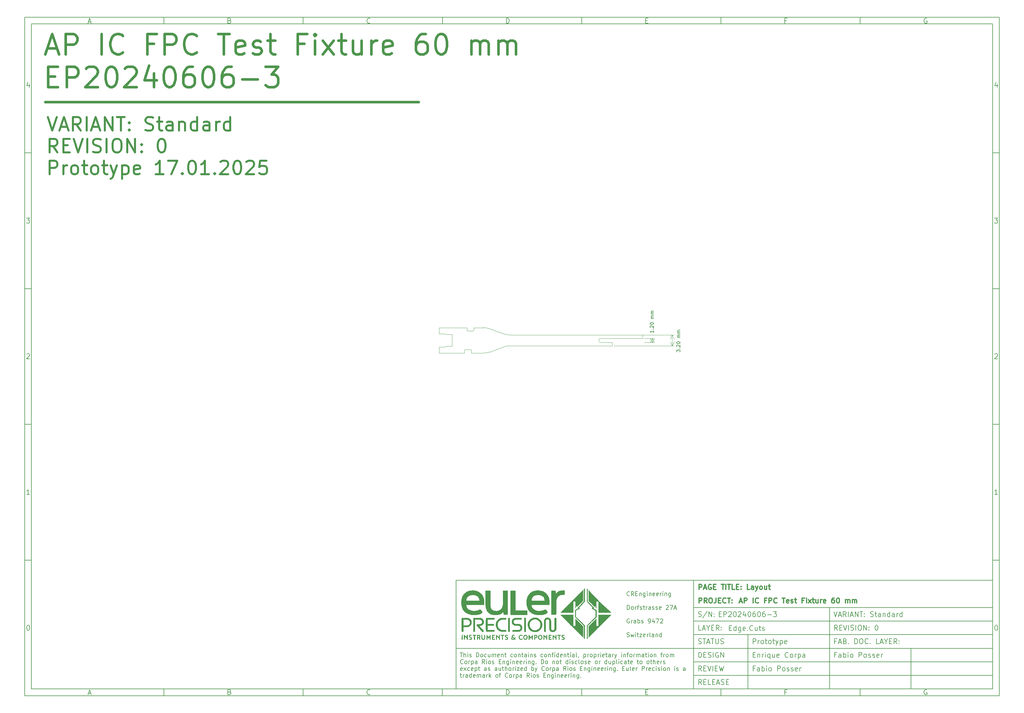
<source format=gbr>
%TF.GenerationSoftware,KiCad,Pcbnew,8.0.7-1.fc41*%
%TF.CreationDate,2025-01-19T01:12:39+01:00*%
%TF.ProjectId,0100_COVERSHEET,30313030-5f43-44f5-9645-525348454554,0*%
%TF.SameCoordinates,Original*%
%TF.FileFunction,Profile,NP*%
%FSLAX46Y46*%
G04 Gerber Fmt 4.6, Leading zero omitted, Abs format (unit mm)*
G04 Created by KiCad (PCBNEW 8.0.7-1.fc41) date 2025-01-19 01:12:39*
%MOMM*%
%LPD*%
G01*
G04 APERTURE LIST*
%ADD10C,0.100000*%
%ADD11C,0.150000*%
%ADD12C,0.300000*%
%ADD13C,0.750000*%
%ADD14C,0.600000*%
%ADD15C,0.000001*%
%TA.AperFunction,Profile*%
%ADD16C,0.100000*%
%TD*%
%ADD17C,0.200000*%
G04 APERTURE END LIST*
D10*
D11*
X7000000Y-203000000D02*
X290000000Y-203000000D01*
X290000000Y-7000000D01*
X7000000Y-7000000D01*
X7000000Y-203000000D01*
D10*
D11*
X132000000Y-171000000D02*
X290000000Y-171000000D01*
X290000000Y-203000000D01*
X132000000Y-203000000D01*
X132000000Y-171000000D01*
D10*
D11*
X202000000Y-203000000D02*
X202000000Y-171000000D01*
D10*
D11*
X290000000Y-199000000D02*
X202000000Y-199000000D01*
D10*
D11*
X290000000Y-195000000D02*
X202000000Y-195000000D01*
D10*
D11*
X290000000Y-191000000D02*
X201000000Y-191000000D01*
D10*
D11*
X290000000Y-187000000D02*
X202000000Y-187000000D01*
D10*
D11*
X290000000Y-183000000D02*
X202000000Y-183000000D01*
D10*
D11*
X290000000Y-179000000D02*
X202000000Y-179000000D01*
D10*
D11*
X266000000Y-203000000D02*
X266000000Y-191000000D01*
D10*
D11*
X242000000Y-203000000D02*
X242000000Y-179000000D01*
D10*
D11*
X218000000Y-203000000D02*
X218000000Y-187000000D01*
D10*
D12*
X203556710Y-173685528D02*
X203556710Y-172185528D01*
X203556710Y-172185528D02*
X204128139Y-172185528D01*
X204128139Y-172185528D02*
X204270996Y-172256957D01*
X204270996Y-172256957D02*
X204342425Y-172328385D01*
X204342425Y-172328385D02*
X204413853Y-172471242D01*
X204413853Y-172471242D02*
X204413853Y-172685528D01*
X204413853Y-172685528D02*
X204342425Y-172828385D01*
X204342425Y-172828385D02*
X204270996Y-172899814D01*
X204270996Y-172899814D02*
X204128139Y-172971242D01*
X204128139Y-172971242D02*
X203556710Y-172971242D01*
X204985282Y-173256957D02*
X205699568Y-173256957D01*
X204842425Y-173685528D02*
X205342425Y-172185528D01*
X205342425Y-172185528D02*
X205842425Y-173685528D01*
X207128139Y-172256957D02*
X206985282Y-172185528D01*
X206985282Y-172185528D02*
X206770996Y-172185528D01*
X206770996Y-172185528D02*
X206556710Y-172256957D01*
X206556710Y-172256957D02*
X206413853Y-172399814D01*
X206413853Y-172399814D02*
X206342424Y-172542671D01*
X206342424Y-172542671D02*
X206270996Y-172828385D01*
X206270996Y-172828385D02*
X206270996Y-173042671D01*
X206270996Y-173042671D02*
X206342424Y-173328385D01*
X206342424Y-173328385D02*
X206413853Y-173471242D01*
X206413853Y-173471242D02*
X206556710Y-173614100D01*
X206556710Y-173614100D02*
X206770996Y-173685528D01*
X206770996Y-173685528D02*
X206913853Y-173685528D01*
X206913853Y-173685528D02*
X207128139Y-173614100D01*
X207128139Y-173614100D02*
X207199567Y-173542671D01*
X207199567Y-173542671D02*
X207199567Y-173042671D01*
X207199567Y-173042671D02*
X206913853Y-173042671D01*
X207842424Y-172899814D02*
X208342424Y-172899814D01*
X208556710Y-173685528D02*
X207842424Y-173685528D01*
X207842424Y-173685528D02*
X207842424Y-172185528D01*
X207842424Y-172185528D02*
X208556710Y-172185528D01*
X210128139Y-172185528D02*
X210985282Y-172185528D01*
X210556710Y-173685528D02*
X210556710Y-172185528D01*
X211485281Y-173685528D02*
X211485281Y-172185528D01*
X211985282Y-172185528D02*
X212842425Y-172185528D01*
X212413853Y-173685528D02*
X212413853Y-172185528D01*
X214056710Y-173685528D02*
X213342424Y-173685528D01*
X213342424Y-173685528D02*
X213342424Y-172185528D01*
X214556710Y-172899814D02*
X215056710Y-172899814D01*
X215270996Y-173685528D02*
X214556710Y-173685528D01*
X214556710Y-173685528D02*
X214556710Y-172185528D01*
X214556710Y-172185528D02*
X215270996Y-172185528D01*
X215913853Y-173542671D02*
X215985282Y-173614100D01*
X215985282Y-173614100D02*
X215913853Y-173685528D01*
X215913853Y-173685528D02*
X215842425Y-173614100D01*
X215842425Y-173614100D02*
X215913853Y-173542671D01*
X215913853Y-173542671D02*
X215913853Y-173685528D01*
X215913853Y-172756957D02*
X215985282Y-172828385D01*
X215985282Y-172828385D02*
X215913853Y-172899814D01*
X215913853Y-172899814D02*
X215842425Y-172828385D01*
X215842425Y-172828385D02*
X215913853Y-172756957D01*
X215913853Y-172756957D02*
X215913853Y-172899814D01*
X218485282Y-173685528D02*
X217770996Y-173685528D01*
X217770996Y-173685528D02*
X217770996Y-172185528D01*
X219628140Y-173685528D02*
X219628140Y-172899814D01*
X219628140Y-172899814D02*
X219556711Y-172756957D01*
X219556711Y-172756957D02*
X219413854Y-172685528D01*
X219413854Y-172685528D02*
X219128140Y-172685528D01*
X219128140Y-172685528D02*
X218985282Y-172756957D01*
X219628140Y-173614100D02*
X219485282Y-173685528D01*
X219485282Y-173685528D02*
X219128140Y-173685528D01*
X219128140Y-173685528D02*
X218985282Y-173614100D01*
X218985282Y-173614100D02*
X218913854Y-173471242D01*
X218913854Y-173471242D02*
X218913854Y-173328385D01*
X218913854Y-173328385D02*
X218985282Y-173185528D01*
X218985282Y-173185528D02*
X219128140Y-173114100D01*
X219128140Y-173114100D02*
X219485282Y-173114100D01*
X219485282Y-173114100D02*
X219628140Y-173042671D01*
X220199568Y-172685528D02*
X220556711Y-173685528D01*
X220913854Y-172685528D02*
X220556711Y-173685528D01*
X220556711Y-173685528D02*
X220413854Y-174042671D01*
X220413854Y-174042671D02*
X220342425Y-174114100D01*
X220342425Y-174114100D02*
X220199568Y-174185528D01*
X221699568Y-173685528D02*
X221556711Y-173614100D01*
X221556711Y-173614100D02*
X221485282Y-173542671D01*
X221485282Y-173542671D02*
X221413854Y-173399814D01*
X221413854Y-173399814D02*
X221413854Y-172971242D01*
X221413854Y-172971242D02*
X221485282Y-172828385D01*
X221485282Y-172828385D02*
X221556711Y-172756957D01*
X221556711Y-172756957D02*
X221699568Y-172685528D01*
X221699568Y-172685528D02*
X221913854Y-172685528D01*
X221913854Y-172685528D02*
X222056711Y-172756957D01*
X222056711Y-172756957D02*
X222128140Y-172828385D01*
X222128140Y-172828385D02*
X222199568Y-172971242D01*
X222199568Y-172971242D02*
X222199568Y-173399814D01*
X222199568Y-173399814D02*
X222128140Y-173542671D01*
X222128140Y-173542671D02*
X222056711Y-173614100D01*
X222056711Y-173614100D02*
X221913854Y-173685528D01*
X221913854Y-173685528D02*
X221699568Y-173685528D01*
X223485283Y-172685528D02*
X223485283Y-173685528D01*
X222842425Y-172685528D02*
X222842425Y-173471242D01*
X222842425Y-173471242D02*
X222913854Y-173614100D01*
X222913854Y-173614100D02*
X223056711Y-173685528D01*
X223056711Y-173685528D02*
X223270997Y-173685528D01*
X223270997Y-173685528D02*
X223413854Y-173614100D01*
X223413854Y-173614100D02*
X223485283Y-173542671D01*
X223985283Y-172685528D02*
X224556711Y-172685528D01*
X224199568Y-172185528D02*
X224199568Y-173471242D01*
X224199568Y-173471242D02*
X224270997Y-173614100D01*
X224270997Y-173614100D02*
X224413854Y-173685528D01*
X224413854Y-173685528D02*
X224556711Y-173685528D01*
D10*
D11*
X201000000Y-191000000D02*
X132000000Y-191000000D01*
D10*
D12*
X203554510Y-177678328D02*
X203554510Y-176178328D01*
X203554510Y-176178328D02*
X204125939Y-176178328D01*
X204125939Y-176178328D02*
X204268796Y-176249757D01*
X204268796Y-176249757D02*
X204340225Y-176321185D01*
X204340225Y-176321185D02*
X204411653Y-176464042D01*
X204411653Y-176464042D02*
X204411653Y-176678328D01*
X204411653Y-176678328D02*
X204340225Y-176821185D01*
X204340225Y-176821185D02*
X204268796Y-176892614D01*
X204268796Y-176892614D02*
X204125939Y-176964042D01*
X204125939Y-176964042D02*
X203554510Y-176964042D01*
X205911653Y-177678328D02*
X205411653Y-176964042D01*
X205054510Y-177678328D02*
X205054510Y-176178328D01*
X205054510Y-176178328D02*
X205625939Y-176178328D01*
X205625939Y-176178328D02*
X205768796Y-176249757D01*
X205768796Y-176249757D02*
X205840225Y-176321185D01*
X205840225Y-176321185D02*
X205911653Y-176464042D01*
X205911653Y-176464042D02*
X205911653Y-176678328D01*
X205911653Y-176678328D02*
X205840225Y-176821185D01*
X205840225Y-176821185D02*
X205768796Y-176892614D01*
X205768796Y-176892614D02*
X205625939Y-176964042D01*
X205625939Y-176964042D02*
X205054510Y-176964042D01*
X206840225Y-176178328D02*
X207125939Y-176178328D01*
X207125939Y-176178328D02*
X207268796Y-176249757D01*
X207268796Y-176249757D02*
X207411653Y-176392614D01*
X207411653Y-176392614D02*
X207483082Y-176678328D01*
X207483082Y-176678328D02*
X207483082Y-177178328D01*
X207483082Y-177178328D02*
X207411653Y-177464042D01*
X207411653Y-177464042D02*
X207268796Y-177606900D01*
X207268796Y-177606900D02*
X207125939Y-177678328D01*
X207125939Y-177678328D02*
X206840225Y-177678328D01*
X206840225Y-177678328D02*
X206697368Y-177606900D01*
X206697368Y-177606900D02*
X206554510Y-177464042D01*
X206554510Y-177464042D02*
X206483082Y-177178328D01*
X206483082Y-177178328D02*
X206483082Y-176678328D01*
X206483082Y-176678328D02*
X206554510Y-176392614D01*
X206554510Y-176392614D02*
X206697368Y-176249757D01*
X206697368Y-176249757D02*
X206840225Y-176178328D01*
X208554511Y-176178328D02*
X208554511Y-177249757D01*
X208554511Y-177249757D02*
X208483082Y-177464042D01*
X208483082Y-177464042D02*
X208340225Y-177606900D01*
X208340225Y-177606900D02*
X208125939Y-177678328D01*
X208125939Y-177678328D02*
X207983082Y-177678328D01*
X209268796Y-176892614D02*
X209768796Y-176892614D01*
X209983082Y-177678328D02*
X209268796Y-177678328D01*
X209268796Y-177678328D02*
X209268796Y-176178328D01*
X209268796Y-176178328D02*
X209983082Y-176178328D01*
X211483082Y-177535471D02*
X211411654Y-177606900D01*
X211411654Y-177606900D02*
X211197368Y-177678328D01*
X211197368Y-177678328D02*
X211054511Y-177678328D01*
X211054511Y-177678328D02*
X210840225Y-177606900D01*
X210840225Y-177606900D02*
X210697368Y-177464042D01*
X210697368Y-177464042D02*
X210625939Y-177321185D01*
X210625939Y-177321185D02*
X210554511Y-177035471D01*
X210554511Y-177035471D02*
X210554511Y-176821185D01*
X210554511Y-176821185D02*
X210625939Y-176535471D01*
X210625939Y-176535471D02*
X210697368Y-176392614D01*
X210697368Y-176392614D02*
X210840225Y-176249757D01*
X210840225Y-176249757D02*
X211054511Y-176178328D01*
X211054511Y-176178328D02*
X211197368Y-176178328D01*
X211197368Y-176178328D02*
X211411654Y-176249757D01*
X211411654Y-176249757D02*
X211483082Y-176321185D01*
X211911654Y-176178328D02*
X212768797Y-176178328D01*
X212340225Y-177678328D02*
X212340225Y-176178328D01*
X213268796Y-177535471D02*
X213340225Y-177606900D01*
X213340225Y-177606900D02*
X213268796Y-177678328D01*
X213268796Y-177678328D02*
X213197368Y-177606900D01*
X213197368Y-177606900D02*
X213268796Y-177535471D01*
X213268796Y-177535471D02*
X213268796Y-177678328D01*
X213268796Y-176749757D02*
X213340225Y-176821185D01*
X213340225Y-176821185D02*
X213268796Y-176892614D01*
X213268796Y-176892614D02*
X213197368Y-176821185D01*
X213197368Y-176821185D02*
X213268796Y-176749757D01*
X213268796Y-176749757D02*
X213268796Y-176892614D01*
D10*
D11*
X203384398Y-181614700D02*
X203598684Y-181686128D01*
X203598684Y-181686128D02*
X203955826Y-181686128D01*
X203955826Y-181686128D02*
X204098684Y-181614700D01*
X204098684Y-181614700D02*
X204170112Y-181543271D01*
X204170112Y-181543271D02*
X204241541Y-181400414D01*
X204241541Y-181400414D02*
X204241541Y-181257557D01*
X204241541Y-181257557D02*
X204170112Y-181114700D01*
X204170112Y-181114700D02*
X204098684Y-181043271D01*
X204098684Y-181043271D02*
X203955826Y-180971842D01*
X203955826Y-180971842D02*
X203670112Y-180900414D01*
X203670112Y-180900414D02*
X203527255Y-180828985D01*
X203527255Y-180828985D02*
X203455826Y-180757557D01*
X203455826Y-180757557D02*
X203384398Y-180614700D01*
X203384398Y-180614700D02*
X203384398Y-180471842D01*
X203384398Y-180471842D02*
X203455826Y-180328985D01*
X203455826Y-180328985D02*
X203527255Y-180257557D01*
X203527255Y-180257557D02*
X203670112Y-180186128D01*
X203670112Y-180186128D02*
X204027255Y-180186128D01*
X204027255Y-180186128D02*
X204241541Y-180257557D01*
X205955826Y-180114700D02*
X204670112Y-182043271D01*
X206455826Y-181686128D02*
X206455826Y-180186128D01*
X206455826Y-180186128D02*
X207312969Y-181686128D01*
X207312969Y-181686128D02*
X207312969Y-180186128D01*
X208027255Y-181543271D02*
X208098684Y-181614700D01*
X208098684Y-181614700D02*
X208027255Y-181686128D01*
X208027255Y-181686128D02*
X207955827Y-181614700D01*
X207955827Y-181614700D02*
X208027255Y-181543271D01*
X208027255Y-181543271D02*
X208027255Y-181686128D01*
X208027255Y-180757557D02*
X208098684Y-180828985D01*
X208098684Y-180828985D02*
X208027255Y-180900414D01*
X208027255Y-180900414D02*
X207955827Y-180828985D01*
X207955827Y-180828985D02*
X208027255Y-180757557D01*
X208027255Y-180757557D02*
X208027255Y-180900414D01*
D10*
D11*
X203455826Y-193686128D02*
X203455826Y-192186128D01*
X203455826Y-192186128D02*
X203812969Y-192186128D01*
X203812969Y-192186128D02*
X204027255Y-192257557D01*
X204027255Y-192257557D02*
X204170112Y-192400414D01*
X204170112Y-192400414D02*
X204241541Y-192543271D01*
X204241541Y-192543271D02*
X204312969Y-192828985D01*
X204312969Y-192828985D02*
X204312969Y-193043271D01*
X204312969Y-193043271D02*
X204241541Y-193328985D01*
X204241541Y-193328985D02*
X204170112Y-193471842D01*
X204170112Y-193471842D02*
X204027255Y-193614700D01*
X204027255Y-193614700D02*
X203812969Y-193686128D01*
X203812969Y-193686128D02*
X203455826Y-193686128D01*
X204955826Y-192900414D02*
X205455826Y-192900414D01*
X205670112Y-193686128D02*
X204955826Y-193686128D01*
X204955826Y-193686128D02*
X204955826Y-192186128D01*
X204955826Y-192186128D02*
X205670112Y-192186128D01*
X206241541Y-193614700D02*
X206455827Y-193686128D01*
X206455827Y-193686128D02*
X206812969Y-193686128D01*
X206812969Y-193686128D02*
X206955827Y-193614700D01*
X206955827Y-193614700D02*
X207027255Y-193543271D01*
X207027255Y-193543271D02*
X207098684Y-193400414D01*
X207098684Y-193400414D02*
X207098684Y-193257557D01*
X207098684Y-193257557D02*
X207027255Y-193114700D01*
X207027255Y-193114700D02*
X206955827Y-193043271D01*
X206955827Y-193043271D02*
X206812969Y-192971842D01*
X206812969Y-192971842D02*
X206527255Y-192900414D01*
X206527255Y-192900414D02*
X206384398Y-192828985D01*
X206384398Y-192828985D02*
X206312969Y-192757557D01*
X206312969Y-192757557D02*
X206241541Y-192614700D01*
X206241541Y-192614700D02*
X206241541Y-192471842D01*
X206241541Y-192471842D02*
X206312969Y-192328985D01*
X206312969Y-192328985D02*
X206384398Y-192257557D01*
X206384398Y-192257557D02*
X206527255Y-192186128D01*
X206527255Y-192186128D02*
X206884398Y-192186128D01*
X206884398Y-192186128D02*
X207098684Y-192257557D01*
X207741540Y-193686128D02*
X207741540Y-192186128D01*
X209241541Y-192257557D02*
X209098684Y-192186128D01*
X209098684Y-192186128D02*
X208884398Y-192186128D01*
X208884398Y-192186128D02*
X208670112Y-192257557D01*
X208670112Y-192257557D02*
X208527255Y-192400414D01*
X208527255Y-192400414D02*
X208455826Y-192543271D01*
X208455826Y-192543271D02*
X208384398Y-192828985D01*
X208384398Y-192828985D02*
X208384398Y-193043271D01*
X208384398Y-193043271D02*
X208455826Y-193328985D01*
X208455826Y-193328985D02*
X208527255Y-193471842D01*
X208527255Y-193471842D02*
X208670112Y-193614700D01*
X208670112Y-193614700D02*
X208884398Y-193686128D01*
X208884398Y-193686128D02*
X209027255Y-193686128D01*
X209027255Y-193686128D02*
X209241541Y-193614700D01*
X209241541Y-193614700D02*
X209312969Y-193543271D01*
X209312969Y-193543271D02*
X209312969Y-193043271D01*
X209312969Y-193043271D02*
X209027255Y-193043271D01*
X209955826Y-193686128D02*
X209955826Y-192186128D01*
X209955826Y-192186128D02*
X210812969Y-193686128D01*
X210812969Y-193686128D02*
X210812969Y-192186128D01*
D10*
D11*
X204312969Y-197686128D02*
X203812969Y-196971842D01*
X203455826Y-197686128D02*
X203455826Y-196186128D01*
X203455826Y-196186128D02*
X204027255Y-196186128D01*
X204027255Y-196186128D02*
X204170112Y-196257557D01*
X204170112Y-196257557D02*
X204241541Y-196328985D01*
X204241541Y-196328985D02*
X204312969Y-196471842D01*
X204312969Y-196471842D02*
X204312969Y-196686128D01*
X204312969Y-196686128D02*
X204241541Y-196828985D01*
X204241541Y-196828985D02*
X204170112Y-196900414D01*
X204170112Y-196900414D02*
X204027255Y-196971842D01*
X204027255Y-196971842D02*
X203455826Y-196971842D01*
X204955826Y-196900414D02*
X205455826Y-196900414D01*
X205670112Y-197686128D02*
X204955826Y-197686128D01*
X204955826Y-197686128D02*
X204955826Y-196186128D01*
X204955826Y-196186128D02*
X205670112Y-196186128D01*
X206098684Y-196186128D02*
X206598684Y-197686128D01*
X206598684Y-197686128D02*
X207098684Y-196186128D01*
X207598683Y-197686128D02*
X207598683Y-196186128D01*
X208312969Y-196900414D02*
X208812969Y-196900414D01*
X209027255Y-197686128D02*
X208312969Y-197686128D01*
X208312969Y-197686128D02*
X208312969Y-196186128D01*
X208312969Y-196186128D02*
X209027255Y-196186128D01*
X209527255Y-196186128D02*
X209884398Y-197686128D01*
X209884398Y-197686128D02*
X210170112Y-196614700D01*
X210170112Y-196614700D02*
X210455827Y-197686128D01*
X210455827Y-197686128D02*
X210812970Y-196186128D01*
D10*
D11*
X204312969Y-201686128D02*
X203812969Y-200971842D01*
X203455826Y-201686128D02*
X203455826Y-200186128D01*
X203455826Y-200186128D02*
X204027255Y-200186128D01*
X204027255Y-200186128D02*
X204170112Y-200257557D01*
X204170112Y-200257557D02*
X204241541Y-200328985D01*
X204241541Y-200328985D02*
X204312969Y-200471842D01*
X204312969Y-200471842D02*
X204312969Y-200686128D01*
X204312969Y-200686128D02*
X204241541Y-200828985D01*
X204241541Y-200828985D02*
X204170112Y-200900414D01*
X204170112Y-200900414D02*
X204027255Y-200971842D01*
X204027255Y-200971842D02*
X203455826Y-200971842D01*
X204955826Y-200900414D02*
X205455826Y-200900414D01*
X205670112Y-201686128D02*
X204955826Y-201686128D01*
X204955826Y-201686128D02*
X204955826Y-200186128D01*
X204955826Y-200186128D02*
X205670112Y-200186128D01*
X207027255Y-201686128D02*
X206312969Y-201686128D01*
X206312969Y-201686128D02*
X206312969Y-200186128D01*
X207527255Y-200900414D02*
X208027255Y-200900414D01*
X208241541Y-201686128D02*
X207527255Y-201686128D01*
X207527255Y-201686128D02*
X207527255Y-200186128D01*
X207527255Y-200186128D02*
X208241541Y-200186128D01*
X208812970Y-201257557D02*
X209527256Y-201257557D01*
X208670113Y-201686128D02*
X209170113Y-200186128D01*
X209170113Y-200186128D02*
X209670113Y-201686128D01*
X210098684Y-201614700D02*
X210312970Y-201686128D01*
X210312970Y-201686128D02*
X210670112Y-201686128D01*
X210670112Y-201686128D02*
X210812970Y-201614700D01*
X210812970Y-201614700D02*
X210884398Y-201543271D01*
X210884398Y-201543271D02*
X210955827Y-201400414D01*
X210955827Y-201400414D02*
X210955827Y-201257557D01*
X210955827Y-201257557D02*
X210884398Y-201114700D01*
X210884398Y-201114700D02*
X210812970Y-201043271D01*
X210812970Y-201043271D02*
X210670112Y-200971842D01*
X210670112Y-200971842D02*
X210384398Y-200900414D01*
X210384398Y-200900414D02*
X210241541Y-200828985D01*
X210241541Y-200828985D02*
X210170112Y-200757557D01*
X210170112Y-200757557D02*
X210098684Y-200614700D01*
X210098684Y-200614700D02*
X210098684Y-200471842D01*
X210098684Y-200471842D02*
X210170112Y-200328985D01*
X210170112Y-200328985D02*
X210241541Y-200257557D01*
X210241541Y-200257557D02*
X210384398Y-200186128D01*
X210384398Y-200186128D02*
X210741541Y-200186128D01*
X210741541Y-200186128D02*
X210955827Y-200257557D01*
X211598683Y-200900414D02*
X212098683Y-200900414D01*
X212312969Y-201686128D02*
X211598683Y-201686128D01*
X211598683Y-201686128D02*
X211598683Y-200186128D01*
X211598683Y-200186128D02*
X212312969Y-200186128D01*
D10*
D11*
X243241541Y-180186128D02*
X243741541Y-181686128D01*
X243741541Y-181686128D02*
X244241541Y-180186128D01*
X244670112Y-181257557D02*
X245384398Y-181257557D01*
X244527255Y-181686128D02*
X245027255Y-180186128D01*
X245027255Y-180186128D02*
X245527255Y-181686128D01*
X246884397Y-181686128D02*
X246384397Y-180971842D01*
X246027254Y-181686128D02*
X246027254Y-180186128D01*
X246027254Y-180186128D02*
X246598683Y-180186128D01*
X246598683Y-180186128D02*
X246741540Y-180257557D01*
X246741540Y-180257557D02*
X246812969Y-180328985D01*
X246812969Y-180328985D02*
X246884397Y-180471842D01*
X246884397Y-180471842D02*
X246884397Y-180686128D01*
X246884397Y-180686128D02*
X246812969Y-180828985D01*
X246812969Y-180828985D02*
X246741540Y-180900414D01*
X246741540Y-180900414D02*
X246598683Y-180971842D01*
X246598683Y-180971842D02*
X246027254Y-180971842D01*
X247527254Y-181686128D02*
X247527254Y-180186128D01*
X248170112Y-181257557D02*
X248884398Y-181257557D01*
X248027255Y-181686128D02*
X248527255Y-180186128D01*
X248527255Y-180186128D02*
X249027255Y-181686128D01*
X249527254Y-181686128D02*
X249527254Y-180186128D01*
X249527254Y-180186128D02*
X250384397Y-181686128D01*
X250384397Y-181686128D02*
X250384397Y-180186128D01*
X250884398Y-180186128D02*
X251741541Y-180186128D01*
X251312969Y-181686128D02*
X251312969Y-180186128D01*
X252241540Y-181543271D02*
X252312969Y-181614700D01*
X252312969Y-181614700D02*
X252241540Y-181686128D01*
X252241540Y-181686128D02*
X252170112Y-181614700D01*
X252170112Y-181614700D02*
X252241540Y-181543271D01*
X252241540Y-181543271D02*
X252241540Y-181686128D01*
X252241540Y-180757557D02*
X252312969Y-180828985D01*
X252312969Y-180828985D02*
X252241540Y-180900414D01*
X252241540Y-180900414D02*
X252170112Y-180828985D01*
X252170112Y-180828985D02*
X252241540Y-180757557D01*
X252241540Y-180757557D02*
X252241540Y-180900414D01*
X254027255Y-181614700D02*
X254241541Y-181686128D01*
X254241541Y-181686128D02*
X254598683Y-181686128D01*
X254598683Y-181686128D02*
X254741541Y-181614700D01*
X254741541Y-181614700D02*
X254812969Y-181543271D01*
X254812969Y-181543271D02*
X254884398Y-181400414D01*
X254884398Y-181400414D02*
X254884398Y-181257557D01*
X254884398Y-181257557D02*
X254812969Y-181114700D01*
X254812969Y-181114700D02*
X254741541Y-181043271D01*
X254741541Y-181043271D02*
X254598683Y-180971842D01*
X254598683Y-180971842D02*
X254312969Y-180900414D01*
X254312969Y-180900414D02*
X254170112Y-180828985D01*
X254170112Y-180828985D02*
X254098683Y-180757557D01*
X254098683Y-180757557D02*
X254027255Y-180614700D01*
X254027255Y-180614700D02*
X254027255Y-180471842D01*
X254027255Y-180471842D02*
X254098683Y-180328985D01*
X254098683Y-180328985D02*
X254170112Y-180257557D01*
X254170112Y-180257557D02*
X254312969Y-180186128D01*
X254312969Y-180186128D02*
X254670112Y-180186128D01*
X254670112Y-180186128D02*
X254884398Y-180257557D01*
X255312969Y-180686128D02*
X255884397Y-180686128D01*
X255527254Y-180186128D02*
X255527254Y-181471842D01*
X255527254Y-181471842D02*
X255598683Y-181614700D01*
X255598683Y-181614700D02*
X255741540Y-181686128D01*
X255741540Y-181686128D02*
X255884397Y-181686128D01*
X257027255Y-181686128D02*
X257027255Y-180900414D01*
X257027255Y-180900414D02*
X256955826Y-180757557D01*
X256955826Y-180757557D02*
X256812969Y-180686128D01*
X256812969Y-180686128D02*
X256527255Y-180686128D01*
X256527255Y-180686128D02*
X256384397Y-180757557D01*
X257027255Y-181614700D02*
X256884397Y-181686128D01*
X256884397Y-181686128D02*
X256527255Y-181686128D01*
X256527255Y-181686128D02*
X256384397Y-181614700D01*
X256384397Y-181614700D02*
X256312969Y-181471842D01*
X256312969Y-181471842D02*
X256312969Y-181328985D01*
X256312969Y-181328985D02*
X256384397Y-181186128D01*
X256384397Y-181186128D02*
X256527255Y-181114700D01*
X256527255Y-181114700D02*
X256884397Y-181114700D01*
X256884397Y-181114700D02*
X257027255Y-181043271D01*
X257741540Y-180686128D02*
X257741540Y-181686128D01*
X257741540Y-180828985D02*
X257812969Y-180757557D01*
X257812969Y-180757557D02*
X257955826Y-180686128D01*
X257955826Y-180686128D02*
X258170112Y-180686128D01*
X258170112Y-180686128D02*
X258312969Y-180757557D01*
X258312969Y-180757557D02*
X258384398Y-180900414D01*
X258384398Y-180900414D02*
X258384398Y-181686128D01*
X259741541Y-181686128D02*
X259741541Y-180186128D01*
X259741541Y-181614700D02*
X259598683Y-181686128D01*
X259598683Y-181686128D02*
X259312969Y-181686128D01*
X259312969Y-181686128D02*
X259170112Y-181614700D01*
X259170112Y-181614700D02*
X259098683Y-181543271D01*
X259098683Y-181543271D02*
X259027255Y-181400414D01*
X259027255Y-181400414D02*
X259027255Y-180971842D01*
X259027255Y-180971842D02*
X259098683Y-180828985D01*
X259098683Y-180828985D02*
X259170112Y-180757557D01*
X259170112Y-180757557D02*
X259312969Y-180686128D01*
X259312969Y-180686128D02*
X259598683Y-180686128D01*
X259598683Y-180686128D02*
X259741541Y-180757557D01*
X261098684Y-181686128D02*
X261098684Y-180900414D01*
X261098684Y-180900414D02*
X261027255Y-180757557D01*
X261027255Y-180757557D02*
X260884398Y-180686128D01*
X260884398Y-180686128D02*
X260598684Y-180686128D01*
X260598684Y-180686128D02*
X260455826Y-180757557D01*
X261098684Y-181614700D02*
X260955826Y-181686128D01*
X260955826Y-181686128D02*
X260598684Y-181686128D01*
X260598684Y-181686128D02*
X260455826Y-181614700D01*
X260455826Y-181614700D02*
X260384398Y-181471842D01*
X260384398Y-181471842D02*
X260384398Y-181328985D01*
X260384398Y-181328985D02*
X260455826Y-181186128D01*
X260455826Y-181186128D02*
X260598684Y-181114700D01*
X260598684Y-181114700D02*
X260955826Y-181114700D01*
X260955826Y-181114700D02*
X261098684Y-181043271D01*
X261812969Y-181686128D02*
X261812969Y-180686128D01*
X261812969Y-180971842D02*
X261884398Y-180828985D01*
X261884398Y-180828985D02*
X261955827Y-180757557D01*
X261955827Y-180757557D02*
X262098684Y-180686128D01*
X262098684Y-180686128D02*
X262241541Y-180686128D01*
X263384398Y-181686128D02*
X263384398Y-180186128D01*
X263384398Y-181614700D02*
X263241540Y-181686128D01*
X263241540Y-181686128D02*
X262955826Y-181686128D01*
X262955826Y-181686128D02*
X262812969Y-181614700D01*
X262812969Y-181614700D02*
X262741540Y-181543271D01*
X262741540Y-181543271D02*
X262670112Y-181400414D01*
X262670112Y-181400414D02*
X262670112Y-180971842D01*
X262670112Y-180971842D02*
X262741540Y-180828985D01*
X262741540Y-180828985D02*
X262812969Y-180757557D01*
X262812969Y-180757557D02*
X262955826Y-180686128D01*
X262955826Y-180686128D02*
X263241540Y-180686128D01*
X263241540Y-180686128D02*
X263384398Y-180757557D01*
D10*
D11*
X244312969Y-185686128D02*
X243812969Y-184971842D01*
X243455826Y-185686128D02*
X243455826Y-184186128D01*
X243455826Y-184186128D02*
X244027255Y-184186128D01*
X244027255Y-184186128D02*
X244170112Y-184257557D01*
X244170112Y-184257557D02*
X244241541Y-184328985D01*
X244241541Y-184328985D02*
X244312969Y-184471842D01*
X244312969Y-184471842D02*
X244312969Y-184686128D01*
X244312969Y-184686128D02*
X244241541Y-184828985D01*
X244241541Y-184828985D02*
X244170112Y-184900414D01*
X244170112Y-184900414D02*
X244027255Y-184971842D01*
X244027255Y-184971842D02*
X243455826Y-184971842D01*
X244955826Y-184900414D02*
X245455826Y-184900414D01*
X245670112Y-185686128D02*
X244955826Y-185686128D01*
X244955826Y-185686128D02*
X244955826Y-184186128D01*
X244955826Y-184186128D02*
X245670112Y-184186128D01*
X246098684Y-184186128D02*
X246598684Y-185686128D01*
X246598684Y-185686128D02*
X247098684Y-184186128D01*
X247598683Y-185686128D02*
X247598683Y-184186128D01*
X248241541Y-185614700D02*
X248455827Y-185686128D01*
X248455827Y-185686128D02*
X248812969Y-185686128D01*
X248812969Y-185686128D02*
X248955827Y-185614700D01*
X248955827Y-185614700D02*
X249027255Y-185543271D01*
X249027255Y-185543271D02*
X249098684Y-185400414D01*
X249098684Y-185400414D02*
X249098684Y-185257557D01*
X249098684Y-185257557D02*
X249027255Y-185114700D01*
X249027255Y-185114700D02*
X248955827Y-185043271D01*
X248955827Y-185043271D02*
X248812969Y-184971842D01*
X248812969Y-184971842D02*
X248527255Y-184900414D01*
X248527255Y-184900414D02*
X248384398Y-184828985D01*
X248384398Y-184828985D02*
X248312969Y-184757557D01*
X248312969Y-184757557D02*
X248241541Y-184614700D01*
X248241541Y-184614700D02*
X248241541Y-184471842D01*
X248241541Y-184471842D02*
X248312969Y-184328985D01*
X248312969Y-184328985D02*
X248384398Y-184257557D01*
X248384398Y-184257557D02*
X248527255Y-184186128D01*
X248527255Y-184186128D02*
X248884398Y-184186128D01*
X248884398Y-184186128D02*
X249098684Y-184257557D01*
X249741540Y-185686128D02*
X249741540Y-184186128D01*
X250741541Y-184186128D02*
X251027255Y-184186128D01*
X251027255Y-184186128D02*
X251170112Y-184257557D01*
X251170112Y-184257557D02*
X251312969Y-184400414D01*
X251312969Y-184400414D02*
X251384398Y-184686128D01*
X251384398Y-184686128D02*
X251384398Y-185186128D01*
X251384398Y-185186128D02*
X251312969Y-185471842D01*
X251312969Y-185471842D02*
X251170112Y-185614700D01*
X251170112Y-185614700D02*
X251027255Y-185686128D01*
X251027255Y-185686128D02*
X250741541Y-185686128D01*
X250741541Y-185686128D02*
X250598684Y-185614700D01*
X250598684Y-185614700D02*
X250455826Y-185471842D01*
X250455826Y-185471842D02*
X250384398Y-185186128D01*
X250384398Y-185186128D02*
X250384398Y-184686128D01*
X250384398Y-184686128D02*
X250455826Y-184400414D01*
X250455826Y-184400414D02*
X250598684Y-184257557D01*
X250598684Y-184257557D02*
X250741541Y-184186128D01*
X252027255Y-185686128D02*
X252027255Y-184186128D01*
X252027255Y-184186128D02*
X252884398Y-185686128D01*
X252884398Y-185686128D02*
X252884398Y-184186128D01*
X253598684Y-185543271D02*
X253670113Y-185614700D01*
X253670113Y-185614700D02*
X253598684Y-185686128D01*
X253598684Y-185686128D02*
X253527256Y-185614700D01*
X253527256Y-185614700D02*
X253598684Y-185543271D01*
X253598684Y-185543271D02*
X253598684Y-185686128D01*
X253598684Y-184757557D02*
X253670113Y-184828985D01*
X253670113Y-184828985D02*
X253598684Y-184900414D01*
X253598684Y-184900414D02*
X253527256Y-184828985D01*
X253527256Y-184828985D02*
X253598684Y-184757557D01*
X253598684Y-184757557D02*
X253598684Y-184900414D01*
X255741542Y-184186128D02*
X255884399Y-184186128D01*
X255884399Y-184186128D02*
X256027256Y-184257557D01*
X256027256Y-184257557D02*
X256098685Y-184328985D01*
X256098685Y-184328985D02*
X256170113Y-184471842D01*
X256170113Y-184471842D02*
X256241542Y-184757557D01*
X256241542Y-184757557D02*
X256241542Y-185114700D01*
X256241542Y-185114700D02*
X256170113Y-185400414D01*
X256170113Y-185400414D02*
X256098685Y-185543271D01*
X256098685Y-185543271D02*
X256027256Y-185614700D01*
X256027256Y-185614700D02*
X255884399Y-185686128D01*
X255884399Y-185686128D02*
X255741542Y-185686128D01*
X255741542Y-185686128D02*
X255598685Y-185614700D01*
X255598685Y-185614700D02*
X255527256Y-185543271D01*
X255527256Y-185543271D02*
X255455827Y-185400414D01*
X255455827Y-185400414D02*
X255384399Y-185114700D01*
X255384399Y-185114700D02*
X255384399Y-184757557D01*
X255384399Y-184757557D02*
X255455827Y-184471842D01*
X255455827Y-184471842D02*
X255527256Y-184328985D01*
X255527256Y-184328985D02*
X255598685Y-184257557D01*
X255598685Y-184257557D02*
X255741542Y-184186128D01*
D10*
D11*
X203384398Y-189614700D02*
X203598684Y-189686128D01*
X203598684Y-189686128D02*
X203955826Y-189686128D01*
X203955826Y-189686128D02*
X204098684Y-189614700D01*
X204098684Y-189614700D02*
X204170112Y-189543271D01*
X204170112Y-189543271D02*
X204241541Y-189400414D01*
X204241541Y-189400414D02*
X204241541Y-189257557D01*
X204241541Y-189257557D02*
X204170112Y-189114700D01*
X204170112Y-189114700D02*
X204098684Y-189043271D01*
X204098684Y-189043271D02*
X203955826Y-188971842D01*
X203955826Y-188971842D02*
X203670112Y-188900414D01*
X203670112Y-188900414D02*
X203527255Y-188828985D01*
X203527255Y-188828985D02*
X203455826Y-188757557D01*
X203455826Y-188757557D02*
X203384398Y-188614700D01*
X203384398Y-188614700D02*
X203384398Y-188471842D01*
X203384398Y-188471842D02*
X203455826Y-188328985D01*
X203455826Y-188328985D02*
X203527255Y-188257557D01*
X203527255Y-188257557D02*
X203670112Y-188186128D01*
X203670112Y-188186128D02*
X204027255Y-188186128D01*
X204027255Y-188186128D02*
X204241541Y-188257557D01*
X204670112Y-188186128D02*
X205527255Y-188186128D01*
X205098683Y-189686128D02*
X205098683Y-188186128D01*
X205955826Y-189257557D02*
X206670112Y-189257557D01*
X205812969Y-189686128D02*
X206312969Y-188186128D01*
X206312969Y-188186128D02*
X206812969Y-189686128D01*
X207098683Y-188186128D02*
X207955826Y-188186128D01*
X207527254Y-189686128D02*
X207527254Y-188186128D01*
X208455825Y-188186128D02*
X208455825Y-189400414D01*
X208455825Y-189400414D02*
X208527254Y-189543271D01*
X208527254Y-189543271D02*
X208598683Y-189614700D01*
X208598683Y-189614700D02*
X208741540Y-189686128D01*
X208741540Y-189686128D02*
X209027254Y-189686128D01*
X209027254Y-189686128D02*
X209170111Y-189614700D01*
X209170111Y-189614700D02*
X209241540Y-189543271D01*
X209241540Y-189543271D02*
X209312968Y-189400414D01*
X209312968Y-189400414D02*
X209312968Y-188186128D01*
X209955826Y-189614700D02*
X210170112Y-189686128D01*
X210170112Y-189686128D02*
X210527254Y-189686128D01*
X210527254Y-189686128D02*
X210670112Y-189614700D01*
X210670112Y-189614700D02*
X210741540Y-189543271D01*
X210741540Y-189543271D02*
X210812969Y-189400414D01*
X210812969Y-189400414D02*
X210812969Y-189257557D01*
X210812969Y-189257557D02*
X210741540Y-189114700D01*
X210741540Y-189114700D02*
X210670112Y-189043271D01*
X210670112Y-189043271D02*
X210527254Y-188971842D01*
X210527254Y-188971842D02*
X210241540Y-188900414D01*
X210241540Y-188900414D02*
X210098683Y-188828985D01*
X210098683Y-188828985D02*
X210027254Y-188757557D01*
X210027254Y-188757557D02*
X209955826Y-188614700D01*
X209955826Y-188614700D02*
X209955826Y-188471842D01*
X209955826Y-188471842D02*
X210027254Y-188328985D01*
X210027254Y-188328985D02*
X210098683Y-188257557D01*
X210098683Y-188257557D02*
X210241540Y-188186128D01*
X210241540Y-188186128D02*
X210598683Y-188186128D01*
X210598683Y-188186128D02*
X210812969Y-188257557D01*
D10*
D11*
X219455826Y-189686128D02*
X219455826Y-188186128D01*
X219455826Y-188186128D02*
X220027255Y-188186128D01*
X220027255Y-188186128D02*
X220170112Y-188257557D01*
X220170112Y-188257557D02*
X220241541Y-188328985D01*
X220241541Y-188328985D02*
X220312969Y-188471842D01*
X220312969Y-188471842D02*
X220312969Y-188686128D01*
X220312969Y-188686128D02*
X220241541Y-188828985D01*
X220241541Y-188828985D02*
X220170112Y-188900414D01*
X220170112Y-188900414D02*
X220027255Y-188971842D01*
X220027255Y-188971842D02*
X219455826Y-188971842D01*
X220955826Y-189686128D02*
X220955826Y-188686128D01*
X220955826Y-188971842D02*
X221027255Y-188828985D01*
X221027255Y-188828985D02*
X221098684Y-188757557D01*
X221098684Y-188757557D02*
X221241541Y-188686128D01*
X221241541Y-188686128D02*
X221384398Y-188686128D01*
X222098683Y-189686128D02*
X221955826Y-189614700D01*
X221955826Y-189614700D02*
X221884397Y-189543271D01*
X221884397Y-189543271D02*
X221812969Y-189400414D01*
X221812969Y-189400414D02*
X221812969Y-188971842D01*
X221812969Y-188971842D02*
X221884397Y-188828985D01*
X221884397Y-188828985D02*
X221955826Y-188757557D01*
X221955826Y-188757557D02*
X222098683Y-188686128D01*
X222098683Y-188686128D02*
X222312969Y-188686128D01*
X222312969Y-188686128D02*
X222455826Y-188757557D01*
X222455826Y-188757557D02*
X222527255Y-188828985D01*
X222527255Y-188828985D02*
X222598683Y-188971842D01*
X222598683Y-188971842D02*
X222598683Y-189400414D01*
X222598683Y-189400414D02*
X222527255Y-189543271D01*
X222527255Y-189543271D02*
X222455826Y-189614700D01*
X222455826Y-189614700D02*
X222312969Y-189686128D01*
X222312969Y-189686128D02*
X222098683Y-189686128D01*
X223027255Y-188686128D02*
X223598683Y-188686128D01*
X223241540Y-188186128D02*
X223241540Y-189471842D01*
X223241540Y-189471842D02*
X223312969Y-189614700D01*
X223312969Y-189614700D02*
X223455826Y-189686128D01*
X223455826Y-189686128D02*
X223598683Y-189686128D01*
X224312969Y-189686128D02*
X224170112Y-189614700D01*
X224170112Y-189614700D02*
X224098683Y-189543271D01*
X224098683Y-189543271D02*
X224027255Y-189400414D01*
X224027255Y-189400414D02*
X224027255Y-188971842D01*
X224027255Y-188971842D02*
X224098683Y-188828985D01*
X224098683Y-188828985D02*
X224170112Y-188757557D01*
X224170112Y-188757557D02*
X224312969Y-188686128D01*
X224312969Y-188686128D02*
X224527255Y-188686128D01*
X224527255Y-188686128D02*
X224670112Y-188757557D01*
X224670112Y-188757557D02*
X224741541Y-188828985D01*
X224741541Y-188828985D02*
X224812969Y-188971842D01*
X224812969Y-188971842D02*
X224812969Y-189400414D01*
X224812969Y-189400414D02*
X224741541Y-189543271D01*
X224741541Y-189543271D02*
X224670112Y-189614700D01*
X224670112Y-189614700D02*
X224527255Y-189686128D01*
X224527255Y-189686128D02*
X224312969Y-189686128D01*
X225241541Y-188686128D02*
X225812969Y-188686128D01*
X225455826Y-188186128D02*
X225455826Y-189471842D01*
X225455826Y-189471842D02*
X225527255Y-189614700D01*
X225527255Y-189614700D02*
X225670112Y-189686128D01*
X225670112Y-189686128D02*
X225812969Y-189686128D01*
X226170112Y-188686128D02*
X226527255Y-189686128D01*
X226884398Y-188686128D02*
X226527255Y-189686128D01*
X226527255Y-189686128D02*
X226384398Y-190043271D01*
X226384398Y-190043271D02*
X226312969Y-190114700D01*
X226312969Y-190114700D02*
X226170112Y-190186128D01*
X227455826Y-188686128D02*
X227455826Y-190186128D01*
X227455826Y-188757557D02*
X227598684Y-188686128D01*
X227598684Y-188686128D02*
X227884398Y-188686128D01*
X227884398Y-188686128D02*
X228027255Y-188757557D01*
X228027255Y-188757557D02*
X228098684Y-188828985D01*
X228098684Y-188828985D02*
X228170112Y-188971842D01*
X228170112Y-188971842D02*
X228170112Y-189400414D01*
X228170112Y-189400414D02*
X228098684Y-189543271D01*
X228098684Y-189543271D02*
X228027255Y-189614700D01*
X228027255Y-189614700D02*
X227884398Y-189686128D01*
X227884398Y-189686128D02*
X227598684Y-189686128D01*
X227598684Y-189686128D02*
X227455826Y-189614700D01*
X229384398Y-189614700D02*
X229241541Y-189686128D01*
X229241541Y-189686128D02*
X228955827Y-189686128D01*
X228955827Y-189686128D02*
X228812969Y-189614700D01*
X228812969Y-189614700D02*
X228741541Y-189471842D01*
X228741541Y-189471842D02*
X228741541Y-188900414D01*
X228741541Y-188900414D02*
X228812969Y-188757557D01*
X228812969Y-188757557D02*
X228955827Y-188686128D01*
X228955827Y-188686128D02*
X229241541Y-188686128D01*
X229241541Y-188686128D02*
X229384398Y-188757557D01*
X229384398Y-188757557D02*
X229455827Y-188900414D01*
X229455827Y-188900414D02*
X229455827Y-189043271D01*
X229455827Y-189043271D02*
X228741541Y-189186128D01*
D10*
D11*
X219955826Y-196900414D02*
X219455826Y-196900414D01*
X219455826Y-197686128D02*
X219455826Y-196186128D01*
X219455826Y-196186128D02*
X220170112Y-196186128D01*
X221384398Y-197686128D02*
X221384398Y-196900414D01*
X221384398Y-196900414D02*
X221312969Y-196757557D01*
X221312969Y-196757557D02*
X221170112Y-196686128D01*
X221170112Y-196686128D02*
X220884398Y-196686128D01*
X220884398Y-196686128D02*
X220741540Y-196757557D01*
X221384398Y-197614700D02*
X221241540Y-197686128D01*
X221241540Y-197686128D02*
X220884398Y-197686128D01*
X220884398Y-197686128D02*
X220741540Y-197614700D01*
X220741540Y-197614700D02*
X220670112Y-197471842D01*
X220670112Y-197471842D02*
X220670112Y-197328985D01*
X220670112Y-197328985D02*
X220741540Y-197186128D01*
X220741540Y-197186128D02*
X220884398Y-197114700D01*
X220884398Y-197114700D02*
X221241540Y-197114700D01*
X221241540Y-197114700D02*
X221384398Y-197043271D01*
X222098683Y-197686128D02*
X222098683Y-196186128D01*
X222098683Y-196757557D02*
X222241541Y-196686128D01*
X222241541Y-196686128D02*
X222527255Y-196686128D01*
X222527255Y-196686128D02*
X222670112Y-196757557D01*
X222670112Y-196757557D02*
X222741541Y-196828985D01*
X222741541Y-196828985D02*
X222812969Y-196971842D01*
X222812969Y-196971842D02*
X222812969Y-197400414D01*
X222812969Y-197400414D02*
X222741541Y-197543271D01*
X222741541Y-197543271D02*
X222670112Y-197614700D01*
X222670112Y-197614700D02*
X222527255Y-197686128D01*
X222527255Y-197686128D02*
X222241541Y-197686128D01*
X222241541Y-197686128D02*
X222098683Y-197614700D01*
X223455826Y-197686128D02*
X223455826Y-196686128D01*
X223455826Y-196186128D02*
X223384398Y-196257557D01*
X223384398Y-196257557D02*
X223455826Y-196328985D01*
X223455826Y-196328985D02*
X223527255Y-196257557D01*
X223527255Y-196257557D02*
X223455826Y-196186128D01*
X223455826Y-196186128D02*
X223455826Y-196328985D01*
X224384398Y-197686128D02*
X224241541Y-197614700D01*
X224241541Y-197614700D02*
X224170112Y-197543271D01*
X224170112Y-197543271D02*
X224098684Y-197400414D01*
X224098684Y-197400414D02*
X224098684Y-196971842D01*
X224098684Y-196971842D02*
X224170112Y-196828985D01*
X224170112Y-196828985D02*
X224241541Y-196757557D01*
X224241541Y-196757557D02*
X224384398Y-196686128D01*
X224384398Y-196686128D02*
X224598684Y-196686128D01*
X224598684Y-196686128D02*
X224741541Y-196757557D01*
X224741541Y-196757557D02*
X224812970Y-196828985D01*
X224812970Y-196828985D02*
X224884398Y-196971842D01*
X224884398Y-196971842D02*
X224884398Y-197400414D01*
X224884398Y-197400414D02*
X224812970Y-197543271D01*
X224812970Y-197543271D02*
X224741541Y-197614700D01*
X224741541Y-197614700D02*
X224598684Y-197686128D01*
X224598684Y-197686128D02*
X224384398Y-197686128D01*
X226670112Y-197686128D02*
X226670112Y-196186128D01*
X226670112Y-196186128D02*
X227241541Y-196186128D01*
X227241541Y-196186128D02*
X227384398Y-196257557D01*
X227384398Y-196257557D02*
X227455827Y-196328985D01*
X227455827Y-196328985D02*
X227527255Y-196471842D01*
X227527255Y-196471842D02*
X227527255Y-196686128D01*
X227527255Y-196686128D02*
X227455827Y-196828985D01*
X227455827Y-196828985D02*
X227384398Y-196900414D01*
X227384398Y-196900414D02*
X227241541Y-196971842D01*
X227241541Y-196971842D02*
X226670112Y-196971842D01*
X228384398Y-197686128D02*
X228241541Y-197614700D01*
X228241541Y-197614700D02*
X228170112Y-197543271D01*
X228170112Y-197543271D02*
X228098684Y-197400414D01*
X228098684Y-197400414D02*
X228098684Y-196971842D01*
X228098684Y-196971842D02*
X228170112Y-196828985D01*
X228170112Y-196828985D02*
X228241541Y-196757557D01*
X228241541Y-196757557D02*
X228384398Y-196686128D01*
X228384398Y-196686128D02*
X228598684Y-196686128D01*
X228598684Y-196686128D02*
X228741541Y-196757557D01*
X228741541Y-196757557D02*
X228812970Y-196828985D01*
X228812970Y-196828985D02*
X228884398Y-196971842D01*
X228884398Y-196971842D02*
X228884398Y-197400414D01*
X228884398Y-197400414D02*
X228812970Y-197543271D01*
X228812970Y-197543271D02*
X228741541Y-197614700D01*
X228741541Y-197614700D02*
X228598684Y-197686128D01*
X228598684Y-197686128D02*
X228384398Y-197686128D01*
X229455827Y-197614700D02*
X229598684Y-197686128D01*
X229598684Y-197686128D02*
X229884398Y-197686128D01*
X229884398Y-197686128D02*
X230027255Y-197614700D01*
X230027255Y-197614700D02*
X230098684Y-197471842D01*
X230098684Y-197471842D02*
X230098684Y-197400414D01*
X230098684Y-197400414D02*
X230027255Y-197257557D01*
X230027255Y-197257557D02*
X229884398Y-197186128D01*
X229884398Y-197186128D02*
X229670113Y-197186128D01*
X229670113Y-197186128D02*
X229527255Y-197114700D01*
X229527255Y-197114700D02*
X229455827Y-196971842D01*
X229455827Y-196971842D02*
X229455827Y-196900414D01*
X229455827Y-196900414D02*
X229527255Y-196757557D01*
X229527255Y-196757557D02*
X229670113Y-196686128D01*
X229670113Y-196686128D02*
X229884398Y-196686128D01*
X229884398Y-196686128D02*
X230027255Y-196757557D01*
X230670113Y-197614700D02*
X230812970Y-197686128D01*
X230812970Y-197686128D02*
X231098684Y-197686128D01*
X231098684Y-197686128D02*
X231241541Y-197614700D01*
X231241541Y-197614700D02*
X231312970Y-197471842D01*
X231312970Y-197471842D02*
X231312970Y-197400414D01*
X231312970Y-197400414D02*
X231241541Y-197257557D01*
X231241541Y-197257557D02*
X231098684Y-197186128D01*
X231098684Y-197186128D02*
X230884399Y-197186128D01*
X230884399Y-197186128D02*
X230741541Y-197114700D01*
X230741541Y-197114700D02*
X230670113Y-196971842D01*
X230670113Y-196971842D02*
X230670113Y-196900414D01*
X230670113Y-196900414D02*
X230741541Y-196757557D01*
X230741541Y-196757557D02*
X230884399Y-196686128D01*
X230884399Y-196686128D02*
X231098684Y-196686128D01*
X231098684Y-196686128D02*
X231241541Y-196757557D01*
X232527256Y-197614700D02*
X232384399Y-197686128D01*
X232384399Y-197686128D02*
X232098685Y-197686128D01*
X232098685Y-197686128D02*
X231955827Y-197614700D01*
X231955827Y-197614700D02*
X231884399Y-197471842D01*
X231884399Y-197471842D02*
X231884399Y-196900414D01*
X231884399Y-196900414D02*
X231955827Y-196757557D01*
X231955827Y-196757557D02*
X232098685Y-196686128D01*
X232098685Y-196686128D02*
X232384399Y-196686128D01*
X232384399Y-196686128D02*
X232527256Y-196757557D01*
X232527256Y-196757557D02*
X232598685Y-196900414D01*
X232598685Y-196900414D02*
X232598685Y-197043271D01*
X232598685Y-197043271D02*
X231884399Y-197186128D01*
X233241541Y-197686128D02*
X233241541Y-196686128D01*
X233241541Y-196971842D02*
X233312970Y-196828985D01*
X233312970Y-196828985D02*
X233384399Y-196757557D01*
X233384399Y-196757557D02*
X233527256Y-196686128D01*
X233527256Y-196686128D02*
X233670113Y-196686128D01*
D10*
D11*
X219455826Y-192900414D02*
X219955826Y-192900414D01*
X220170112Y-193686128D02*
X219455826Y-193686128D01*
X219455826Y-193686128D02*
X219455826Y-192186128D01*
X219455826Y-192186128D02*
X220170112Y-192186128D01*
X220812969Y-192686128D02*
X220812969Y-193686128D01*
X220812969Y-192828985D02*
X220884398Y-192757557D01*
X220884398Y-192757557D02*
X221027255Y-192686128D01*
X221027255Y-192686128D02*
X221241541Y-192686128D01*
X221241541Y-192686128D02*
X221384398Y-192757557D01*
X221384398Y-192757557D02*
X221455827Y-192900414D01*
X221455827Y-192900414D02*
X221455827Y-193686128D01*
X222170112Y-193686128D02*
X222170112Y-192686128D01*
X222170112Y-192971842D02*
X222241541Y-192828985D01*
X222241541Y-192828985D02*
X222312970Y-192757557D01*
X222312970Y-192757557D02*
X222455827Y-192686128D01*
X222455827Y-192686128D02*
X222598684Y-192686128D01*
X223098683Y-193686128D02*
X223098683Y-192686128D01*
X223098683Y-192186128D02*
X223027255Y-192257557D01*
X223027255Y-192257557D02*
X223098683Y-192328985D01*
X223098683Y-192328985D02*
X223170112Y-192257557D01*
X223170112Y-192257557D02*
X223098683Y-192186128D01*
X223098683Y-192186128D02*
X223098683Y-192328985D01*
X224455827Y-192686128D02*
X224455827Y-194186128D01*
X224455827Y-193614700D02*
X224312969Y-193686128D01*
X224312969Y-193686128D02*
X224027255Y-193686128D01*
X224027255Y-193686128D02*
X223884398Y-193614700D01*
X223884398Y-193614700D02*
X223812969Y-193543271D01*
X223812969Y-193543271D02*
X223741541Y-193400414D01*
X223741541Y-193400414D02*
X223741541Y-192971842D01*
X223741541Y-192971842D02*
X223812969Y-192828985D01*
X223812969Y-192828985D02*
X223884398Y-192757557D01*
X223884398Y-192757557D02*
X224027255Y-192686128D01*
X224027255Y-192686128D02*
X224312969Y-192686128D01*
X224312969Y-192686128D02*
X224455827Y-192757557D01*
X225812970Y-192686128D02*
X225812970Y-193686128D01*
X225170112Y-192686128D02*
X225170112Y-193471842D01*
X225170112Y-193471842D02*
X225241541Y-193614700D01*
X225241541Y-193614700D02*
X225384398Y-193686128D01*
X225384398Y-193686128D02*
X225598684Y-193686128D01*
X225598684Y-193686128D02*
X225741541Y-193614700D01*
X225741541Y-193614700D02*
X225812970Y-193543271D01*
X227098684Y-193614700D02*
X226955827Y-193686128D01*
X226955827Y-193686128D02*
X226670113Y-193686128D01*
X226670113Y-193686128D02*
X226527255Y-193614700D01*
X226527255Y-193614700D02*
X226455827Y-193471842D01*
X226455827Y-193471842D02*
X226455827Y-192900414D01*
X226455827Y-192900414D02*
X226527255Y-192757557D01*
X226527255Y-192757557D02*
X226670113Y-192686128D01*
X226670113Y-192686128D02*
X226955827Y-192686128D01*
X226955827Y-192686128D02*
X227098684Y-192757557D01*
X227098684Y-192757557D02*
X227170113Y-192900414D01*
X227170113Y-192900414D02*
X227170113Y-193043271D01*
X227170113Y-193043271D02*
X226455827Y-193186128D01*
X229812969Y-193543271D02*
X229741541Y-193614700D01*
X229741541Y-193614700D02*
X229527255Y-193686128D01*
X229527255Y-193686128D02*
X229384398Y-193686128D01*
X229384398Y-193686128D02*
X229170112Y-193614700D01*
X229170112Y-193614700D02*
X229027255Y-193471842D01*
X229027255Y-193471842D02*
X228955826Y-193328985D01*
X228955826Y-193328985D02*
X228884398Y-193043271D01*
X228884398Y-193043271D02*
X228884398Y-192828985D01*
X228884398Y-192828985D02*
X228955826Y-192543271D01*
X228955826Y-192543271D02*
X229027255Y-192400414D01*
X229027255Y-192400414D02*
X229170112Y-192257557D01*
X229170112Y-192257557D02*
X229384398Y-192186128D01*
X229384398Y-192186128D02*
X229527255Y-192186128D01*
X229527255Y-192186128D02*
X229741541Y-192257557D01*
X229741541Y-192257557D02*
X229812969Y-192328985D01*
X230670112Y-193686128D02*
X230527255Y-193614700D01*
X230527255Y-193614700D02*
X230455826Y-193543271D01*
X230455826Y-193543271D02*
X230384398Y-193400414D01*
X230384398Y-193400414D02*
X230384398Y-192971842D01*
X230384398Y-192971842D02*
X230455826Y-192828985D01*
X230455826Y-192828985D02*
X230527255Y-192757557D01*
X230527255Y-192757557D02*
X230670112Y-192686128D01*
X230670112Y-192686128D02*
X230884398Y-192686128D01*
X230884398Y-192686128D02*
X231027255Y-192757557D01*
X231027255Y-192757557D02*
X231098684Y-192828985D01*
X231098684Y-192828985D02*
X231170112Y-192971842D01*
X231170112Y-192971842D02*
X231170112Y-193400414D01*
X231170112Y-193400414D02*
X231098684Y-193543271D01*
X231098684Y-193543271D02*
X231027255Y-193614700D01*
X231027255Y-193614700D02*
X230884398Y-193686128D01*
X230884398Y-193686128D02*
X230670112Y-193686128D01*
X231812969Y-193686128D02*
X231812969Y-192686128D01*
X231812969Y-192971842D02*
X231884398Y-192828985D01*
X231884398Y-192828985D02*
X231955827Y-192757557D01*
X231955827Y-192757557D02*
X232098684Y-192686128D01*
X232098684Y-192686128D02*
X232241541Y-192686128D01*
X232741540Y-192686128D02*
X232741540Y-194186128D01*
X232741540Y-192757557D02*
X232884398Y-192686128D01*
X232884398Y-192686128D02*
X233170112Y-192686128D01*
X233170112Y-192686128D02*
X233312969Y-192757557D01*
X233312969Y-192757557D02*
X233384398Y-192828985D01*
X233384398Y-192828985D02*
X233455826Y-192971842D01*
X233455826Y-192971842D02*
X233455826Y-193400414D01*
X233455826Y-193400414D02*
X233384398Y-193543271D01*
X233384398Y-193543271D02*
X233312969Y-193614700D01*
X233312969Y-193614700D02*
X233170112Y-193686128D01*
X233170112Y-193686128D02*
X232884398Y-193686128D01*
X232884398Y-193686128D02*
X232741540Y-193614700D01*
X234741541Y-193686128D02*
X234741541Y-192900414D01*
X234741541Y-192900414D02*
X234670112Y-192757557D01*
X234670112Y-192757557D02*
X234527255Y-192686128D01*
X234527255Y-192686128D02*
X234241541Y-192686128D01*
X234241541Y-192686128D02*
X234098683Y-192757557D01*
X234741541Y-193614700D02*
X234598683Y-193686128D01*
X234598683Y-193686128D02*
X234241541Y-193686128D01*
X234241541Y-193686128D02*
X234098683Y-193614700D01*
X234098683Y-193614700D02*
X234027255Y-193471842D01*
X234027255Y-193471842D02*
X234027255Y-193328985D01*
X234027255Y-193328985D02*
X234098683Y-193186128D01*
X234098683Y-193186128D02*
X234241541Y-193114700D01*
X234241541Y-193114700D02*
X234598683Y-193114700D01*
X234598683Y-193114700D02*
X234741541Y-193043271D01*
D10*
D11*
X243955826Y-192900414D02*
X243455826Y-192900414D01*
X243455826Y-193686128D02*
X243455826Y-192186128D01*
X243455826Y-192186128D02*
X244170112Y-192186128D01*
X245384398Y-193686128D02*
X245384398Y-192900414D01*
X245384398Y-192900414D02*
X245312969Y-192757557D01*
X245312969Y-192757557D02*
X245170112Y-192686128D01*
X245170112Y-192686128D02*
X244884398Y-192686128D01*
X244884398Y-192686128D02*
X244741540Y-192757557D01*
X245384398Y-193614700D02*
X245241540Y-193686128D01*
X245241540Y-193686128D02*
X244884398Y-193686128D01*
X244884398Y-193686128D02*
X244741540Y-193614700D01*
X244741540Y-193614700D02*
X244670112Y-193471842D01*
X244670112Y-193471842D02*
X244670112Y-193328985D01*
X244670112Y-193328985D02*
X244741540Y-193186128D01*
X244741540Y-193186128D02*
X244884398Y-193114700D01*
X244884398Y-193114700D02*
X245241540Y-193114700D01*
X245241540Y-193114700D02*
X245384398Y-193043271D01*
X246098683Y-193686128D02*
X246098683Y-192186128D01*
X246098683Y-192757557D02*
X246241541Y-192686128D01*
X246241541Y-192686128D02*
X246527255Y-192686128D01*
X246527255Y-192686128D02*
X246670112Y-192757557D01*
X246670112Y-192757557D02*
X246741541Y-192828985D01*
X246741541Y-192828985D02*
X246812969Y-192971842D01*
X246812969Y-192971842D02*
X246812969Y-193400414D01*
X246812969Y-193400414D02*
X246741541Y-193543271D01*
X246741541Y-193543271D02*
X246670112Y-193614700D01*
X246670112Y-193614700D02*
X246527255Y-193686128D01*
X246527255Y-193686128D02*
X246241541Y-193686128D01*
X246241541Y-193686128D02*
X246098683Y-193614700D01*
X247455826Y-193686128D02*
X247455826Y-192686128D01*
X247455826Y-192186128D02*
X247384398Y-192257557D01*
X247384398Y-192257557D02*
X247455826Y-192328985D01*
X247455826Y-192328985D02*
X247527255Y-192257557D01*
X247527255Y-192257557D02*
X247455826Y-192186128D01*
X247455826Y-192186128D02*
X247455826Y-192328985D01*
X248384398Y-193686128D02*
X248241541Y-193614700D01*
X248241541Y-193614700D02*
X248170112Y-193543271D01*
X248170112Y-193543271D02*
X248098684Y-193400414D01*
X248098684Y-193400414D02*
X248098684Y-192971842D01*
X248098684Y-192971842D02*
X248170112Y-192828985D01*
X248170112Y-192828985D02*
X248241541Y-192757557D01*
X248241541Y-192757557D02*
X248384398Y-192686128D01*
X248384398Y-192686128D02*
X248598684Y-192686128D01*
X248598684Y-192686128D02*
X248741541Y-192757557D01*
X248741541Y-192757557D02*
X248812970Y-192828985D01*
X248812970Y-192828985D02*
X248884398Y-192971842D01*
X248884398Y-192971842D02*
X248884398Y-193400414D01*
X248884398Y-193400414D02*
X248812970Y-193543271D01*
X248812970Y-193543271D02*
X248741541Y-193614700D01*
X248741541Y-193614700D02*
X248598684Y-193686128D01*
X248598684Y-193686128D02*
X248384398Y-193686128D01*
X250670112Y-193686128D02*
X250670112Y-192186128D01*
X250670112Y-192186128D02*
X251241541Y-192186128D01*
X251241541Y-192186128D02*
X251384398Y-192257557D01*
X251384398Y-192257557D02*
X251455827Y-192328985D01*
X251455827Y-192328985D02*
X251527255Y-192471842D01*
X251527255Y-192471842D02*
X251527255Y-192686128D01*
X251527255Y-192686128D02*
X251455827Y-192828985D01*
X251455827Y-192828985D02*
X251384398Y-192900414D01*
X251384398Y-192900414D02*
X251241541Y-192971842D01*
X251241541Y-192971842D02*
X250670112Y-192971842D01*
X252384398Y-193686128D02*
X252241541Y-193614700D01*
X252241541Y-193614700D02*
X252170112Y-193543271D01*
X252170112Y-193543271D02*
X252098684Y-193400414D01*
X252098684Y-193400414D02*
X252098684Y-192971842D01*
X252098684Y-192971842D02*
X252170112Y-192828985D01*
X252170112Y-192828985D02*
X252241541Y-192757557D01*
X252241541Y-192757557D02*
X252384398Y-192686128D01*
X252384398Y-192686128D02*
X252598684Y-192686128D01*
X252598684Y-192686128D02*
X252741541Y-192757557D01*
X252741541Y-192757557D02*
X252812970Y-192828985D01*
X252812970Y-192828985D02*
X252884398Y-192971842D01*
X252884398Y-192971842D02*
X252884398Y-193400414D01*
X252884398Y-193400414D02*
X252812970Y-193543271D01*
X252812970Y-193543271D02*
X252741541Y-193614700D01*
X252741541Y-193614700D02*
X252598684Y-193686128D01*
X252598684Y-193686128D02*
X252384398Y-193686128D01*
X253455827Y-193614700D02*
X253598684Y-193686128D01*
X253598684Y-193686128D02*
X253884398Y-193686128D01*
X253884398Y-193686128D02*
X254027255Y-193614700D01*
X254027255Y-193614700D02*
X254098684Y-193471842D01*
X254098684Y-193471842D02*
X254098684Y-193400414D01*
X254098684Y-193400414D02*
X254027255Y-193257557D01*
X254027255Y-193257557D02*
X253884398Y-193186128D01*
X253884398Y-193186128D02*
X253670113Y-193186128D01*
X253670113Y-193186128D02*
X253527255Y-193114700D01*
X253527255Y-193114700D02*
X253455827Y-192971842D01*
X253455827Y-192971842D02*
X253455827Y-192900414D01*
X253455827Y-192900414D02*
X253527255Y-192757557D01*
X253527255Y-192757557D02*
X253670113Y-192686128D01*
X253670113Y-192686128D02*
X253884398Y-192686128D01*
X253884398Y-192686128D02*
X254027255Y-192757557D01*
X254670113Y-193614700D02*
X254812970Y-193686128D01*
X254812970Y-193686128D02*
X255098684Y-193686128D01*
X255098684Y-193686128D02*
X255241541Y-193614700D01*
X255241541Y-193614700D02*
X255312970Y-193471842D01*
X255312970Y-193471842D02*
X255312970Y-193400414D01*
X255312970Y-193400414D02*
X255241541Y-193257557D01*
X255241541Y-193257557D02*
X255098684Y-193186128D01*
X255098684Y-193186128D02*
X254884399Y-193186128D01*
X254884399Y-193186128D02*
X254741541Y-193114700D01*
X254741541Y-193114700D02*
X254670113Y-192971842D01*
X254670113Y-192971842D02*
X254670113Y-192900414D01*
X254670113Y-192900414D02*
X254741541Y-192757557D01*
X254741541Y-192757557D02*
X254884399Y-192686128D01*
X254884399Y-192686128D02*
X255098684Y-192686128D01*
X255098684Y-192686128D02*
X255241541Y-192757557D01*
X256527256Y-193614700D02*
X256384399Y-193686128D01*
X256384399Y-193686128D02*
X256098685Y-193686128D01*
X256098685Y-193686128D02*
X255955827Y-193614700D01*
X255955827Y-193614700D02*
X255884399Y-193471842D01*
X255884399Y-193471842D02*
X255884399Y-192900414D01*
X255884399Y-192900414D02*
X255955827Y-192757557D01*
X255955827Y-192757557D02*
X256098685Y-192686128D01*
X256098685Y-192686128D02*
X256384399Y-192686128D01*
X256384399Y-192686128D02*
X256527256Y-192757557D01*
X256527256Y-192757557D02*
X256598685Y-192900414D01*
X256598685Y-192900414D02*
X256598685Y-193043271D01*
X256598685Y-193043271D02*
X255884399Y-193186128D01*
X257241541Y-193686128D02*
X257241541Y-192686128D01*
X257241541Y-192971842D02*
X257312970Y-192828985D01*
X257312970Y-192828985D02*
X257384399Y-192757557D01*
X257384399Y-192757557D02*
X257527256Y-192686128D01*
X257527256Y-192686128D02*
X257670113Y-192686128D01*
D10*
D12*
X215483282Y-177249957D02*
X216197568Y-177249957D01*
X215340425Y-177678528D02*
X215840425Y-176178528D01*
X215840425Y-176178528D02*
X216340425Y-177678528D01*
X216840424Y-177678528D02*
X216840424Y-176178528D01*
X216840424Y-176178528D02*
X217411853Y-176178528D01*
X217411853Y-176178528D02*
X217554710Y-176249957D01*
X217554710Y-176249957D02*
X217626139Y-176321385D01*
X217626139Y-176321385D02*
X217697567Y-176464242D01*
X217697567Y-176464242D02*
X217697567Y-176678528D01*
X217697567Y-176678528D02*
X217626139Y-176821385D01*
X217626139Y-176821385D02*
X217554710Y-176892814D01*
X217554710Y-176892814D02*
X217411853Y-176964242D01*
X217411853Y-176964242D02*
X216840424Y-176964242D01*
X219483281Y-177678528D02*
X219483281Y-176178528D01*
X221054710Y-177535671D02*
X220983282Y-177607100D01*
X220983282Y-177607100D02*
X220768996Y-177678528D01*
X220768996Y-177678528D02*
X220626139Y-177678528D01*
X220626139Y-177678528D02*
X220411853Y-177607100D01*
X220411853Y-177607100D02*
X220268996Y-177464242D01*
X220268996Y-177464242D02*
X220197567Y-177321385D01*
X220197567Y-177321385D02*
X220126139Y-177035671D01*
X220126139Y-177035671D02*
X220126139Y-176821385D01*
X220126139Y-176821385D02*
X220197567Y-176535671D01*
X220197567Y-176535671D02*
X220268996Y-176392814D01*
X220268996Y-176392814D02*
X220411853Y-176249957D01*
X220411853Y-176249957D02*
X220626139Y-176178528D01*
X220626139Y-176178528D02*
X220768996Y-176178528D01*
X220768996Y-176178528D02*
X220983282Y-176249957D01*
X220983282Y-176249957D02*
X221054710Y-176321385D01*
X223340424Y-176892814D02*
X222840424Y-176892814D01*
X222840424Y-177678528D02*
X222840424Y-176178528D01*
X222840424Y-176178528D02*
X223554710Y-176178528D01*
X224126138Y-177678528D02*
X224126138Y-176178528D01*
X224126138Y-176178528D02*
X224697567Y-176178528D01*
X224697567Y-176178528D02*
X224840424Y-176249957D01*
X224840424Y-176249957D02*
X224911853Y-176321385D01*
X224911853Y-176321385D02*
X224983281Y-176464242D01*
X224983281Y-176464242D02*
X224983281Y-176678528D01*
X224983281Y-176678528D02*
X224911853Y-176821385D01*
X224911853Y-176821385D02*
X224840424Y-176892814D01*
X224840424Y-176892814D02*
X224697567Y-176964242D01*
X224697567Y-176964242D02*
X224126138Y-176964242D01*
X226483281Y-177535671D02*
X226411853Y-177607100D01*
X226411853Y-177607100D02*
X226197567Y-177678528D01*
X226197567Y-177678528D02*
X226054710Y-177678528D01*
X226054710Y-177678528D02*
X225840424Y-177607100D01*
X225840424Y-177607100D02*
X225697567Y-177464242D01*
X225697567Y-177464242D02*
X225626138Y-177321385D01*
X225626138Y-177321385D02*
X225554710Y-177035671D01*
X225554710Y-177035671D02*
X225554710Y-176821385D01*
X225554710Y-176821385D02*
X225626138Y-176535671D01*
X225626138Y-176535671D02*
X225697567Y-176392814D01*
X225697567Y-176392814D02*
X225840424Y-176249957D01*
X225840424Y-176249957D02*
X226054710Y-176178528D01*
X226054710Y-176178528D02*
X226197567Y-176178528D01*
X226197567Y-176178528D02*
X226411853Y-176249957D01*
X226411853Y-176249957D02*
X226483281Y-176321385D01*
X228054710Y-176178528D02*
X228911853Y-176178528D01*
X228483281Y-177678528D02*
X228483281Y-176178528D01*
X229983281Y-177607100D02*
X229840424Y-177678528D01*
X229840424Y-177678528D02*
X229554710Y-177678528D01*
X229554710Y-177678528D02*
X229411852Y-177607100D01*
X229411852Y-177607100D02*
X229340424Y-177464242D01*
X229340424Y-177464242D02*
X229340424Y-176892814D01*
X229340424Y-176892814D02*
X229411852Y-176749957D01*
X229411852Y-176749957D02*
X229554710Y-176678528D01*
X229554710Y-176678528D02*
X229840424Y-176678528D01*
X229840424Y-176678528D02*
X229983281Y-176749957D01*
X229983281Y-176749957D02*
X230054710Y-176892814D01*
X230054710Y-176892814D02*
X230054710Y-177035671D01*
X230054710Y-177035671D02*
X229340424Y-177178528D01*
X230626138Y-177607100D02*
X230768995Y-177678528D01*
X230768995Y-177678528D02*
X231054709Y-177678528D01*
X231054709Y-177678528D02*
X231197566Y-177607100D01*
X231197566Y-177607100D02*
X231268995Y-177464242D01*
X231268995Y-177464242D02*
X231268995Y-177392814D01*
X231268995Y-177392814D02*
X231197566Y-177249957D01*
X231197566Y-177249957D02*
X231054709Y-177178528D01*
X231054709Y-177178528D02*
X230840424Y-177178528D01*
X230840424Y-177178528D02*
X230697566Y-177107100D01*
X230697566Y-177107100D02*
X230626138Y-176964242D01*
X230626138Y-176964242D02*
X230626138Y-176892814D01*
X230626138Y-176892814D02*
X230697566Y-176749957D01*
X230697566Y-176749957D02*
X230840424Y-176678528D01*
X230840424Y-176678528D02*
X231054709Y-176678528D01*
X231054709Y-176678528D02*
X231197566Y-176749957D01*
X231697567Y-176678528D02*
X232268995Y-176678528D01*
X231911852Y-176178528D02*
X231911852Y-177464242D01*
X231911852Y-177464242D02*
X231983281Y-177607100D01*
X231983281Y-177607100D02*
X232126138Y-177678528D01*
X232126138Y-177678528D02*
X232268995Y-177678528D01*
X234411852Y-176892814D02*
X233911852Y-176892814D01*
X233911852Y-177678528D02*
X233911852Y-176178528D01*
X233911852Y-176178528D02*
X234626138Y-176178528D01*
X235197566Y-177678528D02*
X235197566Y-176678528D01*
X235197566Y-176178528D02*
X235126138Y-176249957D01*
X235126138Y-176249957D02*
X235197566Y-176321385D01*
X235197566Y-176321385D02*
X235268995Y-176249957D01*
X235268995Y-176249957D02*
X235197566Y-176178528D01*
X235197566Y-176178528D02*
X235197566Y-176321385D01*
X235768995Y-177678528D02*
X236554710Y-176678528D01*
X235768995Y-176678528D02*
X236554710Y-177678528D01*
X236911853Y-176678528D02*
X237483281Y-176678528D01*
X237126138Y-176178528D02*
X237126138Y-177464242D01*
X237126138Y-177464242D02*
X237197567Y-177607100D01*
X237197567Y-177607100D02*
X237340424Y-177678528D01*
X237340424Y-177678528D02*
X237483281Y-177678528D01*
X238626139Y-176678528D02*
X238626139Y-177678528D01*
X237983281Y-176678528D02*
X237983281Y-177464242D01*
X237983281Y-177464242D02*
X238054710Y-177607100D01*
X238054710Y-177607100D02*
X238197567Y-177678528D01*
X238197567Y-177678528D02*
X238411853Y-177678528D01*
X238411853Y-177678528D02*
X238554710Y-177607100D01*
X238554710Y-177607100D02*
X238626139Y-177535671D01*
X239340424Y-177678528D02*
X239340424Y-176678528D01*
X239340424Y-176964242D02*
X239411853Y-176821385D01*
X239411853Y-176821385D02*
X239483282Y-176749957D01*
X239483282Y-176749957D02*
X239626139Y-176678528D01*
X239626139Y-176678528D02*
X239768996Y-176678528D01*
X240840424Y-177607100D02*
X240697567Y-177678528D01*
X240697567Y-177678528D02*
X240411853Y-177678528D01*
X240411853Y-177678528D02*
X240268995Y-177607100D01*
X240268995Y-177607100D02*
X240197567Y-177464242D01*
X240197567Y-177464242D02*
X240197567Y-176892814D01*
X240197567Y-176892814D02*
X240268995Y-176749957D01*
X240268995Y-176749957D02*
X240411853Y-176678528D01*
X240411853Y-176678528D02*
X240697567Y-176678528D01*
X240697567Y-176678528D02*
X240840424Y-176749957D01*
X240840424Y-176749957D02*
X240911853Y-176892814D01*
X240911853Y-176892814D02*
X240911853Y-177035671D01*
X240911853Y-177035671D02*
X240197567Y-177178528D01*
X243340424Y-176178528D02*
X243054709Y-176178528D01*
X243054709Y-176178528D02*
X242911852Y-176249957D01*
X242911852Y-176249957D02*
X242840424Y-176321385D01*
X242840424Y-176321385D02*
X242697566Y-176535671D01*
X242697566Y-176535671D02*
X242626138Y-176821385D01*
X242626138Y-176821385D02*
X242626138Y-177392814D01*
X242626138Y-177392814D02*
X242697566Y-177535671D01*
X242697566Y-177535671D02*
X242768995Y-177607100D01*
X242768995Y-177607100D02*
X242911852Y-177678528D01*
X242911852Y-177678528D02*
X243197566Y-177678528D01*
X243197566Y-177678528D02*
X243340424Y-177607100D01*
X243340424Y-177607100D02*
X243411852Y-177535671D01*
X243411852Y-177535671D02*
X243483281Y-177392814D01*
X243483281Y-177392814D02*
X243483281Y-177035671D01*
X243483281Y-177035671D02*
X243411852Y-176892814D01*
X243411852Y-176892814D02*
X243340424Y-176821385D01*
X243340424Y-176821385D02*
X243197566Y-176749957D01*
X243197566Y-176749957D02*
X242911852Y-176749957D01*
X242911852Y-176749957D02*
X242768995Y-176821385D01*
X242768995Y-176821385D02*
X242697566Y-176892814D01*
X242697566Y-176892814D02*
X242626138Y-177035671D01*
X244411852Y-176178528D02*
X244554709Y-176178528D01*
X244554709Y-176178528D02*
X244697566Y-176249957D01*
X244697566Y-176249957D02*
X244768995Y-176321385D01*
X244768995Y-176321385D02*
X244840423Y-176464242D01*
X244840423Y-176464242D02*
X244911852Y-176749957D01*
X244911852Y-176749957D02*
X244911852Y-177107100D01*
X244911852Y-177107100D02*
X244840423Y-177392814D01*
X244840423Y-177392814D02*
X244768995Y-177535671D01*
X244768995Y-177535671D02*
X244697566Y-177607100D01*
X244697566Y-177607100D02*
X244554709Y-177678528D01*
X244554709Y-177678528D02*
X244411852Y-177678528D01*
X244411852Y-177678528D02*
X244268995Y-177607100D01*
X244268995Y-177607100D02*
X244197566Y-177535671D01*
X244197566Y-177535671D02*
X244126137Y-177392814D01*
X244126137Y-177392814D02*
X244054709Y-177107100D01*
X244054709Y-177107100D02*
X244054709Y-176749957D01*
X244054709Y-176749957D02*
X244126137Y-176464242D01*
X244126137Y-176464242D02*
X244197566Y-176321385D01*
X244197566Y-176321385D02*
X244268995Y-176249957D01*
X244268995Y-176249957D02*
X244411852Y-176178528D01*
X246697565Y-177678528D02*
X246697565Y-176678528D01*
X246697565Y-176821385D02*
X246768994Y-176749957D01*
X246768994Y-176749957D02*
X246911851Y-176678528D01*
X246911851Y-176678528D02*
X247126137Y-176678528D01*
X247126137Y-176678528D02*
X247268994Y-176749957D01*
X247268994Y-176749957D02*
X247340423Y-176892814D01*
X247340423Y-176892814D02*
X247340423Y-177678528D01*
X247340423Y-176892814D02*
X247411851Y-176749957D01*
X247411851Y-176749957D02*
X247554708Y-176678528D01*
X247554708Y-176678528D02*
X247768994Y-176678528D01*
X247768994Y-176678528D02*
X247911851Y-176749957D01*
X247911851Y-176749957D02*
X247983280Y-176892814D01*
X247983280Y-176892814D02*
X247983280Y-177678528D01*
X248697565Y-177678528D02*
X248697565Y-176678528D01*
X248697565Y-176821385D02*
X248768994Y-176749957D01*
X248768994Y-176749957D02*
X248911851Y-176678528D01*
X248911851Y-176678528D02*
X249126137Y-176678528D01*
X249126137Y-176678528D02*
X249268994Y-176749957D01*
X249268994Y-176749957D02*
X249340423Y-176892814D01*
X249340423Y-176892814D02*
X249340423Y-177678528D01*
X249340423Y-176892814D02*
X249411851Y-176749957D01*
X249411851Y-176749957D02*
X249554708Y-176678528D01*
X249554708Y-176678528D02*
X249768994Y-176678528D01*
X249768994Y-176678528D02*
X249911851Y-176749957D01*
X249911851Y-176749957D02*
X249983280Y-176892814D01*
X249983280Y-176892814D02*
X249983280Y-177678528D01*
D10*
D11*
X209455826Y-180900414D02*
X209955826Y-180900414D01*
X210170112Y-181686128D02*
X209455826Y-181686128D01*
X209455826Y-181686128D02*
X209455826Y-180186128D01*
X209455826Y-180186128D02*
X210170112Y-180186128D01*
X210812969Y-181686128D02*
X210812969Y-180186128D01*
X210812969Y-180186128D02*
X211384398Y-180186128D01*
X211384398Y-180186128D02*
X211527255Y-180257557D01*
X211527255Y-180257557D02*
X211598684Y-180328985D01*
X211598684Y-180328985D02*
X211670112Y-180471842D01*
X211670112Y-180471842D02*
X211670112Y-180686128D01*
X211670112Y-180686128D02*
X211598684Y-180828985D01*
X211598684Y-180828985D02*
X211527255Y-180900414D01*
X211527255Y-180900414D02*
X211384398Y-180971842D01*
X211384398Y-180971842D02*
X210812969Y-180971842D01*
X212241541Y-180328985D02*
X212312969Y-180257557D01*
X212312969Y-180257557D02*
X212455827Y-180186128D01*
X212455827Y-180186128D02*
X212812969Y-180186128D01*
X212812969Y-180186128D02*
X212955827Y-180257557D01*
X212955827Y-180257557D02*
X213027255Y-180328985D01*
X213027255Y-180328985D02*
X213098684Y-180471842D01*
X213098684Y-180471842D02*
X213098684Y-180614700D01*
X213098684Y-180614700D02*
X213027255Y-180828985D01*
X213027255Y-180828985D02*
X212170112Y-181686128D01*
X212170112Y-181686128D02*
X213098684Y-181686128D01*
X214027255Y-180186128D02*
X214170112Y-180186128D01*
X214170112Y-180186128D02*
X214312969Y-180257557D01*
X214312969Y-180257557D02*
X214384398Y-180328985D01*
X214384398Y-180328985D02*
X214455826Y-180471842D01*
X214455826Y-180471842D02*
X214527255Y-180757557D01*
X214527255Y-180757557D02*
X214527255Y-181114700D01*
X214527255Y-181114700D02*
X214455826Y-181400414D01*
X214455826Y-181400414D02*
X214384398Y-181543271D01*
X214384398Y-181543271D02*
X214312969Y-181614700D01*
X214312969Y-181614700D02*
X214170112Y-181686128D01*
X214170112Y-181686128D02*
X214027255Y-181686128D01*
X214027255Y-181686128D02*
X213884398Y-181614700D01*
X213884398Y-181614700D02*
X213812969Y-181543271D01*
X213812969Y-181543271D02*
X213741540Y-181400414D01*
X213741540Y-181400414D02*
X213670112Y-181114700D01*
X213670112Y-181114700D02*
X213670112Y-180757557D01*
X213670112Y-180757557D02*
X213741540Y-180471842D01*
X213741540Y-180471842D02*
X213812969Y-180328985D01*
X213812969Y-180328985D02*
X213884398Y-180257557D01*
X213884398Y-180257557D02*
X214027255Y-180186128D01*
X215098683Y-180328985D02*
X215170111Y-180257557D01*
X215170111Y-180257557D02*
X215312969Y-180186128D01*
X215312969Y-180186128D02*
X215670111Y-180186128D01*
X215670111Y-180186128D02*
X215812969Y-180257557D01*
X215812969Y-180257557D02*
X215884397Y-180328985D01*
X215884397Y-180328985D02*
X215955826Y-180471842D01*
X215955826Y-180471842D02*
X215955826Y-180614700D01*
X215955826Y-180614700D02*
X215884397Y-180828985D01*
X215884397Y-180828985D02*
X215027254Y-181686128D01*
X215027254Y-181686128D02*
X215955826Y-181686128D01*
X217241540Y-180686128D02*
X217241540Y-181686128D01*
X216884397Y-180114700D02*
X216527254Y-181186128D01*
X216527254Y-181186128D02*
X217455825Y-181186128D01*
X218312968Y-180186128D02*
X218455825Y-180186128D01*
X218455825Y-180186128D02*
X218598682Y-180257557D01*
X218598682Y-180257557D02*
X218670111Y-180328985D01*
X218670111Y-180328985D02*
X218741539Y-180471842D01*
X218741539Y-180471842D02*
X218812968Y-180757557D01*
X218812968Y-180757557D02*
X218812968Y-181114700D01*
X218812968Y-181114700D02*
X218741539Y-181400414D01*
X218741539Y-181400414D02*
X218670111Y-181543271D01*
X218670111Y-181543271D02*
X218598682Y-181614700D01*
X218598682Y-181614700D02*
X218455825Y-181686128D01*
X218455825Y-181686128D02*
X218312968Y-181686128D01*
X218312968Y-181686128D02*
X218170111Y-181614700D01*
X218170111Y-181614700D02*
X218098682Y-181543271D01*
X218098682Y-181543271D02*
X218027253Y-181400414D01*
X218027253Y-181400414D02*
X217955825Y-181114700D01*
X217955825Y-181114700D02*
X217955825Y-180757557D01*
X217955825Y-180757557D02*
X218027253Y-180471842D01*
X218027253Y-180471842D02*
X218098682Y-180328985D01*
X218098682Y-180328985D02*
X218170111Y-180257557D01*
X218170111Y-180257557D02*
X218312968Y-180186128D01*
X220098682Y-180186128D02*
X219812967Y-180186128D01*
X219812967Y-180186128D02*
X219670110Y-180257557D01*
X219670110Y-180257557D02*
X219598682Y-180328985D01*
X219598682Y-180328985D02*
X219455824Y-180543271D01*
X219455824Y-180543271D02*
X219384396Y-180828985D01*
X219384396Y-180828985D02*
X219384396Y-181400414D01*
X219384396Y-181400414D02*
X219455824Y-181543271D01*
X219455824Y-181543271D02*
X219527253Y-181614700D01*
X219527253Y-181614700D02*
X219670110Y-181686128D01*
X219670110Y-181686128D02*
X219955824Y-181686128D01*
X219955824Y-181686128D02*
X220098682Y-181614700D01*
X220098682Y-181614700D02*
X220170110Y-181543271D01*
X220170110Y-181543271D02*
X220241539Y-181400414D01*
X220241539Y-181400414D02*
X220241539Y-181043271D01*
X220241539Y-181043271D02*
X220170110Y-180900414D01*
X220170110Y-180900414D02*
X220098682Y-180828985D01*
X220098682Y-180828985D02*
X219955824Y-180757557D01*
X219955824Y-180757557D02*
X219670110Y-180757557D01*
X219670110Y-180757557D02*
X219527253Y-180828985D01*
X219527253Y-180828985D02*
X219455824Y-180900414D01*
X219455824Y-180900414D02*
X219384396Y-181043271D01*
X221170110Y-180186128D02*
X221312967Y-180186128D01*
X221312967Y-180186128D02*
X221455824Y-180257557D01*
X221455824Y-180257557D02*
X221527253Y-180328985D01*
X221527253Y-180328985D02*
X221598681Y-180471842D01*
X221598681Y-180471842D02*
X221670110Y-180757557D01*
X221670110Y-180757557D02*
X221670110Y-181114700D01*
X221670110Y-181114700D02*
X221598681Y-181400414D01*
X221598681Y-181400414D02*
X221527253Y-181543271D01*
X221527253Y-181543271D02*
X221455824Y-181614700D01*
X221455824Y-181614700D02*
X221312967Y-181686128D01*
X221312967Y-181686128D02*
X221170110Y-181686128D01*
X221170110Y-181686128D02*
X221027253Y-181614700D01*
X221027253Y-181614700D02*
X220955824Y-181543271D01*
X220955824Y-181543271D02*
X220884395Y-181400414D01*
X220884395Y-181400414D02*
X220812967Y-181114700D01*
X220812967Y-181114700D02*
X220812967Y-180757557D01*
X220812967Y-180757557D02*
X220884395Y-180471842D01*
X220884395Y-180471842D02*
X220955824Y-180328985D01*
X220955824Y-180328985D02*
X221027253Y-180257557D01*
X221027253Y-180257557D02*
X221170110Y-180186128D01*
X222955824Y-180186128D02*
X222670109Y-180186128D01*
X222670109Y-180186128D02*
X222527252Y-180257557D01*
X222527252Y-180257557D02*
X222455824Y-180328985D01*
X222455824Y-180328985D02*
X222312966Y-180543271D01*
X222312966Y-180543271D02*
X222241538Y-180828985D01*
X222241538Y-180828985D02*
X222241538Y-181400414D01*
X222241538Y-181400414D02*
X222312966Y-181543271D01*
X222312966Y-181543271D02*
X222384395Y-181614700D01*
X222384395Y-181614700D02*
X222527252Y-181686128D01*
X222527252Y-181686128D02*
X222812966Y-181686128D01*
X222812966Y-181686128D02*
X222955824Y-181614700D01*
X222955824Y-181614700D02*
X223027252Y-181543271D01*
X223027252Y-181543271D02*
X223098681Y-181400414D01*
X223098681Y-181400414D02*
X223098681Y-181043271D01*
X223098681Y-181043271D02*
X223027252Y-180900414D01*
X223027252Y-180900414D02*
X222955824Y-180828985D01*
X222955824Y-180828985D02*
X222812966Y-180757557D01*
X222812966Y-180757557D02*
X222527252Y-180757557D01*
X222527252Y-180757557D02*
X222384395Y-180828985D01*
X222384395Y-180828985D02*
X222312966Y-180900414D01*
X222312966Y-180900414D02*
X222241538Y-181043271D01*
X223741537Y-181114700D02*
X224884395Y-181114700D01*
X225455823Y-180186128D02*
X226384395Y-180186128D01*
X226384395Y-180186128D02*
X225884395Y-180757557D01*
X225884395Y-180757557D02*
X226098680Y-180757557D01*
X226098680Y-180757557D02*
X226241538Y-180828985D01*
X226241538Y-180828985D02*
X226312966Y-180900414D01*
X226312966Y-180900414D02*
X226384395Y-181043271D01*
X226384395Y-181043271D02*
X226384395Y-181400414D01*
X226384395Y-181400414D02*
X226312966Y-181543271D01*
X226312966Y-181543271D02*
X226241538Y-181614700D01*
X226241538Y-181614700D02*
X226098680Y-181686128D01*
X226098680Y-181686128D02*
X225670109Y-181686128D01*
X225670109Y-181686128D02*
X225527252Y-181614700D01*
X225527252Y-181614700D02*
X225455823Y-181543271D01*
D10*
D11*
X133217731Y-192301828D02*
X133932017Y-192301828D01*
X133574874Y-193551828D02*
X133574874Y-192301828D01*
X134348684Y-193551828D02*
X134348684Y-192301828D01*
X134884398Y-193551828D02*
X134884398Y-192897066D01*
X134884398Y-192897066D02*
X134824874Y-192778019D01*
X134824874Y-192778019D02*
X134705826Y-192718495D01*
X134705826Y-192718495D02*
X134527255Y-192718495D01*
X134527255Y-192718495D02*
X134408207Y-192778019D01*
X134408207Y-192778019D02*
X134348684Y-192837543D01*
X135479636Y-193551828D02*
X135479636Y-192718495D01*
X135479636Y-192301828D02*
X135420112Y-192361352D01*
X135420112Y-192361352D02*
X135479636Y-192420876D01*
X135479636Y-192420876D02*
X135539159Y-192361352D01*
X135539159Y-192361352D02*
X135479636Y-192301828D01*
X135479636Y-192301828D02*
X135479636Y-192420876D01*
X136015350Y-193492305D02*
X136134397Y-193551828D01*
X136134397Y-193551828D02*
X136372493Y-193551828D01*
X136372493Y-193551828D02*
X136491540Y-193492305D01*
X136491540Y-193492305D02*
X136551064Y-193373257D01*
X136551064Y-193373257D02*
X136551064Y-193313733D01*
X136551064Y-193313733D02*
X136491540Y-193194685D01*
X136491540Y-193194685D02*
X136372493Y-193135162D01*
X136372493Y-193135162D02*
X136193921Y-193135162D01*
X136193921Y-193135162D02*
X136074874Y-193075638D01*
X136074874Y-193075638D02*
X136015350Y-192956590D01*
X136015350Y-192956590D02*
X136015350Y-192897066D01*
X136015350Y-192897066D02*
X136074874Y-192778019D01*
X136074874Y-192778019D02*
X136193921Y-192718495D01*
X136193921Y-192718495D02*
X136372493Y-192718495D01*
X136372493Y-192718495D02*
X136491540Y-192778019D01*
X138039160Y-193551828D02*
X138039160Y-192301828D01*
X138039160Y-192301828D02*
X138336779Y-192301828D01*
X138336779Y-192301828D02*
X138515350Y-192361352D01*
X138515350Y-192361352D02*
X138634398Y-192480400D01*
X138634398Y-192480400D02*
X138693921Y-192599447D01*
X138693921Y-192599447D02*
X138753445Y-192837543D01*
X138753445Y-192837543D02*
X138753445Y-193016114D01*
X138753445Y-193016114D02*
X138693921Y-193254209D01*
X138693921Y-193254209D02*
X138634398Y-193373257D01*
X138634398Y-193373257D02*
X138515350Y-193492305D01*
X138515350Y-193492305D02*
X138336779Y-193551828D01*
X138336779Y-193551828D02*
X138039160Y-193551828D01*
X139467731Y-193551828D02*
X139348683Y-193492305D01*
X139348683Y-193492305D02*
X139289160Y-193432781D01*
X139289160Y-193432781D02*
X139229636Y-193313733D01*
X139229636Y-193313733D02*
X139229636Y-192956590D01*
X139229636Y-192956590D02*
X139289160Y-192837543D01*
X139289160Y-192837543D02*
X139348683Y-192778019D01*
X139348683Y-192778019D02*
X139467731Y-192718495D01*
X139467731Y-192718495D02*
X139646302Y-192718495D01*
X139646302Y-192718495D02*
X139765350Y-192778019D01*
X139765350Y-192778019D02*
X139824874Y-192837543D01*
X139824874Y-192837543D02*
X139884398Y-192956590D01*
X139884398Y-192956590D02*
X139884398Y-193313733D01*
X139884398Y-193313733D02*
X139824874Y-193432781D01*
X139824874Y-193432781D02*
X139765350Y-193492305D01*
X139765350Y-193492305D02*
X139646302Y-193551828D01*
X139646302Y-193551828D02*
X139467731Y-193551828D01*
X140955826Y-193492305D02*
X140836778Y-193551828D01*
X140836778Y-193551828D02*
X140598683Y-193551828D01*
X140598683Y-193551828D02*
X140479635Y-193492305D01*
X140479635Y-193492305D02*
X140420112Y-193432781D01*
X140420112Y-193432781D02*
X140360588Y-193313733D01*
X140360588Y-193313733D02*
X140360588Y-192956590D01*
X140360588Y-192956590D02*
X140420112Y-192837543D01*
X140420112Y-192837543D02*
X140479635Y-192778019D01*
X140479635Y-192778019D02*
X140598683Y-192718495D01*
X140598683Y-192718495D02*
X140836778Y-192718495D01*
X140836778Y-192718495D02*
X140955826Y-192778019D01*
X142027255Y-192718495D02*
X142027255Y-193551828D01*
X141491541Y-192718495D02*
X141491541Y-193373257D01*
X141491541Y-193373257D02*
X141551064Y-193492305D01*
X141551064Y-193492305D02*
X141670112Y-193551828D01*
X141670112Y-193551828D02*
X141848683Y-193551828D01*
X141848683Y-193551828D02*
X141967731Y-193492305D01*
X141967731Y-193492305D02*
X142027255Y-193432781D01*
X142622493Y-193551828D02*
X142622493Y-192718495D01*
X142622493Y-192837543D02*
X142682016Y-192778019D01*
X142682016Y-192778019D02*
X142801064Y-192718495D01*
X142801064Y-192718495D02*
X142979635Y-192718495D01*
X142979635Y-192718495D02*
X143098683Y-192778019D01*
X143098683Y-192778019D02*
X143158207Y-192897066D01*
X143158207Y-192897066D02*
X143158207Y-193551828D01*
X143158207Y-192897066D02*
X143217731Y-192778019D01*
X143217731Y-192778019D02*
X143336778Y-192718495D01*
X143336778Y-192718495D02*
X143515350Y-192718495D01*
X143515350Y-192718495D02*
X143634397Y-192778019D01*
X143634397Y-192778019D02*
X143693921Y-192897066D01*
X143693921Y-192897066D02*
X143693921Y-193551828D01*
X144765350Y-193492305D02*
X144646302Y-193551828D01*
X144646302Y-193551828D02*
X144408207Y-193551828D01*
X144408207Y-193551828D02*
X144289160Y-193492305D01*
X144289160Y-193492305D02*
X144229636Y-193373257D01*
X144229636Y-193373257D02*
X144229636Y-192897066D01*
X144229636Y-192897066D02*
X144289160Y-192778019D01*
X144289160Y-192778019D02*
X144408207Y-192718495D01*
X144408207Y-192718495D02*
X144646302Y-192718495D01*
X144646302Y-192718495D02*
X144765350Y-192778019D01*
X144765350Y-192778019D02*
X144824874Y-192897066D01*
X144824874Y-192897066D02*
X144824874Y-193016114D01*
X144824874Y-193016114D02*
X144229636Y-193135162D01*
X145360589Y-192718495D02*
X145360589Y-193551828D01*
X145360589Y-192837543D02*
X145420112Y-192778019D01*
X145420112Y-192778019D02*
X145539160Y-192718495D01*
X145539160Y-192718495D02*
X145717731Y-192718495D01*
X145717731Y-192718495D02*
X145836779Y-192778019D01*
X145836779Y-192778019D02*
X145896303Y-192897066D01*
X145896303Y-192897066D02*
X145896303Y-193551828D01*
X146312969Y-192718495D02*
X146789160Y-192718495D01*
X146491541Y-192301828D02*
X146491541Y-193373257D01*
X146491541Y-193373257D02*
X146551064Y-193492305D01*
X146551064Y-193492305D02*
X146670112Y-193551828D01*
X146670112Y-193551828D02*
X146789160Y-193551828D01*
X148693922Y-193492305D02*
X148574874Y-193551828D01*
X148574874Y-193551828D02*
X148336779Y-193551828D01*
X148336779Y-193551828D02*
X148217731Y-193492305D01*
X148217731Y-193492305D02*
X148158208Y-193432781D01*
X148158208Y-193432781D02*
X148098684Y-193313733D01*
X148098684Y-193313733D02*
X148098684Y-192956590D01*
X148098684Y-192956590D02*
X148158208Y-192837543D01*
X148158208Y-192837543D02*
X148217731Y-192778019D01*
X148217731Y-192778019D02*
X148336779Y-192718495D01*
X148336779Y-192718495D02*
X148574874Y-192718495D01*
X148574874Y-192718495D02*
X148693922Y-192778019D01*
X149408208Y-193551828D02*
X149289160Y-193492305D01*
X149289160Y-193492305D02*
X149229637Y-193432781D01*
X149229637Y-193432781D02*
X149170113Y-193313733D01*
X149170113Y-193313733D02*
X149170113Y-192956590D01*
X149170113Y-192956590D02*
X149229637Y-192837543D01*
X149229637Y-192837543D02*
X149289160Y-192778019D01*
X149289160Y-192778019D02*
X149408208Y-192718495D01*
X149408208Y-192718495D02*
X149586779Y-192718495D01*
X149586779Y-192718495D02*
X149705827Y-192778019D01*
X149705827Y-192778019D02*
X149765351Y-192837543D01*
X149765351Y-192837543D02*
X149824875Y-192956590D01*
X149824875Y-192956590D02*
X149824875Y-193313733D01*
X149824875Y-193313733D02*
X149765351Y-193432781D01*
X149765351Y-193432781D02*
X149705827Y-193492305D01*
X149705827Y-193492305D02*
X149586779Y-193551828D01*
X149586779Y-193551828D02*
X149408208Y-193551828D01*
X150360589Y-192718495D02*
X150360589Y-193551828D01*
X150360589Y-192837543D02*
X150420112Y-192778019D01*
X150420112Y-192778019D02*
X150539160Y-192718495D01*
X150539160Y-192718495D02*
X150717731Y-192718495D01*
X150717731Y-192718495D02*
X150836779Y-192778019D01*
X150836779Y-192778019D02*
X150896303Y-192897066D01*
X150896303Y-192897066D02*
X150896303Y-193551828D01*
X151312969Y-192718495D02*
X151789160Y-192718495D01*
X151491541Y-192301828D02*
X151491541Y-193373257D01*
X151491541Y-193373257D02*
X151551064Y-193492305D01*
X151551064Y-193492305D02*
X151670112Y-193551828D01*
X151670112Y-193551828D02*
X151789160Y-193551828D01*
X152741541Y-193551828D02*
X152741541Y-192897066D01*
X152741541Y-192897066D02*
X152682017Y-192778019D01*
X152682017Y-192778019D02*
X152562969Y-192718495D01*
X152562969Y-192718495D02*
X152324874Y-192718495D01*
X152324874Y-192718495D02*
X152205827Y-192778019D01*
X152741541Y-193492305D02*
X152622493Y-193551828D01*
X152622493Y-193551828D02*
X152324874Y-193551828D01*
X152324874Y-193551828D02*
X152205827Y-193492305D01*
X152205827Y-193492305D02*
X152146303Y-193373257D01*
X152146303Y-193373257D02*
X152146303Y-193254209D01*
X152146303Y-193254209D02*
X152205827Y-193135162D01*
X152205827Y-193135162D02*
X152324874Y-193075638D01*
X152324874Y-193075638D02*
X152622493Y-193075638D01*
X152622493Y-193075638D02*
X152741541Y-193016114D01*
X153336779Y-193551828D02*
X153336779Y-192718495D01*
X153336779Y-192301828D02*
X153277255Y-192361352D01*
X153277255Y-192361352D02*
X153336779Y-192420876D01*
X153336779Y-192420876D02*
X153396302Y-192361352D01*
X153396302Y-192361352D02*
X153336779Y-192301828D01*
X153336779Y-192301828D02*
X153336779Y-192420876D01*
X153932017Y-192718495D02*
X153932017Y-193551828D01*
X153932017Y-192837543D02*
X153991540Y-192778019D01*
X153991540Y-192778019D02*
X154110588Y-192718495D01*
X154110588Y-192718495D02*
X154289159Y-192718495D01*
X154289159Y-192718495D02*
X154408207Y-192778019D01*
X154408207Y-192778019D02*
X154467731Y-192897066D01*
X154467731Y-192897066D02*
X154467731Y-193551828D01*
X155003445Y-193492305D02*
X155122492Y-193551828D01*
X155122492Y-193551828D02*
X155360588Y-193551828D01*
X155360588Y-193551828D02*
X155479635Y-193492305D01*
X155479635Y-193492305D02*
X155539159Y-193373257D01*
X155539159Y-193373257D02*
X155539159Y-193313733D01*
X155539159Y-193313733D02*
X155479635Y-193194685D01*
X155479635Y-193194685D02*
X155360588Y-193135162D01*
X155360588Y-193135162D02*
X155182016Y-193135162D01*
X155182016Y-193135162D02*
X155062969Y-193075638D01*
X155062969Y-193075638D02*
X155003445Y-192956590D01*
X155003445Y-192956590D02*
X155003445Y-192897066D01*
X155003445Y-192897066D02*
X155062969Y-192778019D01*
X155062969Y-192778019D02*
X155182016Y-192718495D01*
X155182016Y-192718495D02*
X155360588Y-192718495D01*
X155360588Y-192718495D02*
X155479635Y-192778019D01*
X157562969Y-193492305D02*
X157443921Y-193551828D01*
X157443921Y-193551828D02*
X157205826Y-193551828D01*
X157205826Y-193551828D02*
X157086778Y-193492305D01*
X157086778Y-193492305D02*
X157027255Y-193432781D01*
X157027255Y-193432781D02*
X156967731Y-193313733D01*
X156967731Y-193313733D02*
X156967731Y-192956590D01*
X156967731Y-192956590D02*
X157027255Y-192837543D01*
X157027255Y-192837543D02*
X157086778Y-192778019D01*
X157086778Y-192778019D02*
X157205826Y-192718495D01*
X157205826Y-192718495D02*
X157443921Y-192718495D01*
X157443921Y-192718495D02*
X157562969Y-192778019D01*
X158277255Y-193551828D02*
X158158207Y-193492305D01*
X158158207Y-193492305D02*
X158098684Y-193432781D01*
X158098684Y-193432781D02*
X158039160Y-193313733D01*
X158039160Y-193313733D02*
X158039160Y-192956590D01*
X158039160Y-192956590D02*
X158098684Y-192837543D01*
X158098684Y-192837543D02*
X158158207Y-192778019D01*
X158158207Y-192778019D02*
X158277255Y-192718495D01*
X158277255Y-192718495D02*
X158455826Y-192718495D01*
X158455826Y-192718495D02*
X158574874Y-192778019D01*
X158574874Y-192778019D02*
X158634398Y-192837543D01*
X158634398Y-192837543D02*
X158693922Y-192956590D01*
X158693922Y-192956590D02*
X158693922Y-193313733D01*
X158693922Y-193313733D02*
X158634398Y-193432781D01*
X158634398Y-193432781D02*
X158574874Y-193492305D01*
X158574874Y-193492305D02*
X158455826Y-193551828D01*
X158455826Y-193551828D02*
X158277255Y-193551828D01*
X159229636Y-192718495D02*
X159229636Y-193551828D01*
X159229636Y-192837543D02*
X159289159Y-192778019D01*
X159289159Y-192778019D02*
X159408207Y-192718495D01*
X159408207Y-192718495D02*
X159586778Y-192718495D01*
X159586778Y-192718495D02*
X159705826Y-192778019D01*
X159705826Y-192778019D02*
X159765350Y-192897066D01*
X159765350Y-192897066D02*
X159765350Y-193551828D01*
X160182016Y-192718495D02*
X160658207Y-192718495D01*
X160360588Y-193551828D02*
X160360588Y-192480400D01*
X160360588Y-192480400D02*
X160420111Y-192361352D01*
X160420111Y-192361352D02*
X160539159Y-192301828D01*
X160539159Y-192301828D02*
X160658207Y-192301828D01*
X161074874Y-193551828D02*
X161074874Y-192718495D01*
X161074874Y-192301828D02*
X161015350Y-192361352D01*
X161015350Y-192361352D02*
X161074874Y-192420876D01*
X161074874Y-192420876D02*
X161134397Y-192361352D01*
X161134397Y-192361352D02*
X161074874Y-192301828D01*
X161074874Y-192301828D02*
X161074874Y-192420876D01*
X162205826Y-193551828D02*
X162205826Y-192301828D01*
X162205826Y-193492305D02*
X162086778Y-193551828D01*
X162086778Y-193551828D02*
X161848683Y-193551828D01*
X161848683Y-193551828D02*
X161729635Y-193492305D01*
X161729635Y-193492305D02*
X161670112Y-193432781D01*
X161670112Y-193432781D02*
X161610588Y-193313733D01*
X161610588Y-193313733D02*
X161610588Y-192956590D01*
X161610588Y-192956590D02*
X161670112Y-192837543D01*
X161670112Y-192837543D02*
X161729635Y-192778019D01*
X161729635Y-192778019D02*
X161848683Y-192718495D01*
X161848683Y-192718495D02*
X162086778Y-192718495D01*
X162086778Y-192718495D02*
X162205826Y-192778019D01*
X163277254Y-193492305D02*
X163158206Y-193551828D01*
X163158206Y-193551828D02*
X162920111Y-193551828D01*
X162920111Y-193551828D02*
X162801064Y-193492305D01*
X162801064Y-193492305D02*
X162741540Y-193373257D01*
X162741540Y-193373257D02*
X162741540Y-192897066D01*
X162741540Y-192897066D02*
X162801064Y-192778019D01*
X162801064Y-192778019D02*
X162920111Y-192718495D01*
X162920111Y-192718495D02*
X163158206Y-192718495D01*
X163158206Y-192718495D02*
X163277254Y-192778019D01*
X163277254Y-192778019D02*
X163336778Y-192897066D01*
X163336778Y-192897066D02*
X163336778Y-193016114D01*
X163336778Y-193016114D02*
X162741540Y-193135162D01*
X163872493Y-192718495D02*
X163872493Y-193551828D01*
X163872493Y-192837543D02*
X163932016Y-192778019D01*
X163932016Y-192778019D02*
X164051064Y-192718495D01*
X164051064Y-192718495D02*
X164229635Y-192718495D01*
X164229635Y-192718495D02*
X164348683Y-192778019D01*
X164348683Y-192778019D02*
X164408207Y-192897066D01*
X164408207Y-192897066D02*
X164408207Y-193551828D01*
X164824873Y-192718495D02*
X165301064Y-192718495D01*
X165003445Y-192301828D02*
X165003445Y-193373257D01*
X165003445Y-193373257D02*
X165062968Y-193492305D01*
X165062968Y-193492305D02*
X165182016Y-193551828D01*
X165182016Y-193551828D02*
X165301064Y-193551828D01*
X165717731Y-193551828D02*
X165717731Y-192718495D01*
X165717731Y-192301828D02*
X165658207Y-192361352D01*
X165658207Y-192361352D02*
X165717731Y-192420876D01*
X165717731Y-192420876D02*
X165777254Y-192361352D01*
X165777254Y-192361352D02*
X165717731Y-192301828D01*
X165717731Y-192301828D02*
X165717731Y-192420876D01*
X166848683Y-193551828D02*
X166848683Y-192897066D01*
X166848683Y-192897066D02*
X166789159Y-192778019D01*
X166789159Y-192778019D02*
X166670111Y-192718495D01*
X166670111Y-192718495D02*
X166432016Y-192718495D01*
X166432016Y-192718495D02*
X166312969Y-192778019D01*
X166848683Y-193492305D02*
X166729635Y-193551828D01*
X166729635Y-193551828D02*
X166432016Y-193551828D01*
X166432016Y-193551828D02*
X166312969Y-193492305D01*
X166312969Y-193492305D02*
X166253445Y-193373257D01*
X166253445Y-193373257D02*
X166253445Y-193254209D01*
X166253445Y-193254209D02*
X166312969Y-193135162D01*
X166312969Y-193135162D02*
X166432016Y-193075638D01*
X166432016Y-193075638D02*
X166729635Y-193075638D01*
X166729635Y-193075638D02*
X166848683Y-193016114D01*
X167622492Y-193551828D02*
X167503444Y-193492305D01*
X167503444Y-193492305D02*
X167443921Y-193373257D01*
X167443921Y-193373257D02*
X167443921Y-192301828D01*
X168158206Y-193492305D02*
X168158206Y-193551828D01*
X168158206Y-193551828D02*
X168098683Y-193670876D01*
X168098683Y-193670876D02*
X168039159Y-193730400D01*
X169646302Y-192718495D02*
X169646302Y-193968495D01*
X169646302Y-192778019D02*
X169765349Y-192718495D01*
X169765349Y-192718495D02*
X170003444Y-192718495D01*
X170003444Y-192718495D02*
X170122492Y-192778019D01*
X170122492Y-192778019D02*
X170182016Y-192837543D01*
X170182016Y-192837543D02*
X170241540Y-192956590D01*
X170241540Y-192956590D02*
X170241540Y-193313733D01*
X170241540Y-193313733D02*
X170182016Y-193432781D01*
X170182016Y-193432781D02*
X170122492Y-193492305D01*
X170122492Y-193492305D02*
X170003444Y-193551828D01*
X170003444Y-193551828D02*
X169765349Y-193551828D01*
X169765349Y-193551828D02*
X169646302Y-193492305D01*
X170777254Y-193551828D02*
X170777254Y-192718495D01*
X170777254Y-192956590D02*
X170836777Y-192837543D01*
X170836777Y-192837543D02*
X170896301Y-192778019D01*
X170896301Y-192778019D02*
X171015349Y-192718495D01*
X171015349Y-192718495D02*
X171134396Y-192718495D01*
X171729635Y-193551828D02*
X171610587Y-193492305D01*
X171610587Y-193492305D02*
X171551064Y-193432781D01*
X171551064Y-193432781D02*
X171491540Y-193313733D01*
X171491540Y-193313733D02*
X171491540Y-192956590D01*
X171491540Y-192956590D02*
X171551064Y-192837543D01*
X171551064Y-192837543D02*
X171610587Y-192778019D01*
X171610587Y-192778019D02*
X171729635Y-192718495D01*
X171729635Y-192718495D02*
X171908206Y-192718495D01*
X171908206Y-192718495D02*
X172027254Y-192778019D01*
X172027254Y-192778019D02*
X172086778Y-192837543D01*
X172086778Y-192837543D02*
X172146302Y-192956590D01*
X172146302Y-192956590D02*
X172146302Y-193313733D01*
X172146302Y-193313733D02*
X172086778Y-193432781D01*
X172086778Y-193432781D02*
X172027254Y-193492305D01*
X172027254Y-193492305D02*
X171908206Y-193551828D01*
X171908206Y-193551828D02*
X171729635Y-193551828D01*
X172682016Y-192718495D02*
X172682016Y-193968495D01*
X172682016Y-192778019D02*
X172801063Y-192718495D01*
X172801063Y-192718495D02*
X173039158Y-192718495D01*
X173039158Y-192718495D02*
X173158206Y-192778019D01*
X173158206Y-192778019D02*
X173217730Y-192837543D01*
X173217730Y-192837543D02*
X173277254Y-192956590D01*
X173277254Y-192956590D02*
X173277254Y-193313733D01*
X173277254Y-193313733D02*
X173217730Y-193432781D01*
X173217730Y-193432781D02*
X173158206Y-193492305D01*
X173158206Y-193492305D02*
X173039158Y-193551828D01*
X173039158Y-193551828D02*
X172801063Y-193551828D01*
X172801063Y-193551828D02*
X172682016Y-193492305D01*
X173812968Y-193551828D02*
X173812968Y-192718495D01*
X173812968Y-192956590D02*
X173872491Y-192837543D01*
X173872491Y-192837543D02*
X173932015Y-192778019D01*
X173932015Y-192778019D02*
X174051063Y-192718495D01*
X174051063Y-192718495D02*
X174170110Y-192718495D01*
X174586778Y-193551828D02*
X174586778Y-192718495D01*
X174586778Y-192301828D02*
X174527254Y-192361352D01*
X174527254Y-192361352D02*
X174586778Y-192420876D01*
X174586778Y-192420876D02*
X174646301Y-192361352D01*
X174646301Y-192361352D02*
X174586778Y-192301828D01*
X174586778Y-192301828D02*
X174586778Y-192420876D01*
X175658206Y-193492305D02*
X175539158Y-193551828D01*
X175539158Y-193551828D02*
X175301063Y-193551828D01*
X175301063Y-193551828D02*
X175182016Y-193492305D01*
X175182016Y-193492305D02*
X175122492Y-193373257D01*
X175122492Y-193373257D02*
X175122492Y-192897066D01*
X175122492Y-192897066D02*
X175182016Y-192778019D01*
X175182016Y-192778019D02*
X175301063Y-192718495D01*
X175301063Y-192718495D02*
X175539158Y-192718495D01*
X175539158Y-192718495D02*
X175658206Y-192778019D01*
X175658206Y-192778019D02*
X175717730Y-192897066D01*
X175717730Y-192897066D02*
X175717730Y-193016114D01*
X175717730Y-193016114D02*
X175122492Y-193135162D01*
X176074873Y-192718495D02*
X176551064Y-192718495D01*
X176253445Y-192301828D02*
X176253445Y-193373257D01*
X176253445Y-193373257D02*
X176312968Y-193492305D01*
X176312968Y-193492305D02*
X176432016Y-193551828D01*
X176432016Y-193551828D02*
X176551064Y-193551828D01*
X177503445Y-193551828D02*
X177503445Y-192897066D01*
X177503445Y-192897066D02*
X177443921Y-192778019D01*
X177443921Y-192778019D02*
X177324873Y-192718495D01*
X177324873Y-192718495D02*
X177086778Y-192718495D01*
X177086778Y-192718495D02*
X176967731Y-192778019D01*
X177503445Y-193492305D02*
X177384397Y-193551828D01*
X177384397Y-193551828D02*
X177086778Y-193551828D01*
X177086778Y-193551828D02*
X176967731Y-193492305D01*
X176967731Y-193492305D02*
X176908207Y-193373257D01*
X176908207Y-193373257D02*
X176908207Y-193254209D01*
X176908207Y-193254209D02*
X176967731Y-193135162D01*
X176967731Y-193135162D02*
X177086778Y-193075638D01*
X177086778Y-193075638D02*
X177384397Y-193075638D01*
X177384397Y-193075638D02*
X177503445Y-193016114D01*
X178098683Y-193551828D02*
X178098683Y-192718495D01*
X178098683Y-192956590D02*
X178158206Y-192837543D01*
X178158206Y-192837543D02*
X178217730Y-192778019D01*
X178217730Y-192778019D02*
X178336778Y-192718495D01*
X178336778Y-192718495D02*
X178455825Y-192718495D01*
X178753445Y-192718495D02*
X179051064Y-193551828D01*
X179348683Y-192718495D02*
X179051064Y-193551828D01*
X179051064Y-193551828D02*
X178932016Y-193849447D01*
X178932016Y-193849447D02*
X178872493Y-193908971D01*
X178872493Y-193908971D02*
X178753445Y-193968495D01*
X180777255Y-193551828D02*
X180777255Y-192718495D01*
X180777255Y-192301828D02*
X180717731Y-192361352D01*
X180717731Y-192361352D02*
X180777255Y-192420876D01*
X180777255Y-192420876D02*
X180836778Y-192361352D01*
X180836778Y-192361352D02*
X180777255Y-192301828D01*
X180777255Y-192301828D02*
X180777255Y-192420876D01*
X181372493Y-192718495D02*
X181372493Y-193551828D01*
X181372493Y-192837543D02*
X181432016Y-192778019D01*
X181432016Y-192778019D02*
X181551064Y-192718495D01*
X181551064Y-192718495D02*
X181729635Y-192718495D01*
X181729635Y-192718495D02*
X181848683Y-192778019D01*
X181848683Y-192778019D02*
X181908207Y-192897066D01*
X181908207Y-192897066D02*
X181908207Y-193551828D01*
X182324873Y-192718495D02*
X182801064Y-192718495D01*
X182503445Y-193551828D02*
X182503445Y-192480400D01*
X182503445Y-192480400D02*
X182562968Y-192361352D01*
X182562968Y-192361352D02*
X182682016Y-192301828D01*
X182682016Y-192301828D02*
X182801064Y-192301828D01*
X183396302Y-193551828D02*
X183277254Y-193492305D01*
X183277254Y-193492305D02*
X183217731Y-193432781D01*
X183217731Y-193432781D02*
X183158207Y-193313733D01*
X183158207Y-193313733D02*
X183158207Y-192956590D01*
X183158207Y-192956590D02*
X183217731Y-192837543D01*
X183217731Y-192837543D02*
X183277254Y-192778019D01*
X183277254Y-192778019D02*
X183396302Y-192718495D01*
X183396302Y-192718495D02*
X183574873Y-192718495D01*
X183574873Y-192718495D02*
X183693921Y-192778019D01*
X183693921Y-192778019D02*
X183753445Y-192837543D01*
X183753445Y-192837543D02*
X183812969Y-192956590D01*
X183812969Y-192956590D02*
X183812969Y-193313733D01*
X183812969Y-193313733D02*
X183753445Y-193432781D01*
X183753445Y-193432781D02*
X183693921Y-193492305D01*
X183693921Y-193492305D02*
X183574873Y-193551828D01*
X183574873Y-193551828D02*
X183396302Y-193551828D01*
X184348683Y-193551828D02*
X184348683Y-192718495D01*
X184348683Y-192956590D02*
X184408206Y-192837543D01*
X184408206Y-192837543D02*
X184467730Y-192778019D01*
X184467730Y-192778019D02*
X184586778Y-192718495D01*
X184586778Y-192718495D02*
X184705825Y-192718495D01*
X185122493Y-193551828D02*
X185122493Y-192718495D01*
X185122493Y-192837543D02*
X185182016Y-192778019D01*
X185182016Y-192778019D02*
X185301064Y-192718495D01*
X185301064Y-192718495D02*
X185479635Y-192718495D01*
X185479635Y-192718495D02*
X185598683Y-192778019D01*
X185598683Y-192778019D02*
X185658207Y-192897066D01*
X185658207Y-192897066D02*
X185658207Y-193551828D01*
X185658207Y-192897066D02*
X185717731Y-192778019D01*
X185717731Y-192778019D02*
X185836778Y-192718495D01*
X185836778Y-192718495D02*
X186015350Y-192718495D01*
X186015350Y-192718495D02*
X186134397Y-192778019D01*
X186134397Y-192778019D02*
X186193921Y-192897066D01*
X186193921Y-192897066D02*
X186193921Y-193551828D01*
X187324874Y-193551828D02*
X187324874Y-192897066D01*
X187324874Y-192897066D02*
X187265350Y-192778019D01*
X187265350Y-192778019D02*
X187146302Y-192718495D01*
X187146302Y-192718495D02*
X186908207Y-192718495D01*
X186908207Y-192718495D02*
X186789160Y-192778019D01*
X187324874Y-193492305D02*
X187205826Y-193551828D01*
X187205826Y-193551828D02*
X186908207Y-193551828D01*
X186908207Y-193551828D02*
X186789160Y-193492305D01*
X186789160Y-193492305D02*
X186729636Y-193373257D01*
X186729636Y-193373257D02*
X186729636Y-193254209D01*
X186729636Y-193254209D02*
X186789160Y-193135162D01*
X186789160Y-193135162D02*
X186908207Y-193075638D01*
X186908207Y-193075638D02*
X187205826Y-193075638D01*
X187205826Y-193075638D02*
X187324874Y-193016114D01*
X187741540Y-192718495D02*
X188217731Y-192718495D01*
X187920112Y-192301828D02*
X187920112Y-193373257D01*
X187920112Y-193373257D02*
X187979635Y-193492305D01*
X187979635Y-193492305D02*
X188098683Y-193551828D01*
X188098683Y-193551828D02*
X188217731Y-193551828D01*
X188634398Y-193551828D02*
X188634398Y-192718495D01*
X188634398Y-192301828D02*
X188574874Y-192361352D01*
X188574874Y-192361352D02*
X188634398Y-192420876D01*
X188634398Y-192420876D02*
X188693921Y-192361352D01*
X188693921Y-192361352D02*
X188634398Y-192301828D01*
X188634398Y-192301828D02*
X188634398Y-192420876D01*
X189408207Y-193551828D02*
X189289159Y-193492305D01*
X189289159Y-193492305D02*
X189229636Y-193432781D01*
X189229636Y-193432781D02*
X189170112Y-193313733D01*
X189170112Y-193313733D02*
X189170112Y-192956590D01*
X189170112Y-192956590D02*
X189229636Y-192837543D01*
X189229636Y-192837543D02*
X189289159Y-192778019D01*
X189289159Y-192778019D02*
X189408207Y-192718495D01*
X189408207Y-192718495D02*
X189586778Y-192718495D01*
X189586778Y-192718495D02*
X189705826Y-192778019D01*
X189705826Y-192778019D02*
X189765350Y-192837543D01*
X189765350Y-192837543D02*
X189824874Y-192956590D01*
X189824874Y-192956590D02*
X189824874Y-193313733D01*
X189824874Y-193313733D02*
X189765350Y-193432781D01*
X189765350Y-193432781D02*
X189705826Y-193492305D01*
X189705826Y-193492305D02*
X189586778Y-193551828D01*
X189586778Y-193551828D02*
X189408207Y-193551828D01*
X190360588Y-192718495D02*
X190360588Y-193551828D01*
X190360588Y-192837543D02*
X190420111Y-192778019D01*
X190420111Y-192778019D02*
X190539159Y-192718495D01*
X190539159Y-192718495D02*
X190717730Y-192718495D01*
X190717730Y-192718495D02*
X190836778Y-192778019D01*
X190836778Y-192778019D02*
X190896302Y-192897066D01*
X190896302Y-192897066D02*
X190896302Y-193551828D01*
X192265349Y-192718495D02*
X192741540Y-192718495D01*
X192443921Y-193551828D02*
X192443921Y-192480400D01*
X192443921Y-192480400D02*
X192503444Y-192361352D01*
X192503444Y-192361352D02*
X192622492Y-192301828D01*
X192622492Y-192301828D02*
X192741540Y-192301828D01*
X193158207Y-193551828D02*
X193158207Y-192718495D01*
X193158207Y-192956590D02*
X193217730Y-192837543D01*
X193217730Y-192837543D02*
X193277254Y-192778019D01*
X193277254Y-192778019D02*
X193396302Y-192718495D01*
X193396302Y-192718495D02*
X193515349Y-192718495D01*
X194110588Y-193551828D02*
X193991540Y-193492305D01*
X193991540Y-193492305D02*
X193932017Y-193432781D01*
X193932017Y-193432781D02*
X193872493Y-193313733D01*
X193872493Y-193313733D02*
X193872493Y-192956590D01*
X193872493Y-192956590D02*
X193932017Y-192837543D01*
X193932017Y-192837543D02*
X193991540Y-192778019D01*
X193991540Y-192778019D02*
X194110588Y-192718495D01*
X194110588Y-192718495D02*
X194289159Y-192718495D01*
X194289159Y-192718495D02*
X194408207Y-192778019D01*
X194408207Y-192778019D02*
X194467731Y-192837543D01*
X194467731Y-192837543D02*
X194527255Y-192956590D01*
X194527255Y-192956590D02*
X194527255Y-193313733D01*
X194527255Y-193313733D02*
X194467731Y-193432781D01*
X194467731Y-193432781D02*
X194408207Y-193492305D01*
X194408207Y-193492305D02*
X194289159Y-193551828D01*
X194289159Y-193551828D02*
X194110588Y-193551828D01*
X195062969Y-193551828D02*
X195062969Y-192718495D01*
X195062969Y-192837543D02*
X195122492Y-192778019D01*
X195122492Y-192778019D02*
X195241540Y-192718495D01*
X195241540Y-192718495D02*
X195420111Y-192718495D01*
X195420111Y-192718495D02*
X195539159Y-192778019D01*
X195539159Y-192778019D02*
X195598683Y-192897066D01*
X195598683Y-192897066D02*
X195598683Y-193551828D01*
X195598683Y-192897066D02*
X195658207Y-192778019D01*
X195658207Y-192778019D02*
X195777254Y-192718495D01*
X195777254Y-192718495D02*
X195955826Y-192718495D01*
X195955826Y-192718495D02*
X196074873Y-192778019D01*
X196074873Y-192778019D02*
X196134397Y-192897066D01*
X196134397Y-192897066D02*
X196134397Y-193551828D01*
X134110588Y-195445211D02*
X134051064Y-195504735D01*
X134051064Y-195504735D02*
X133872493Y-195564258D01*
X133872493Y-195564258D02*
X133753445Y-195564258D01*
X133753445Y-195564258D02*
X133574874Y-195504735D01*
X133574874Y-195504735D02*
X133455826Y-195385687D01*
X133455826Y-195385687D02*
X133396303Y-195266639D01*
X133396303Y-195266639D02*
X133336779Y-195028544D01*
X133336779Y-195028544D02*
X133336779Y-194849973D01*
X133336779Y-194849973D02*
X133396303Y-194611877D01*
X133396303Y-194611877D02*
X133455826Y-194492830D01*
X133455826Y-194492830D02*
X133574874Y-194373782D01*
X133574874Y-194373782D02*
X133753445Y-194314258D01*
X133753445Y-194314258D02*
X133872493Y-194314258D01*
X133872493Y-194314258D02*
X134051064Y-194373782D01*
X134051064Y-194373782D02*
X134110588Y-194433306D01*
X134824874Y-195564258D02*
X134705826Y-195504735D01*
X134705826Y-195504735D02*
X134646303Y-195445211D01*
X134646303Y-195445211D02*
X134586779Y-195326163D01*
X134586779Y-195326163D02*
X134586779Y-194969020D01*
X134586779Y-194969020D02*
X134646303Y-194849973D01*
X134646303Y-194849973D02*
X134705826Y-194790449D01*
X134705826Y-194790449D02*
X134824874Y-194730925D01*
X134824874Y-194730925D02*
X135003445Y-194730925D01*
X135003445Y-194730925D02*
X135122493Y-194790449D01*
X135122493Y-194790449D02*
X135182017Y-194849973D01*
X135182017Y-194849973D02*
X135241541Y-194969020D01*
X135241541Y-194969020D02*
X135241541Y-195326163D01*
X135241541Y-195326163D02*
X135182017Y-195445211D01*
X135182017Y-195445211D02*
X135122493Y-195504735D01*
X135122493Y-195504735D02*
X135003445Y-195564258D01*
X135003445Y-195564258D02*
X134824874Y-195564258D01*
X135777255Y-195564258D02*
X135777255Y-194730925D01*
X135777255Y-194969020D02*
X135836778Y-194849973D01*
X135836778Y-194849973D02*
X135896302Y-194790449D01*
X135896302Y-194790449D02*
X136015350Y-194730925D01*
X136015350Y-194730925D02*
X136134397Y-194730925D01*
X136551065Y-194730925D02*
X136551065Y-195980925D01*
X136551065Y-194790449D02*
X136670112Y-194730925D01*
X136670112Y-194730925D02*
X136908207Y-194730925D01*
X136908207Y-194730925D02*
X137027255Y-194790449D01*
X137027255Y-194790449D02*
X137086779Y-194849973D01*
X137086779Y-194849973D02*
X137146303Y-194969020D01*
X137146303Y-194969020D02*
X137146303Y-195326163D01*
X137146303Y-195326163D02*
X137086779Y-195445211D01*
X137086779Y-195445211D02*
X137027255Y-195504735D01*
X137027255Y-195504735D02*
X136908207Y-195564258D01*
X136908207Y-195564258D02*
X136670112Y-195564258D01*
X136670112Y-195564258D02*
X136551065Y-195504735D01*
X138217731Y-195564258D02*
X138217731Y-194909496D01*
X138217731Y-194909496D02*
X138158207Y-194790449D01*
X138158207Y-194790449D02*
X138039159Y-194730925D01*
X138039159Y-194730925D02*
X137801064Y-194730925D01*
X137801064Y-194730925D02*
X137682017Y-194790449D01*
X138217731Y-195504735D02*
X138098683Y-195564258D01*
X138098683Y-195564258D02*
X137801064Y-195564258D01*
X137801064Y-195564258D02*
X137682017Y-195504735D01*
X137682017Y-195504735D02*
X137622493Y-195385687D01*
X137622493Y-195385687D02*
X137622493Y-195266639D01*
X137622493Y-195266639D02*
X137682017Y-195147592D01*
X137682017Y-195147592D02*
X137801064Y-195088068D01*
X137801064Y-195088068D02*
X138098683Y-195088068D01*
X138098683Y-195088068D02*
X138217731Y-195028544D01*
X140479635Y-195564258D02*
X140062969Y-194969020D01*
X139765350Y-195564258D02*
X139765350Y-194314258D01*
X139765350Y-194314258D02*
X140241540Y-194314258D01*
X140241540Y-194314258D02*
X140360588Y-194373782D01*
X140360588Y-194373782D02*
X140420111Y-194433306D01*
X140420111Y-194433306D02*
X140479635Y-194552354D01*
X140479635Y-194552354D02*
X140479635Y-194730925D01*
X140479635Y-194730925D02*
X140420111Y-194849973D01*
X140420111Y-194849973D02*
X140360588Y-194909496D01*
X140360588Y-194909496D02*
X140241540Y-194969020D01*
X140241540Y-194969020D02*
X139765350Y-194969020D01*
X141015350Y-195564258D02*
X141015350Y-194730925D01*
X141015350Y-194314258D02*
X140955826Y-194373782D01*
X140955826Y-194373782D02*
X141015350Y-194433306D01*
X141015350Y-194433306D02*
X141074873Y-194373782D01*
X141074873Y-194373782D02*
X141015350Y-194314258D01*
X141015350Y-194314258D02*
X141015350Y-194433306D01*
X141789159Y-195564258D02*
X141670111Y-195504735D01*
X141670111Y-195504735D02*
X141610588Y-195445211D01*
X141610588Y-195445211D02*
X141551064Y-195326163D01*
X141551064Y-195326163D02*
X141551064Y-194969020D01*
X141551064Y-194969020D02*
X141610588Y-194849973D01*
X141610588Y-194849973D02*
X141670111Y-194790449D01*
X141670111Y-194790449D02*
X141789159Y-194730925D01*
X141789159Y-194730925D02*
X141967730Y-194730925D01*
X141967730Y-194730925D02*
X142086778Y-194790449D01*
X142086778Y-194790449D02*
X142146302Y-194849973D01*
X142146302Y-194849973D02*
X142205826Y-194969020D01*
X142205826Y-194969020D02*
X142205826Y-195326163D01*
X142205826Y-195326163D02*
X142146302Y-195445211D01*
X142146302Y-195445211D02*
X142086778Y-195504735D01*
X142086778Y-195504735D02*
X141967730Y-195564258D01*
X141967730Y-195564258D02*
X141789159Y-195564258D01*
X142682016Y-195504735D02*
X142801063Y-195564258D01*
X142801063Y-195564258D02*
X143039159Y-195564258D01*
X143039159Y-195564258D02*
X143158206Y-195504735D01*
X143158206Y-195504735D02*
X143217730Y-195385687D01*
X143217730Y-195385687D02*
X143217730Y-195326163D01*
X143217730Y-195326163D02*
X143158206Y-195207115D01*
X143158206Y-195207115D02*
X143039159Y-195147592D01*
X143039159Y-195147592D02*
X142860587Y-195147592D01*
X142860587Y-195147592D02*
X142741540Y-195088068D01*
X142741540Y-195088068D02*
X142682016Y-194969020D01*
X142682016Y-194969020D02*
X142682016Y-194909496D01*
X142682016Y-194909496D02*
X142741540Y-194790449D01*
X142741540Y-194790449D02*
X142860587Y-194730925D01*
X142860587Y-194730925D02*
X143039159Y-194730925D01*
X143039159Y-194730925D02*
X143158206Y-194790449D01*
X144705826Y-194909496D02*
X145122492Y-194909496D01*
X145301064Y-195564258D02*
X144705826Y-195564258D01*
X144705826Y-195564258D02*
X144705826Y-194314258D01*
X144705826Y-194314258D02*
X145301064Y-194314258D01*
X145836778Y-194730925D02*
X145836778Y-195564258D01*
X145836778Y-194849973D02*
X145896301Y-194790449D01*
X145896301Y-194790449D02*
X146015349Y-194730925D01*
X146015349Y-194730925D02*
X146193920Y-194730925D01*
X146193920Y-194730925D02*
X146312968Y-194790449D01*
X146312968Y-194790449D02*
X146372492Y-194909496D01*
X146372492Y-194909496D02*
X146372492Y-195564258D01*
X147503444Y-194730925D02*
X147503444Y-195742830D01*
X147503444Y-195742830D02*
X147443920Y-195861877D01*
X147443920Y-195861877D02*
X147384396Y-195921401D01*
X147384396Y-195921401D02*
X147265349Y-195980925D01*
X147265349Y-195980925D02*
X147086777Y-195980925D01*
X147086777Y-195980925D02*
X146967730Y-195921401D01*
X147503444Y-195504735D02*
X147384396Y-195564258D01*
X147384396Y-195564258D02*
X147146301Y-195564258D01*
X147146301Y-195564258D02*
X147027253Y-195504735D01*
X147027253Y-195504735D02*
X146967730Y-195445211D01*
X146967730Y-195445211D02*
X146908206Y-195326163D01*
X146908206Y-195326163D02*
X146908206Y-194969020D01*
X146908206Y-194969020D02*
X146967730Y-194849973D01*
X146967730Y-194849973D02*
X147027253Y-194790449D01*
X147027253Y-194790449D02*
X147146301Y-194730925D01*
X147146301Y-194730925D02*
X147384396Y-194730925D01*
X147384396Y-194730925D02*
X147503444Y-194790449D01*
X148098682Y-195564258D02*
X148098682Y-194730925D01*
X148098682Y-194314258D02*
X148039158Y-194373782D01*
X148039158Y-194373782D02*
X148098682Y-194433306D01*
X148098682Y-194433306D02*
X148158205Y-194373782D01*
X148158205Y-194373782D02*
X148098682Y-194314258D01*
X148098682Y-194314258D02*
X148098682Y-194433306D01*
X148693920Y-194730925D02*
X148693920Y-195564258D01*
X148693920Y-194849973D02*
X148753443Y-194790449D01*
X148753443Y-194790449D02*
X148872491Y-194730925D01*
X148872491Y-194730925D02*
X149051062Y-194730925D01*
X149051062Y-194730925D02*
X149170110Y-194790449D01*
X149170110Y-194790449D02*
X149229634Y-194909496D01*
X149229634Y-194909496D02*
X149229634Y-195564258D01*
X150301062Y-195504735D02*
X150182014Y-195564258D01*
X150182014Y-195564258D02*
X149943919Y-195564258D01*
X149943919Y-195564258D02*
X149824872Y-195504735D01*
X149824872Y-195504735D02*
X149765348Y-195385687D01*
X149765348Y-195385687D02*
X149765348Y-194909496D01*
X149765348Y-194909496D02*
X149824872Y-194790449D01*
X149824872Y-194790449D02*
X149943919Y-194730925D01*
X149943919Y-194730925D02*
X150182014Y-194730925D01*
X150182014Y-194730925D02*
X150301062Y-194790449D01*
X150301062Y-194790449D02*
X150360586Y-194909496D01*
X150360586Y-194909496D02*
X150360586Y-195028544D01*
X150360586Y-195028544D02*
X149765348Y-195147592D01*
X151372491Y-195504735D02*
X151253443Y-195564258D01*
X151253443Y-195564258D02*
X151015348Y-195564258D01*
X151015348Y-195564258D02*
X150896301Y-195504735D01*
X150896301Y-195504735D02*
X150836777Y-195385687D01*
X150836777Y-195385687D02*
X150836777Y-194909496D01*
X150836777Y-194909496D02*
X150896301Y-194790449D01*
X150896301Y-194790449D02*
X151015348Y-194730925D01*
X151015348Y-194730925D02*
X151253443Y-194730925D01*
X151253443Y-194730925D02*
X151372491Y-194790449D01*
X151372491Y-194790449D02*
X151432015Y-194909496D01*
X151432015Y-194909496D02*
X151432015Y-195028544D01*
X151432015Y-195028544D02*
X150836777Y-195147592D01*
X151967730Y-195564258D02*
X151967730Y-194730925D01*
X151967730Y-194969020D02*
X152027253Y-194849973D01*
X152027253Y-194849973D02*
X152086777Y-194790449D01*
X152086777Y-194790449D02*
X152205825Y-194730925D01*
X152205825Y-194730925D02*
X152324872Y-194730925D01*
X152741540Y-195564258D02*
X152741540Y-194730925D01*
X152741540Y-194314258D02*
X152682016Y-194373782D01*
X152682016Y-194373782D02*
X152741540Y-194433306D01*
X152741540Y-194433306D02*
X152801063Y-194373782D01*
X152801063Y-194373782D02*
X152741540Y-194314258D01*
X152741540Y-194314258D02*
X152741540Y-194433306D01*
X153336778Y-194730925D02*
X153336778Y-195564258D01*
X153336778Y-194849973D02*
X153396301Y-194790449D01*
X153396301Y-194790449D02*
X153515349Y-194730925D01*
X153515349Y-194730925D02*
X153693920Y-194730925D01*
X153693920Y-194730925D02*
X153812968Y-194790449D01*
X153812968Y-194790449D02*
X153872492Y-194909496D01*
X153872492Y-194909496D02*
X153872492Y-195564258D01*
X155003444Y-194730925D02*
X155003444Y-195742830D01*
X155003444Y-195742830D02*
X154943920Y-195861877D01*
X154943920Y-195861877D02*
X154884396Y-195921401D01*
X154884396Y-195921401D02*
X154765349Y-195980925D01*
X154765349Y-195980925D02*
X154586777Y-195980925D01*
X154586777Y-195980925D02*
X154467730Y-195921401D01*
X155003444Y-195504735D02*
X154884396Y-195564258D01*
X154884396Y-195564258D02*
X154646301Y-195564258D01*
X154646301Y-195564258D02*
X154527253Y-195504735D01*
X154527253Y-195504735D02*
X154467730Y-195445211D01*
X154467730Y-195445211D02*
X154408206Y-195326163D01*
X154408206Y-195326163D02*
X154408206Y-194969020D01*
X154408206Y-194969020D02*
X154467730Y-194849973D01*
X154467730Y-194849973D02*
X154527253Y-194790449D01*
X154527253Y-194790449D02*
X154646301Y-194730925D01*
X154646301Y-194730925D02*
X154884396Y-194730925D01*
X154884396Y-194730925D02*
X155003444Y-194790449D01*
X155598682Y-195445211D02*
X155658205Y-195504735D01*
X155658205Y-195504735D02*
X155598682Y-195564258D01*
X155598682Y-195564258D02*
X155539158Y-195504735D01*
X155539158Y-195504735D02*
X155598682Y-195445211D01*
X155598682Y-195445211D02*
X155598682Y-195564258D01*
X157146301Y-195564258D02*
X157146301Y-194314258D01*
X157146301Y-194314258D02*
X157443920Y-194314258D01*
X157443920Y-194314258D02*
X157622491Y-194373782D01*
X157622491Y-194373782D02*
X157741539Y-194492830D01*
X157741539Y-194492830D02*
X157801062Y-194611877D01*
X157801062Y-194611877D02*
X157860586Y-194849973D01*
X157860586Y-194849973D02*
X157860586Y-195028544D01*
X157860586Y-195028544D02*
X157801062Y-195266639D01*
X157801062Y-195266639D02*
X157741539Y-195385687D01*
X157741539Y-195385687D02*
X157622491Y-195504735D01*
X157622491Y-195504735D02*
X157443920Y-195564258D01*
X157443920Y-195564258D02*
X157146301Y-195564258D01*
X158574872Y-195564258D02*
X158455824Y-195504735D01*
X158455824Y-195504735D02*
X158396301Y-195445211D01*
X158396301Y-195445211D02*
X158336777Y-195326163D01*
X158336777Y-195326163D02*
X158336777Y-194969020D01*
X158336777Y-194969020D02*
X158396301Y-194849973D01*
X158396301Y-194849973D02*
X158455824Y-194790449D01*
X158455824Y-194790449D02*
X158574872Y-194730925D01*
X158574872Y-194730925D02*
X158753443Y-194730925D01*
X158753443Y-194730925D02*
X158872491Y-194790449D01*
X158872491Y-194790449D02*
X158932015Y-194849973D01*
X158932015Y-194849973D02*
X158991539Y-194969020D01*
X158991539Y-194969020D02*
X158991539Y-195326163D01*
X158991539Y-195326163D02*
X158932015Y-195445211D01*
X158932015Y-195445211D02*
X158872491Y-195504735D01*
X158872491Y-195504735D02*
X158753443Y-195564258D01*
X158753443Y-195564258D02*
X158574872Y-195564258D01*
X160479634Y-194730925D02*
X160479634Y-195564258D01*
X160479634Y-194849973D02*
X160539157Y-194790449D01*
X160539157Y-194790449D02*
X160658205Y-194730925D01*
X160658205Y-194730925D02*
X160836776Y-194730925D01*
X160836776Y-194730925D02*
X160955824Y-194790449D01*
X160955824Y-194790449D02*
X161015348Y-194909496D01*
X161015348Y-194909496D02*
X161015348Y-195564258D01*
X161789157Y-195564258D02*
X161670109Y-195504735D01*
X161670109Y-195504735D02*
X161610586Y-195445211D01*
X161610586Y-195445211D02*
X161551062Y-195326163D01*
X161551062Y-195326163D02*
X161551062Y-194969020D01*
X161551062Y-194969020D02*
X161610586Y-194849973D01*
X161610586Y-194849973D02*
X161670109Y-194790449D01*
X161670109Y-194790449D02*
X161789157Y-194730925D01*
X161789157Y-194730925D02*
X161967728Y-194730925D01*
X161967728Y-194730925D02*
X162086776Y-194790449D01*
X162086776Y-194790449D02*
X162146300Y-194849973D01*
X162146300Y-194849973D02*
X162205824Y-194969020D01*
X162205824Y-194969020D02*
X162205824Y-195326163D01*
X162205824Y-195326163D02*
X162146300Y-195445211D01*
X162146300Y-195445211D02*
X162086776Y-195504735D01*
X162086776Y-195504735D02*
X161967728Y-195564258D01*
X161967728Y-195564258D02*
X161789157Y-195564258D01*
X162562966Y-194730925D02*
X163039157Y-194730925D01*
X162741538Y-194314258D02*
X162741538Y-195385687D01*
X162741538Y-195385687D02*
X162801061Y-195504735D01*
X162801061Y-195504735D02*
X162920109Y-195564258D01*
X162920109Y-195564258D02*
X163039157Y-195564258D01*
X164943919Y-195564258D02*
X164943919Y-194314258D01*
X164943919Y-195504735D02*
X164824871Y-195564258D01*
X164824871Y-195564258D02*
X164586776Y-195564258D01*
X164586776Y-195564258D02*
X164467728Y-195504735D01*
X164467728Y-195504735D02*
X164408205Y-195445211D01*
X164408205Y-195445211D02*
X164348681Y-195326163D01*
X164348681Y-195326163D02*
X164348681Y-194969020D01*
X164348681Y-194969020D02*
X164408205Y-194849973D01*
X164408205Y-194849973D02*
X164467728Y-194790449D01*
X164467728Y-194790449D02*
X164586776Y-194730925D01*
X164586776Y-194730925D02*
X164824871Y-194730925D01*
X164824871Y-194730925D02*
X164943919Y-194790449D01*
X165539157Y-195564258D02*
X165539157Y-194730925D01*
X165539157Y-194314258D02*
X165479633Y-194373782D01*
X165479633Y-194373782D02*
X165539157Y-194433306D01*
X165539157Y-194433306D02*
X165598680Y-194373782D01*
X165598680Y-194373782D02*
X165539157Y-194314258D01*
X165539157Y-194314258D02*
X165539157Y-194433306D01*
X166074871Y-195504735D02*
X166193918Y-195564258D01*
X166193918Y-195564258D02*
X166432014Y-195564258D01*
X166432014Y-195564258D02*
X166551061Y-195504735D01*
X166551061Y-195504735D02*
X166610585Y-195385687D01*
X166610585Y-195385687D02*
X166610585Y-195326163D01*
X166610585Y-195326163D02*
X166551061Y-195207115D01*
X166551061Y-195207115D02*
X166432014Y-195147592D01*
X166432014Y-195147592D02*
X166253442Y-195147592D01*
X166253442Y-195147592D02*
X166134395Y-195088068D01*
X166134395Y-195088068D02*
X166074871Y-194969020D01*
X166074871Y-194969020D02*
X166074871Y-194909496D01*
X166074871Y-194909496D02*
X166134395Y-194790449D01*
X166134395Y-194790449D02*
X166253442Y-194730925D01*
X166253442Y-194730925D02*
X166432014Y-194730925D01*
X166432014Y-194730925D02*
X166551061Y-194790449D01*
X167682014Y-195504735D02*
X167562966Y-195564258D01*
X167562966Y-195564258D02*
X167324871Y-195564258D01*
X167324871Y-195564258D02*
X167205823Y-195504735D01*
X167205823Y-195504735D02*
X167146300Y-195445211D01*
X167146300Y-195445211D02*
X167086776Y-195326163D01*
X167086776Y-195326163D02*
X167086776Y-194969020D01*
X167086776Y-194969020D02*
X167146300Y-194849973D01*
X167146300Y-194849973D02*
X167205823Y-194790449D01*
X167205823Y-194790449D02*
X167324871Y-194730925D01*
X167324871Y-194730925D02*
X167562966Y-194730925D01*
X167562966Y-194730925D02*
X167682014Y-194790449D01*
X168396300Y-195564258D02*
X168277252Y-195504735D01*
X168277252Y-195504735D02*
X168217729Y-195385687D01*
X168217729Y-195385687D02*
X168217729Y-194314258D01*
X169051062Y-195564258D02*
X168932014Y-195504735D01*
X168932014Y-195504735D02*
X168872491Y-195445211D01*
X168872491Y-195445211D02*
X168812967Y-195326163D01*
X168812967Y-195326163D02*
X168812967Y-194969020D01*
X168812967Y-194969020D02*
X168872491Y-194849973D01*
X168872491Y-194849973D02*
X168932014Y-194790449D01*
X168932014Y-194790449D02*
X169051062Y-194730925D01*
X169051062Y-194730925D02*
X169229633Y-194730925D01*
X169229633Y-194730925D02*
X169348681Y-194790449D01*
X169348681Y-194790449D02*
X169408205Y-194849973D01*
X169408205Y-194849973D02*
X169467729Y-194969020D01*
X169467729Y-194969020D02*
X169467729Y-195326163D01*
X169467729Y-195326163D02*
X169408205Y-195445211D01*
X169408205Y-195445211D02*
X169348681Y-195504735D01*
X169348681Y-195504735D02*
X169229633Y-195564258D01*
X169229633Y-195564258D02*
X169051062Y-195564258D01*
X169943919Y-195504735D02*
X170062966Y-195564258D01*
X170062966Y-195564258D02*
X170301062Y-195564258D01*
X170301062Y-195564258D02*
X170420109Y-195504735D01*
X170420109Y-195504735D02*
X170479633Y-195385687D01*
X170479633Y-195385687D02*
X170479633Y-195326163D01*
X170479633Y-195326163D02*
X170420109Y-195207115D01*
X170420109Y-195207115D02*
X170301062Y-195147592D01*
X170301062Y-195147592D02*
X170122490Y-195147592D01*
X170122490Y-195147592D02*
X170003443Y-195088068D01*
X170003443Y-195088068D02*
X169943919Y-194969020D01*
X169943919Y-194969020D02*
X169943919Y-194909496D01*
X169943919Y-194909496D02*
X170003443Y-194790449D01*
X170003443Y-194790449D02*
X170122490Y-194730925D01*
X170122490Y-194730925D02*
X170301062Y-194730925D01*
X170301062Y-194730925D02*
X170420109Y-194790449D01*
X171491538Y-195504735D02*
X171372490Y-195564258D01*
X171372490Y-195564258D02*
X171134395Y-195564258D01*
X171134395Y-195564258D02*
X171015348Y-195504735D01*
X171015348Y-195504735D02*
X170955824Y-195385687D01*
X170955824Y-195385687D02*
X170955824Y-194909496D01*
X170955824Y-194909496D02*
X171015348Y-194790449D01*
X171015348Y-194790449D02*
X171134395Y-194730925D01*
X171134395Y-194730925D02*
X171372490Y-194730925D01*
X171372490Y-194730925D02*
X171491538Y-194790449D01*
X171491538Y-194790449D02*
X171551062Y-194909496D01*
X171551062Y-194909496D02*
X171551062Y-195028544D01*
X171551062Y-195028544D02*
X170955824Y-195147592D01*
X173217729Y-195564258D02*
X173098681Y-195504735D01*
X173098681Y-195504735D02*
X173039158Y-195445211D01*
X173039158Y-195445211D02*
X172979634Y-195326163D01*
X172979634Y-195326163D02*
X172979634Y-194969020D01*
X172979634Y-194969020D02*
X173039158Y-194849973D01*
X173039158Y-194849973D02*
X173098681Y-194790449D01*
X173098681Y-194790449D02*
X173217729Y-194730925D01*
X173217729Y-194730925D02*
X173396300Y-194730925D01*
X173396300Y-194730925D02*
X173515348Y-194790449D01*
X173515348Y-194790449D02*
X173574872Y-194849973D01*
X173574872Y-194849973D02*
X173634396Y-194969020D01*
X173634396Y-194969020D02*
X173634396Y-195326163D01*
X173634396Y-195326163D02*
X173574872Y-195445211D01*
X173574872Y-195445211D02*
X173515348Y-195504735D01*
X173515348Y-195504735D02*
X173396300Y-195564258D01*
X173396300Y-195564258D02*
X173217729Y-195564258D01*
X174170110Y-195564258D02*
X174170110Y-194730925D01*
X174170110Y-194969020D02*
X174229633Y-194849973D01*
X174229633Y-194849973D02*
X174289157Y-194790449D01*
X174289157Y-194790449D02*
X174408205Y-194730925D01*
X174408205Y-194730925D02*
X174527252Y-194730925D01*
X176432015Y-195564258D02*
X176432015Y-194314258D01*
X176432015Y-195504735D02*
X176312967Y-195564258D01*
X176312967Y-195564258D02*
X176074872Y-195564258D01*
X176074872Y-195564258D02*
X175955824Y-195504735D01*
X175955824Y-195504735D02*
X175896301Y-195445211D01*
X175896301Y-195445211D02*
X175836777Y-195326163D01*
X175836777Y-195326163D02*
X175836777Y-194969020D01*
X175836777Y-194969020D02*
X175896301Y-194849973D01*
X175896301Y-194849973D02*
X175955824Y-194790449D01*
X175955824Y-194790449D02*
X176074872Y-194730925D01*
X176074872Y-194730925D02*
X176312967Y-194730925D01*
X176312967Y-194730925D02*
X176432015Y-194790449D01*
X177562967Y-194730925D02*
X177562967Y-195564258D01*
X177027253Y-194730925D02*
X177027253Y-195385687D01*
X177027253Y-195385687D02*
X177086776Y-195504735D01*
X177086776Y-195504735D02*
X177205824Y-195564258D01*
X177205824Y-195564258D02*
X177384395Y-195564258D01*
X177384395Y-195564258D02*
X177503443Y-195504735D01*
X177503443Y-195504735D02*
X177562967Y-195445211D01*
X178158205Y-194730925D02*
X178158205Y-195980925D01*
X178158205Y-194790449D02*
X178277252Y-194730925D01*
X178277252Y-194730925D02*
X178515347Y-194730925D01*
X178515347Y-194730925D02*
X178634395Y-194790449D01*
X178634395Y-194790449D02*
X178693919Y-194849973D01*
X178693919Y-194849973D02*
X178753443Y-194969020D01*
X178753443Y-194969020D02*
X178753443Y-195326163D01*
X178753443Y-195326163D02*
X178693919Y-195445211D01*
X178693919Y-195445211D02*
X178634395Y-195504735D01*
X178634395Y-195504735D02*
X178515347Y-195564258D01*
X178515347Y-195564258D02*
X178277252Y-195564258D01*
X178277252Y-195564258D02*
X178158205Y-195504735D01*
X179467728Y-195564258D02*
X179348680Y-195504735D01*
X179348680Y-195504735D02*
X179289157Y-195385687D01*
X179289157Y-195385687D02*
X179289157Y-194314258D01*
X179943919Y-195564258D02*
X179943919Y-194730925D01*
X179943919Y-194314258D02*
X179884395Y-194373782D01*
X179884395Y-194373782D02*
X179943919Y-194433306D01*
X179943919Y-194433306D02*
X180003442Y-194373782D01*
X180003442Y-194373782D02*
X179943919Y-194314258D01*
X179943919Y-194314258D02*
X179943919Y-194433306D01*
X181074871Y-195504735D02*
X180955823Y-195564258D01*
X180955823Y-195564258D02*
X180717728Y-195564258D01*
X180717728Y-195564258D02*
X180598680Y-195504735D01*
X180598680Y-195504735D02*
X180539157Y-195445211D01*
X180539157Y-195445211D02*
X180479633Y-195326163D01*
X180479633Y-195326163D02*
X180479633Y-194969020D01*
X180479633Y-194969020D02*
X180539157Y-194849973D01*
X180539157Y-194849973D02*
X180598680Y-194790449D01*
X180598680Y-194790449D02*
X180717728Y-194730925D01*
X180717728Y-194730925D02*
X180955823Y-194730925D01*
X180955823Y-194730925D02*
X181074871Y-194790449D01*
X182146300Y-195564258D02*
X182146300Y-194909496D01*
X182146300Y-194909496D02*
X182086776Y-194790449D01*
X182086776Y-194790449D02*
X181967728Y-194730925D01*
X181967728Y-194730925D02*
X181729633Y-194730925D01*
X181729633Y-194730925D02*
X181610586Y-194790449D01*
X182146300Y-195504735D02*
X182027252Y-195564258D01*
X182027252Y-195564258D02*
X181729633Y-195564258D01*
X181729633Y-195564258D02*
X181610586Y-195504735D01*
X181610586Y-195504735D02*
X181551062Y-195385687D01*
X181551062Y-195385687D02*
X181551062Y-195266639D01*
X181551062Y-195266639D02*
X181610586Y-195147592D01*
X181610586Y-195147592D02*
X181729633Y-195088068D01*
X181729633Y-195088068D02*
X182027252Y-195088068D01*
X182027252Y-195088068D02*
X182146300Y-195028544D01*
X182562966Y-194730925D02*
X183039157Y-194730925D01*
X182741538Y-194314258D02*
X182741538Y-195385687D01*
X182741538Y-195385687D02*
X182801061Y-195504735D01*
X182801061Y-195504735D02*
X182920109Y-195564258D01*
X182920109Y-195564258D02*
X183039157Y-195564258D01*
X183932014Y-195504735D02*
X183812966Y-195564258D01*
X183812966Y-195564258D02*
X183574871Y-195564258D01*
X183574871Y-195564258D02*
X183455824Y-195504735D01*
X183455824Y-195504735D02*
X183396300Y-195385687D01*
X183396300Y-195385687D02*
X183396300Y-194909496D01*
X183396300Y-194909496D02*
X183455824Y-194790449D01*
X183455824Y-194790449D02*
X183574871Y-194730925D01*
X183574871Y-194730925D02*
X183812966Y-194730925D01*
X183812966Y-194730925D02*
X183932014Y-194790449D01*
X183932014Y-194790449D02*
X183991538Y-194909496D01*
X183991538Y-194909496D02*
X183991538Y-195028544D01*
X183991538Y-195028544D02*
X183396300Y-195147592D01*
X185301062Y-194730925D02*
X185777253Y-194730925D01*
X185479634Y-194314258D02*
X185479634Y-195385687D01*
X185479634Y-195385687D02*
X185539157Y-195504735D01*
X185539157Y-195504735D02*
X185658205Y-195564258D01*
X185658205Y-195564258D02*
X185777253Y-195564258D01*
X186372491Y-195564258D02*
X186253443Y-195504735D01*
X186253443Y-195504735D02*
X186193920Y-195445211D01*
X186193920Y-195445211D02*
X186134396Y-195326163D01*
X186134396Y-195326163D02*
X186134396Y-194969020D01*
X186134396Y-194969020D02*
X186193920Y-194849973D01*
X186193920Y-194849973D02*
X186253443Y-194790449D01*
X186253443Y-194790449D02*
X186372491Y-194730925D01*
X186372491Y-194730925D02*
X186551062Y-194730925D01*
X186551062Y-194730925D02*
X186670110Y-194790449D01*
X186670110Y-194790449D02*
X186729634Y-194849973D01*
X186729634Y-194849973D02*
X186789158Y-194969020D01*
X186789158Y-194969020D02*
X186789158Y-195326163D01*
X186789158Y-195326163D02*
X186729634Y-195445211D01*
X186729634Y-195445211D02*
X186670110Y-195504735D01*
X186670110Y-195504735D02*
X186551062Y-195564258D01*
X186551062Y-195564258D02*
X186372491Y-195564258D01*
X188455824Y-195564258D02*
X188336776Y-195504735D01*
X188336776Y-195504735D02*
X188277253Y-195445211D01*
X188277253Y-195445211D02*
X188217729Y-195326163D01*
X188217729Y-195326163D02*
X188217729Y-194969020D01*
X188217729Y-194969020D02*
X188277253Y-194849973D01*
X188277253Y-194849973D02*
X188336776Y-194790449D01*
X188336776Y-194790449D02*
X188455824Y-194730925D01*
X188455824Y-194730925D02*
X188634395Y-194730925D01*
X188634395Y-194730925D02*
X188753443Y-194790449D01*
X188753443Y-194790449D02*
X188812967Y-194849973D01*
X188812967Y-194849973D02*
X188872491Y-194969020D01*
X188872491Y-194969020D02*
X188872491Y-195326163D01*
X188872491Y-195326163D02*
X188812967Y-195445211D01*
X188812967Y-195445211D02*
X188753443Y-195504735D01*
X188753443Y-195504735D02*
X188634395Y-195564258D01*
X188634395Y-195564258D02*
X188455824Y-195564258D01*
X189229633Y-194730925D02*
X189705824Y-194730925D01*
X189408205Y-194314258D02*
X189408205Y-195385687D01*
X189408205Y-195385687D02*
X189467728Y-195504735D01*
X189467728Y-195504735D02*
X189586776Y-195564258D01*
X189586776Y-195564258D02*
X189705824Y-195564258D01*
X190122491Y-195564258D02*
X190122491Y-194314258D01*
X190658205Y-195564258D02*
X190658205Y-194909496D01*
X190658205Y-194909496D02*
X190598681Y-194790449D01*
X190598681Y-194790449D02*
X190479633Y-194730925D01*
X190479633Y-194730925D02*
X190301062Y-194730925D01*
X190301062Y-194730925D02*
X190182014Y-194790449D01*
X190182014Y-194790449D02*
X190122491Y-194849973D01*
X191729633Y-195504735D02*
X191610585Y-195564258D01*
X191610585Y-195564258D02*
X191372490Y-195564258D01*
X191372490Y-195564258D02*
X191253443Y-195504735D01*
X191253443Y-195504735D02*
X191193919Y-195385687D01*
X191193919Y-195385687D02*
X191193919Y-194909496D01*
X191193919Y-194909496D02*
X191253443Y-194790449D01*
X191253443Y-194790449D02*
X191372490Y-194730925D01*
X191372490Y-194730925D02*
X191610585Y-194730925D01*
X191610585Y-194730925D02*
X191729633Y-194790449D01*
X191729633Y-194790449D02*
X191789157Y-194909496D01*
X191789157Y-194909496D02*
X191789157Y-195028544D01*
X191789157Y-195028544D02*
X191193919Y-195147592D01*
X192324872Y-195564258D02*
X192324872Y-194730925D01*
X192324872Y-194969020D02*
X192384395Y-194849973D01*
X192384395Y-194849973D02*
X192443919Y-194790449D01*
X192443919Y-194790449D02*
X192562967Y-194730925D01*
X192562967Y-194730925D02*
X192682014Y-194730925D01*
X193039158Y-195504735D02*
X193158205Y-195564258D01*
X193158205Y-195564258D02*
X193396301Y-195564258D01*
X193396301Y-195564258D02*
X193515348Y-195504735D01*
X193515348Y-195504735D02*
X193574872Y-195385687D01*
X193574872Y-195385687D02*
X193574872Y-195326163D01*
X193574872Y-195326163D02*
X193515348Y-195207115D01*
X193515348Y-195207115D02*
X193396301Y-195147592D01*
X193396301Y-195147592D02*
X193217729Y-195147592D01*
X193217729Y-195147592D02*
X193098682Y-195088068D01*
X193098682Y-195088068D02*
X193039158Y-194969020D01*
X193039158Y-194969020D02*
X193039158Y-194909496D01*
X193039158Y-194909496D02*
X193098682Y-194790449D01*
X193098682Y-194790449D02*
X193217729Y-194730925D01*
X193217729Y-194730925D02*
X193396301Y-194730925D01*
X193396301Y-194730925D02*
X193515348Y-194790449D01*
X133872493Y-197517165D02*
X133753445Y-197576688D01*
X133753445Y-197576688D02*
X133515350Y-197576688D01*
X133515350Y-197576688D02*
X133396303Y-197517165D01*
X133396303Y-197517165D02*
X133336779Y-197398117D01*
X133336779Y-197398117D02*
X133336779Y-196921926D01*
X133336779Y-196921926D02*
X133396303Y-196802879D01*
X133396303Y-196802879D02*
X133515350Y-196743355D01*
X133515350Y-196743355D02*
X133753445Y-196743355D01*
X133753445Y-196743355D02*
X133872493Y-196802879D01*
X133872493Y-196802879D02*
X133932017Y-196921926D01*
X133932017Y-196921926D02*
X133932017Y-197040974D01*
X133932017Y-197040974D02*
X133336779Y-197160022D01*
X134348684Y-197576688D02*
X135003446Y-196743355D01*
X134348684Y-196743355D02*
X135003446Y-197576688D01*
X136015351Y-197517165D02*
X135896303Y-197576688D01*
X135896303Y-197576688D02*
X135658208Y-197576688D01*
X135658208Y-197576688D02*
X135539160Y-197517165D01*
X135539160Y-197517165D02*
X135479637Y-197457641D01*
X135479637Y-197457641D02*
X135420113Y-197338593D01*
X135420113Y-197338593D02*
X135420113Y-196981450D01*
X135420113Y-196981450D02*
X135479637Y-196862403D01*
X135479637Y-196862403D02*
X135539160Y-196802879D01*
X135539160Y-196802879D02*
X135658208Y-196743355D01*
X135658208Y-196743355D02*
X135896303Y-196743355D01*
X135896303Y-196743355D02*
X136015351Y-196802879D01*
X137027256Y-197517165D02*
X136908208Y-197576688D01*
X136908208Y-197576688D02*
X136670113Y-197576688D01*
X136670113Y-197576688D02*
X136551066Y-197517165D01*
X136551066Y-197517165D02*
X136491542Y-197398117D01*
X136491542Y-197398117D02*
X136491542Y-196921926D01*
X136491542Y-196921926D02*
X136551066Y-196802879D01*
X136551066Y-196802879D02*
X136670113Y-196743355D01*
X136670113Y-196743355D02*
X136908208Y-196743355D01*
X136908208Y-196743355D02*
X137027256Y-196802879D01*
X137027256Y-196802879D02*
X137086780Y-196921926D01*
X137086780Y-196921926D02*
X137086780Y-197040974D01*
X137086780Y-197040974D02*
X136491542Y-197160022D01*
X137622495Y-196743355D02*
X137622495Y-197993355D01*
X137622495Y-196802879D02*
X137741542Y-196743355D01*
X137741542Y-196743355D02*
X137979637Y-196743355D01*
X137979637Y-196743355D02*
X138098685Y-196802879D01*
X138098685Y-196802879D02*
X138158209Y-196862403D01*
X138158209Y-196862403D02*
X138217733Y-196981450D01*
X138217733Y-196981450D02*
X138217733Y-197338593D01*
X138217733Y-197338593D02*
X138158209Y-197457641D01*
X138158209Y-197457641D02*
X138098685Y-197517165D01*
X138098685Y-197517165D02*
X137979637Y-197576688D01*
X137979637Y-197576688D02*
X137741542Y-197576688D01*
X137741542Y-197576688D02*
X137622495Y-197517165D01*
X138574875Y-196743355D02*
X139051066Y-196743355D01*
X138753447Y-196326688D02*
X138753447Y-197398117D01*
X138753447Y-197398117D02*
X138812970Y-197517165D01*
X138812970Y-197517165D02*
X138932018Y-197576688D01*
X138932018Y-197576688D02*
X139051066Y-197576688D01*
X140955828Y-197576688D02*
X140955828Y-196921926D01*
X140955828Y-196921926D02*
X140896304Y-196802879D01*
X140896304Y-196802879D02*
X140777256Y-196743355D01*
X140777256Y-196743355D02*
X140539161Y-196743355D01*
X140539161Y-196743355D02*
X140420114Y-196802879D01*
X140955828Y-197517165D02*
X140836780Y-197576688D01*
X140836780Y-197576688D02*
X140539161Y-197576688D01*
X140539161Y-197576688D02*
X140420114Y-197517165D01*
X140420114Y-197517165D02*
X140360590Y-197398117D01*
X140360590Y-197398117D02*
X140360590Y-197279069D01*
X140360590Y-197279069D02*
X140420114Y-197160022D01*
X140420114Y-197160022D02*
X140539161Y-197100498D01*
X140539161Y-197100498D02*
X140836780Y-197100498D01*
X140836780Y-197100498D02*
X140955828Y-197040974D01*
X141491542Y-197517165D02*
X141610589Y-197576688D01*
X141610589Y-197576688D02*
X141848685Y-197576688D01*
X141848685Y-197576688D02*
X141967732Y-197517165D01*
X141967732Y-197517165D02*
X142027256Y-197398117D01*
X142027256Y-197398117D02*
X142027256Y-197338593D01*
X142027256Y-197338593D02*
X141967732Y-197219545D01*
X141967732Y-197219545D02*
X141848685Y-197160022D01*
X141848685Y-197160022D02*
X141670113Y-197160022D01*
X141670113Y-197160022D02*
X141551066Y-197100498D01*
X141551066Y-197100498D02*
X141491542Y-196981450D01*
X141491542Y-196981450D02*
X141491542Y-196921926D01*
X141491542Y-196921926D02*
X141551066Y-196802879D01*
X141551066Y-196802879D02*
X141670113Y-196743355D01*
X141670113Y-196743355D02*
X141848685Y-196743355D01*
X141848685Y-196743355D02*
X141967732Y-196802879D01*
X144051066Y-197576688D02*
X144051066Y-196921926D01*
X144051066Y-196921926D02*
X143991542Y-196802879D01*
X143991542Y-196802879D02*
X143872494Y-196743355D01*
X143872494Y-196743355D02*
X143634399Y-196743355D01*
X143634399Y-196743355D02*
X143515352Y-196802879D01*
X144051066Y-197517165D02*
X143932018Y-197576688D01*
X143932018Y-197576688D02*
X143634399Y-197576688D01*
X143634399Y-197576688D02*
X143515352Y-197517165D01*
X143515352Y-197517165D02*
X143455828Y-197398117D01*
X143455828Y-197398117D02*
X143455828Y-197279069D01*
X143455828Y-197279069D02*
X143515352Y-197160022D01*
X143515352Y-197160022D02*
X143634399Y-197100498D01*
X143634399Y-197100498D02*
X143932018Y-197100498D01*
X143932018Y-197100498D02*
X144051066Y-197040974D01*
X145182018Y-196743355D02*
X145182018Y-197576688D01*
X144646304Y-196743355D02*
X144646304Y-197398117D01*
X144646304Y-197398117D02*
X144705827Y-197517165D01*
X144705827Y-197517165D02*
X144824875Y-197576688D01*
X144824875Y-197576688D02*
X145003446Y-197576688D01*
X145003446Y-197576688D02*
X145122494Y-197517165D01*
X145122494Y-197517165D02*
X145182018Y-197457641D01*
X145598684Y-196743355D02*
X146074875Y-196743355D01*
X145777256Y-196326688D02*
X145777256Y-197398117D01*
X145777256Y-197398117D02*
X145836779Y-197517165D01*
X145836779Y-197517165D02*
X145955827Y-197576688D01*
X145955827Y-197576688D02*
X146074875Y-197576688D01*
X146491542Y-197576688D02*
X146491542Y-196326688D01*
X147027256Y-197576688D02*
X147027256Y-196921926D01*
X147027256Y-196921926D02*
X146967732Y-196802879D01*
X146967732Y-196802879D02*
X146848684Y-196743355D01*
X146848684Y-196743355D02*
X146670113Y-196743355D01*
X146670113Y-196743355D02*
X146551065Y-196802879D01*
X146551065Y-196802879D02*
X146491542Y-196862403D01*
X147801065Y-197576688D02*
X147682017Y-197517165D01*
X147682017Y-197517165D02*
X147622494Y-197457641D01*
X147622494Y-197457641D02*
X147562970Y-197338593D01*
X147562970Y-197338593D02*
X147562970Y-196981450D01*
X147562970Y-196981450D02*
X147622494Y-196862403D01*
X147622494Y-196862403D02*
X147682017Y-196802879D01*
X147682017Y-196802879D02*
X147801065Y-196743355D01*
X147801065Y-196743355D02*
X147979636Y-196743355D01*
X147979636Y-196743355D02*
X148098684Y-196802879D01*
X148098684Y-196802879D02*
X148158208Y-196862403D01*
X148158208Y-196862403D02*
X148217732Y-196981450D01*
X148217732Y-196981450D02*
X148217732Y-197338593D01*
X148217732Y-197338593D02*
X148158208Y-197457641D01*
X148158208Y-197457641D02*
X148098684Y-197517165D01*
X148098684Y-197517165D02*
X147979636Y-197576688D01*
X147979636Y-197576688D02*
X147801065Y-197576688D01*
X148753446Y-197576688D02*
X148753446Y-196743355D01*
X148753446Y-196981450D02*
X148812969Y-196862403D01*
X148812969Y-196862403D02*
X148872493Y-196802879D01*
X148872493Y-196802879D02*
X148991541Y-196743355D01*
X148991541Y-196743355D02*
X149110588Y-196743355D01*
X149527256Y-197576688D02*
X149527256Y-196743355D01*
X149527256Y-196326688D02*
X149467732Y-196386212D01*
X149467732Y-196386212D02*
X149527256Y-196445736D01*
X149527256Y-196445736D02*
X149586779Y-196386212D01*
X149586779Y-196386212D02*
X149527256Y-196326688D01*
X149527256Y-196326688D02*
X149527256Y-196445736D01*
X150003446Y-196743355D02*
X150658208Y-196743355D01*
X150658208Y-196743355D02*
X150003446Y-197576688D01*
X150003446Y-197576688D02*
X150658208Y-197576688D01*
X151610589Y-197517165D02*
X151491541Y-197576688D01*
X151491541Y-197576688D02*
X151253446Y-197576688D01*
X151253446Y-197576688D02*
X151134399Y-197517165D01*
X151134399Y-197517165D02*
X151074875Y-197398117D01*
X151074875Y-197398117D02*
X151074875Y-196921926D01*
X151074875Y-196921926D02*
X151134399Y-196802879D01*
X151134399Y-196802879D02*
X151253446Y-196743355D01*
X151253446Y-196743355D02*
X151491541Y-196743355D01*
X151491541Y-196743355D02*
X151610589Y-196802879D01*
X151610589Y-196802879D02*
X151670113Y-196921926D01*
X151670113Y-196921926D02*
X151670113Y-197040974D01*
X151670113Y-197040974D02*
X151074875Y-197160022D01*
X152741542Y-197576688D02*
X152741542Y-196326688D01*
X152741542Y-197517165D02*
X152622494Y-197576688D01*
X152622494Y-197576688D02*
X152384399Y-197576688D01*
X152384399Y-197576688D02*
X152265351Y-197517165D01*
X152265351Y-197517165D02*
X152205828Y-197457641D01*
X152205828Y-197457641D02*
X152146304Y-197338593D01*
X152146304Y-197338593D02*
X152146304Y-196981450D01*
X152146304Y-196981450D02*
X152205828Y-196862403D01*
X152205828Y-196862403D02*
X152265351Y-196802879D01*
X152265351Y-196802879D02*
X152384399Y-196743355D01*
X152384399Y-196743355D02*
X152622494Y-196743355D01*
X152622494Y-196743355D02*
X152741542Y-196802879D01*
X154289161Y-197576688D02*
X154289161Y-196326688D01*
X154289161Y-196802879D02*
X154408208Y-196743355D01*
X154408208Y-196743355D02*
X154646303Y-196743355D01*
X154646303Y-196743355D02*
X154765351Y-196802879D01*
X154765351Y-196802879D02*
X154824875Y-196862403D01*
X154824875Y-196862403D02*
X154884399Y-196981450D01*
X154884399Y-196981450D02*
X154884399Y-197338593D01*
X154884399Y-197338593D02*
X154824875Y-197457641D01*
X154824875Y-197457641D02*
X154765351Y-197517165D01*
X154765351Y-197517165D02*
X154646303Y-197576688D01*
X154646303Y-197576688D02*
X154408208Y-197576688D01*
X154408208Y-197576688D02*
X154289161Y-197517165D01*
X155301065Y-196743355D02*
X155598684Y-197576688D01*
X155896303Y-196743355D02*
X155598684Y-197576688D01*
X155598684Y-197576688D02*
X155479636Y-197874307D01*
X155479636Y-197874307D02*
X155420113Y-197933831D01*
X155420113Y-197933831D02*
X155301065Y-197993355D01*
X158039160Y-197457641D02*
X157979636Y-197517165D01*
X157979636Y-197517165D02*
X157801065Y-197576688D01*
X157801065Y-197576688D02*
X157682017Y-197576688D01*
X157682017Y-197576688D02*
X157503446Y-197517165D01*
X157503446Y-197517165D02*
X157384398Y-197398117D01*
X157384398Y-197398117D02*
X157324875Y-197279069D01*
X157324875Y-197279069D02*
X157265351Y-197040974D01*
X157265351Y-197040974D02*
X157265351Y-196862403D01*
X157265351Y-196862403D02*
X157324875Y-196624307D01*
X157324875Y-196624307D02*
X157384398Y-196505260D01*
X157384398Y-196505260D02*
X157503446Y-196386212D01*
X157503446Y-196386212D02*
X157682017Y-196326688D01*
X157682017Y-196326688D02*
X157801065Y-196326688D01*
X157801065Y-196326688D02*
X157979636Y-196386212D01*
X157979636Y-196386212D02*
X158039160Y-196445736D01*
X158753446Y-197576688D02*
X158634398Y-197517165D01*
X158634398Y-197517165D02*
X158574875Y-197457641D01*
X158574875Y-197457641D02*
X158515351Y-197338593D01*
X158515351Y-197338593D02*
X158515351Y-196981450D01*
X158515351Y-196981450D02*
X158574875Y-196862403D01*
X158574875Y-196862403D02*
X158634398Y-196802879D01*
X158634398Y-196802879D02*
X158753446Y-196743355D01*
X158753446Y-196743355D02*
X158932017Y-196743355D01*
X158932017Y-196743355D02*
X159051065Y-196802879D01*
X159051065Y-196802879D02*
X159110589Y-196862403D01*
X159110589Y-196862403D02*
X159170113Y-196981450D01*
X159170113Y-196981450D02*
X159170113Y-197338593D01*
X159170113Y-197338593D02*
X159110589Y-197457641D01*
X159110589Y-197457641D02*
X159051065Y-197517165D01*
X159051065Y-197517165D02*
X158932017Y-197576688D01*
X158932017Y-197576688D02*
X158753446Y-197576688D01*
X159705827Y-197576688D02*
X159705827Y-196743355D01*
X159705827Y-196981450D02*
X159765350Y-196862403D01*
X159765350Y-196862403D02*
X159824874Y-196802879D01*
X159824874Y-196802879D02*
X159943922Y-196743355D01*
X159943922Y-196743355D02*
X160062969Y-196743355D01*
X160479637Y-196743355D02*
X160479637Y-197993355D01*
X160479637Y-196802879D02*
X160598684Y-196743355D01*
X160598684Y-196743355D02*
X160836779Y-196743355D01*
X160836779Y-196743355D02*
X160955827Y-196802879D01*
X160955827Y-196802879D02*
X161015351Y-196862403D01*
X161015351Y-196862403D02*
X161074875Y-196981450D01*
X161074875Y-196981450D02*
X161074875Y-197338593D01*
X161074875Y-197338593D02*
X161015351Y-197457641D01*
X161015351Y-197457641D02*
X160955827Y-197517165D01*
X160955827Y-197517165D02*
X160836779Y-197576688D01*
X160836779Y-197576688D02*
X160598684Y-197576688D01*
X160598684Y-197576688D02*
X160479637Y-197517165D01*
X162146303Y-197576688D02*
X162146303Y-196921926D01*
X162146303Y-196921926D02*
X162086779Y-196802879D01*
X162086779Y-196802879D02*
X161967731Y-196743355D01*
X161967731Y-196743355D02*
X161729636Y-196743355D01*
X161729636Y-196743355D02*
X161610589Y-196802879D01*
X162146303Y-197517165D02*
X162027255Y-197576688D01*
X162027255Y-197576688D02*
X161729636Y-197576688D01*
X161729636Y-197576688D02*
X161610589Y-197517165D01*
X161610589Y-197517165D02*
X161551065Y-197398117D01*
X161551065Y-197398117D02*
X161551065Y-197279069D01*
X161551065Y-197279069D02*
X161610589Y-197160022D01*
X161610589Y-197160022D02*
X161729636Y-197100498D01*
X161729636Y-197100498D02*
X162027255Y-197100498D01*
X162027255Y-197100498D02*
X162146303Y-197040974D01*
X164408207Y-197576688D02*
X163991541Y-196981450D01*
X163693922Y-197576688D02*
X163693922Y-196326688D01*
X163693922Y-196326688D02*
X164170112Y-196326688D01*
X164170112Y-196326688D02*
X164289160Y-196386212D01*
X164289160Y-196386212D02*
X164348683Y-196445736D01*
X164348683Y-196445736D02*
X164408207Y-196564784D01*
X164408207Y-196564784D02*
X164408207Y-196743355D01*
X164408207Y-196743355D02*
X164348683Y-196862403D01*
X164348683Y-196862403D02*
X164289160Y-196921926D01*
X164289160Y-196921926D02*
X164170112Y-196981450D01*
X164170112Y-196981450D02*
X163693922Y-196981450D01*
X164943922Y-197576688D02*
X164943922Y-196743355D01*
X164943922Y-196326688D02*
X164884398Y-196386212D01*
X164884398Y-196386212D02*
X164943922Y-196445736D01*
X164943922Y-196445736D02*
X165003445Y-196386212D01*
X165003445Y-196386212D02*
X164943922Y-196326688D01*
X164943922Y-196326688D02*
X164943922Y-196445736D01*
X165717731Y-197576688D02*
X165598683Y-197517165D01*
X165598683Y-197517165D02*
X165539160Y-197457641D01*
X165539160Y-197457641D02*
X165479636Y-197338593D01*
X165479636Y-197338593D02*
X165479636Y-196981450D01*
X165479636Y-196981450D02*
X165539160Y-196862403D01*
X165539160Y-196862403D02*
X165598683Y-196802879D01*
X165598683Y-196802879D02*
X165717731Y-196743355D01*
X165717731Y-196743355D02*
X165896302Y-196743355D01*
X165896302Y-196743355D02*
X166015350Y-196802879D01*
X166015350Y-196802879D02*
X166074874Y-196862403D01*
X166074874Y-196862403D02*
X166134398Y-196981450D01*
X166134398Y-196981450D02*
X166134398Y-197338593D01*
X166134398Y-197338593D02*
X166074874Y-197457641D01*
X166074874Y-197457641D02*
X166015350Y-197517165D01*
X166015350Y-197517165D02*
X165896302Y-197576688D01*
X165896302Y-197576688D02*
X165717731Y-197576688D01*
X166610588Y-197517165D02*
X166729635Y-197576688D01*
X166729635Y-197576688D02*
X166967731Y-197576688D01*
X166967731Y-197576688D02*
X167086778Y-197517165D01*
X167086778Y-197517165D02*
X167146302Y-197398117D01*
X167146302Y-197398117D02*
X167146302Y-197338593D01*
X167146302Y-197338593D02*
X167086778Y-197219545D01*
X167086778Y-197219545D02*
X166967731Y-197160022D01*
X166967731Y-197160022D02*
X166789159Y-197160022D01*
X166789159Y-197160022D02*
X166670112Y-197100498D01*
X166670112Y-197100498D02*
X166610588Y-196981450D01*
X166610588Y-196981450D02*
X166610588Y-196921926D01*
X166610588Y-196921926D02*
X166670112Y-196802879D01*
X166670112Y-196802879D02*
X166789159Y-196743355D01*
X166789159Y-196743355D02*
X166967731Y-196743355D01*
X166967731Y-196743355D02*
X167086778Y-196802879D01*
X168634398Y-196921926D02*
X169051064Y-196921926D01*
X169229636Y-197576688D02*
X168634398Y-197576688D01*
X168634398Y-197576688D02*
X168634398Y-196326688D01*
X168634398Y-196326688D02*
X169229636Y-196326688D01*
X169765350Y-196743355D02*
X169765350Y-197576688D01*
X169765350Y-196862403D02*
X169824873Y-196802879D01*
X169824873Y-196802879D02*
X169943921Y-196743355D01*
X169943921Y-196743355D02*
X170122492Y-196743355D01*
X170122492Y-196743355D02*
X170241540Y-196802879D01*
X170241540Y-196802879D02*
X170301064Y-196921926D01*
X170301064Y-196921926D02*
X170301064Y-197576688D01*
X171432016Y-196743355D02*
X171432016Y-197755260D01*
X171432016Y-197755260D02*
X171372492Y-197874307D01*
X171372492Y-197874307D02*
X171312968Y-197933831D01*
X171312968Y-197933831D02*
X171193921Y-197993355D01*
X171193921Y-197993355D02*
X171015349Y-197993355D01*
X171015349Y-197993355D02*
X170896302Y-197933831D01*
X171432016Y-197517165D02*
X171312968Y-197576688D01*
X171312968Y-197576688D02*
X171074873Y-197576688D01*
X171074873Y-197576688D02*
X170955825Y-197517165D01*
X170955825Y-197517165D02*
X170896302Y-197457641D01*
X170896302Y-197457641D02*
X170836778Y-197338593D01*
X170836778Y-197338593D02*
X170836778Y-196981450D01*
X170836778Y-196981450D02*
X170896302Y-196862403D01*
X170896302Y-196862403D02*
X170955825Y-196802879D01*
X170955825Y-196802879D02*
X171074873Y-196743355D01*
X171074873Y-196743355D02*
X171312968Y-196743355D01*
X171312968Y-196743355D02*
X171432016Y-196802879D01*
X172027254Y-197576688D02*
X172027254Y-196743355D01*
X172027254Y-196326688D02*
X171967730Y-196386212D01*
X171967730Y-196386212D02*
X172027254Y-196445736D01*
X172027254Y-196445736D02*
X172086777Y-196386212D01*
X172086777Y-196386212D02*
X172027254Y-196326688D01*
X172027254Y-196326688D02*
X172027254Y-196445736D01*
X172622492Y-196743355D02*
X172622492Y-197576688D01*
X172622492Y-196862403D02*
X172682015Y-196802879D01*
X172682015Y-196802879D02*
X172801063Y-196743355D01*
X172801063Y-196743355D02*
X172979634Y-196743355D01*
X172979634Y-196743355D02*
X173098682Y-196802879D01*
X173098682Y-196802879D02*
X173158206Y-196921926D01*
X173158206Y-196921926D02*
X173158206Y-197576688D01*
X174229634Y-197517165D02*
X174110586Y-197576688D01*
X174110586Y-197576688D02*
X173872491Y-197576688D01*
X173872491Y-197576688D02*
X173753444Y-197517165D01*
X173753444Y-197517165D02*
X173693920Y-197398117D01*
X173693920Y-197398117D02*
X173693920Y-196921926D01*
X173693920Y-196921926D02*
X173753444Y-196802879D01*
X173753444Y-196802879D02*
X173872491Y-196743355D01*
X173872491Y-196743355D02*
X174110586Y-196743355D01*
X174110586Y-196743355D02*
X174229634Y-196802879D01*
X174229634Y-196802879D02*
X174289158Y-196921926D01*
X174289158Y-196921926D02*
X174289158Y-197040974D01*
X174289158Y-197040974D02*
X173693920Y-197160022D01*
X175301063Y-197517165D02*
X175182015Y-197576688D01*
X175182015Y-197576688D02*
X174943920Y-197576688D01*
X174943920Y-197576688D02*
X174824873Y-197517165D01*
X174824873Y-197517165D02*
X174765349Y-197398117D01*
X174765349Y-197398117D02*
X174765349Y-196921926D01*
X174765349Y-196921926D02*
X174824873Y-196802879D01*
X174824873Y-196802879D02*
X174943920Y-196743355D01*
X174943920Y-196743355D02*
X175182015Y-196743355D01*
X175182015Y-196743355D02*
X175301063Y-196802879D01*
X175301063Y-196802879D02*
X175360587Y-196921926D01*
X175360587Y-196921926D02*
X175360587Y-197040974D01*
X175360587Y-197040974D02*
X174765349Y-197160022D01*
X175896302Y-197576688D02*
X175896302Y-196743355D01*
X175896302Y-196981450D02*
X175955825Y-196862403D01*
X175955825Y-196862403D02*
X176015349Y-196802879D01*
X176015349Y-196802879D02*
X176134397Y-196743355D01*
X176134397Y-196743355D02*
X176253444Y-196743355D01*
X176670112Y-197576688D02*
X176670112Y-196743355D01*
X176670112Y-196326688D02*
X176610588Y-196386212D01*
X176610588Y-196386212D02*
X176670112Y-196445736D01*
X176670112Y-196445736D02*
X176729635Y-196386212D01*
X176729635Y-196386212D02*
X176670112Y-196326688D01*
X176670112Y-196326688D02*
X176670112Y-196445736D01*
X177265350Y-196743355D02*
X177265350Y-197576688D01*
X177265350Y-196862403D02*
X177324873Y-196802879D01*
X177324873Y-196802879D02*
X177443921Y-196743355D01*
X177443921Y-196743355D02*
X177622492Y-196743355D01*
X177622492Y-196743355D02*
X177741540Y-196802879D01*
X177741540Y-196802879D02*
X177801064Y-196921926D01*
X177801064Y-196921926D02*
X177801064Y-197576688D01*
X178932016Y-196743355D02*
X178932016Y-197755260D01*
X178932016Y-197755260D02*
X178872492Y-197874307D01*
X178872492Y-197874307D02*
X178812968Y-197933831D01*
X178812968Y-197933831D02*
X178693921Y-197993355D01*
X178693921Y-197993355D02*
X178515349Y-197993355D01*
X178515349Y-197993355D02*
X178396302Y-197933831D01*
X178932016Y-197517165D02*
X178812968Y-197576688D01*
X178812968Y-197576688D02*
X178574873Y-197576688D01*
X178574873Y-197576688D02*
X178455825Y-197517165D01*
X178455825Y-197517165D02*
X178396302Y-197457641D01*
X178396302Y-197457641D02*
X178336778Y-197338593D01*
X178336778Y-197338593D02*
X178336778Y-196981450D01*
X178336778Y-196981450D02*
X178396302Y-196862403D01*
X178396302Y-196862403D02*
X178455825Y-196802879D01*
X178455825Y-196802879D02*
X178574873Y-196743355D01*
X178574873Y-196743355D02*
X178812968Y-196743355D01*
X178812968Y-196743355D02*
X178932016Y-196802879D01*
X179527254Y-197457641D02*
X179586777Y-197517165D01*
X179586777Y-197517165D02*
X179527254Y-197576688D01*
X179527254Y-197576688D02*
X179467730Y-197517165D01*
X179467730Y-197517165D02*
X179527254Y-197457641D01*
X179527254Y-197457641D02*
X179527254Y-197576688D01*
X181074873Y-196921926D02*
X181491539Y-196921926D01*
X181670111Y-197576688D02*
X181074873Y-197576688D01*
X181074873Y-197576688D02*
X181074873Y-196326688D01*
X181074873Y-196326688D02*
X181670111Y-196326688D01*
X182741539Y-196743355D02*
X182741539Y-197576688D01*
X182205825Y-196743355D02*
X182205825Y-197398117D01*
X182205825Y-197398117D02*
X182265348Y-197517165D01*
X182265348Y-197517165D02*
X182384396Y-197576688D01*
X182384396Y-197576688D02*
X182562967Y-197576688D01*
X182562967Y-197576688D02*
X182682015Y-197517165D01*
X182682015Y-197517165D02*
X182741539Y-197457641D01*
X183515348Y-197576688D02*
X183396300Y-197517165D01*
X183396300Y-197517165D02*
X183336777Y-197398117D01*
X183336777Y-197398117D02*
X183336777Y-196326688D01*
X184467729Y-197517165D02*
X184348681Y-197576688D01*
X184348681Y-197576688D02*
X184110586Y-197576688D01*
X184110586Y-197576688D02*
X183991539Y-197517165D01*
X183991539Y-197517165D02*
X183932015Y-197398117D01*
X183932015Y-197398117D02*
X183932015Y-196921926D01*
X183932015Y-196921926D02*
X183991539Y-196802879D01*
X183991539Y-196802879D02*
X184110586Y-196743355D01*
X184110586Y-196743355D02*
X184348681Y-196743355D01*
X184348681Y-196743355D02*
X184467729Y-196802879D01*
X184467729Y-196802879D02*
X184527253Y-196921926D01*
X184527253Y-196921926D02*
X184527253Y-197040974D01*
X184527253Y-197040974D02*
X183932015Y-197160022D01*
X185062968Y-197576688D02*
X185062968Y-196743355D01*
X185062968Y-196981450D02*
X185122491Y-196862403D01*
X185122491Y-196862403D02*
X185182015Y-196802879D01*
X185182015Y-196802879D02*
X185301063Y-196743355D01*
X185301063Y-196743355D02*
X185420110Y-196743355D01*
X186789159Y-197576688D02*
X186789159Y-196326688D01*
X186789159Y-196326688D02*
X187265349Y-196326688D01*
X187265349Y-196326688D02*
X187384397Y-196386212D01*
X187384397Y-196386212D02*
X187443920Y-196445736D01*
X187443920Y-196445736D02*
X187503444Y-196564784D01*
X187503444Y-196564784D02*
X187503444Y-196743355D01*
X187503444Y-196743355D02*
X187443920Y-196862403D01*
X187443920Y-196862403D02*
X187384397Y-196921926D01*
X187384397Y-196921926D02*
X187265349Y-196981450D01*
X187265349Y-196981450D02*
X186789159Y-196981450D01*
X188039159Y-197576688D02*
X188039159Y-196743355D01*
X188039159Y-196981450D02*
X188098682Y-196862403D01*
X188098682Y-196862403D02*
X188158206Y-196802879D01*
X188158206Y-196802879D02*
X188277254Y-196743355D01*
X188277254Y-196743355D02*
X188396301Y-196743355D01*
X189289159Y-197517165D02*
X189170111Y-197576688D01*
X189170111Y-197576688D02*
X188932016Y-197576688D01*
X188932016Y-197576688D02*
X188812969Y-197517165D01*
X188812969Y-197517165D02*
X188753445Y-197398117D01*
X188753445Y-197398117D02*
X188753445Y-196921926D01*
X188753445Y-196921926D02*
X188812969Y-196802879D01*
X188812969Y-196802879D02*
X188932016Y-196743355D01*
X188932016Y-196743355D02*
X189170111Y-196743355D01*
X189170111Y-196743355D02*
X189289159Y-196802879D01*
X189289159Y-196802879D02*
X189348683Y-196921926D01*
X189348683Y-196921926D02*
X189348683Y-197040974D01*
X189348683Y-197040974D02*
X188753445Y-197160022D01*
X190420112Y-197517165D02*
X190301064Y-197576688D01*
X190301064Y-197576688D02*
X190062969Y-197576688D01*
X190062969Y-197576688D02*
X189943921Y-197517165D01*
X189943921Y-197517165D02*
X189884398Y-197457641D01*
X189884398Y-197457641D02*
X189824874Y-197338593D01*
X189824874Y-197338593D02*
X189824874Y-196981450D01*
X189824874Y-196981450D02*
X189884398Y-196862403D01*
X189884398Y-196862403D02*
X189943921Y-196802879D01*
X189943921Y-196802879D02*
X190062969Y-196743355D01*
X190062969Y-196743355D02*
X190301064Y-196743355D01*
X190301064Y-196743355D02*
X190420112Y-196802879D01*
X190955827Y-197576688D02*
X190955827Y-196743355D01*
X190955827Y-196326688D02*
X190896303Y-196386212D01*
X190896303Y-196386212D02*
X190955827Y-196445736D01*
X190955827Y-196445736D02*
X191015350Y-196386212D01*
X191015350Y-196386212D02*
X190955827Y-196326688D01*
X190955827Y-196326688D02*
X190955827Y-196445736D01*
X191491541Y-197517165D02*
X191610588Y-197576688D01*
X191610588Y-197576688D02*
X191848684Y-197576688D01*
X191848684Y-197576688D02*
X191967731Y-197517165D01*
X191967731Y-197517165D02*
X192027255Y-197398117D01*
X192027255Y-197398117D02*
X192027255Y-197338593D01*
X192027255Y-197338593D02*
X191967731Y-197219545D01*
X191967731Y-197219545D02*
X191848684Y-197160022D01*
X191848684Y-197160022D02*
X191670112Y-197160022D01*
X191670112Y-197160022D02*
X191551065Y-197100498D01*
X191551065Y-197100498D02*
X191491541Y-196981450D01*
X191491541Y-196981450D02*
X191491541Y-196921926D01*
X191491541Y-196921926D02*
X191551065Y-196802879D01*
X191551065Y-196802879D02*
X191670112Y-196743355D01*
X191670112Y-196743355D02*
X191848684Y-196743355D01*
X191848684Y-196743355D02*
X191967731Y-196802879D01*
X192562970Y-197576688D02*
X192562970Y-196743355D01*
X192562970Y-196326688D02*
X192503446Y-196386212D01*
X192503446Y-196386212D02*
X192562970Y-196445736D01*
X192562970Y-196445736D02*
X192622493Y-196386212D01*
X192622493Y-196386212D02*
X192562970Y-196326688D01*
X192562970Y-196326688D02*
X192562970Y-196445736D01*
X193336779Y-197576688D02*
X193217731Y-197517165D01*
X193217731Y-197517165D02*
X193158208Y-197457641D01*
X193158208Y-197457641D02*
X193098684Y-197338593D01*
X193098684Y-197338593D02*
X193098684Y-196981450D01*
X193098684Y-196981450D02*
X193158208Y-196862403D01*
X193158208Y-196862403D02*
X193217731Y-196802879D01*
X193217731Y-196802879D02*
X193336779Y-196743355D01*
X193336779Y-196743355D02*
X193515350Y-196743355D01*
X193515350Y-196743355D02*
X193634398Y-196802879D01*
X193634398Y-196802879D02*
X193693922Y-196862403D01*
X193693922Y-196862403D02*
X193753446Y-196981450D01*
X193753446Y-196981450D02*
X193753446Y-197338593D01*
X193753446Y-197338593D02*
X193693922Y-197457641D01*
X193693922Y-197457641D02*
X193634398Y-197517165D01*
X193634398Y-197517165D02*
X193515350Y-197576688D01*
X193515350Y-197576688D02*
X193336779Y-197576688D01*
X194289160Y-196743355D02*
X194289160Y-197576688D01*
X194289160Y-196862403D02*
X194348683Y-196802879D01*
X194348683Y-196802879D02*
X194467731Y-196743355D01*
X194467731Y-196743355D02*
X194646302Y-196743355D01*
X194646302Y-196743355D02*
X194765350Y-196802879D01*
X194765350Y-196802879D02*
X194824874Y-196921926D01*
X194824874Y-196921926D02*
X194824874Y-197576688D01*
X196372493Y-197576688D02*
X196372493Y-196743355D01*
X196372493Y-196326688D02*
X196312969Y-196386212D01*
X196312969Y-196386212D02*
X196372493Y-196445736D01*
X196372493Y-196445736D02*
X196432016Y-196386212D01*
X196432016Y-196386212D02*
X196372493Y-196326688D01*
X196372493Y-196326688D02*
X196372493Y-196445736D01*
X196908207Y-197517165D02*
X197027254Y-197576688D01*
X197027254Y-197576688D02*
X197265350Y-197576688D01*
X197265350Y-197576688D02*
X197384397Y-197517165D01*
X197384397Y-197517165D02*
X197443921Y-197398117D01*
X197443921Y-197398117D02*
X197443921Y-197338593D01*
X197443921Y-197338593D02*
X197384397Y-197219545D01*
X197384397Y-197219545D02*
X197265350Y-197160022D01*
X197265350Y-197160022D02*
X197086778Y-197160022D01*
X197086778Y-197160022D02*
X196967731Y-197100498D01*
X196967731Y-197100498D02*
X196908207Y-196981450D01*
X196908207Y-196981450D02*
X196908207Y-196921926D01*
X196908207Y-196921926D02*
X196967731Y-196802879D01*
X196967731Y-196802879D02*
X197086778Y-196743355D01*
X197086778Y-196743355D02*
X197265350Y-196743355D01*
X197265350Y-196743355D02*
X197384397Y-196802879D01*
X199467731Y-197576688D02*
X199467731Y-196921926D01*
X199467731Y-196921926D02*
X199408207Y-196802879D01*
X199408207Y-196802879D02*
X199289159Y-196743355D01*
X199289159Y-196743355D02*
X199051064Y-196743355D01*
X199051064Y-196743355D02*
X198932017Y-196802879D01*
X199467731Y-197517165D02*
X199348683Y-197576688D01*
X199348683Y-197576688D02*
X199051064Y-197576688D01*
X199051064Y-197576688D02*
X198932017Y-197517165D01*
X198932017Y-197517165D02*
X198872493Y-197398117D01*
X198872493Y-197398117D02*
X198872493Y-197279069D01*
X198872493Y-197279069D02*
X198932017Y-197160022D01*
X198932017Y-197160022D02*
X199051064Y-197100498D01*
X199051064Y-197100498D02*
X199348683Y-197100498D01*
X199348683Y-197100498D02*
X199467731Y-197040974D01*
X133217731Y-198755785D02*
X133693922Y-198755785D01*
X133396303Y-198339118D02*
X133396303Y-199410547D01*
X133396303Y-199410547D02*
X133455826Y-199529595D01*
X133455826Y-199529595D02*
X133574874Y-199589118D01*
X133574874Y-199589118D02*
X133693922Y-199589118D01*
X134110589Y-199589118D02*
X134110589Y-198755785D01*
X134110589Y-198993880D02*
X134170112Y-198874833D01*
X134170112Y-198874833D02*
X134229636Y-198815309D01*
X134229636Y-198815309D02*
X134348684Y-198755785D01*
X134348684Y-198755785D02*
X134467731Y-198755785D01*
X135420113Y-199589118D02*
X135420113Y-198934356D01*
X135420113Y-198934356D02*
X135360589Y-198815309D01*
X135360589Y-198815309D02*
X135241541Y-198755785D01*
X135241541Y-198755785D02*
X135003446Y-198755785D01*
X135003446Y-198755785D02*
X134884399Y-198815309D01*
X135420113Y-199529595D02*
X135301065Y-199589118D01*
X135301065Y-199589118D02*
X135003446Y-199589118D01*
X135003446Y-199589118D02*
X134884399Y-199529595D01*
X134884399Y-199529595D02*
X134824875Y-199410547D01*
X134824875Y-199410547D02*
X134824875Y-199291499D01*
X134824875Y-199291499D02*
X134884399Y-199172452D01*
X134884399Y-199172452D02*
X135003446Y-199112928D01*
X135003446Y-199112928D02*
X135301065Y-199112928D01*
X135301065Y-199112928D02*
X135420113Y-199053404D01*
X136551065Y-199589118D02*
X136551065Y-198339118D01*
X136551065Y-199529595D02*
X136432017Y-199589118D01*
X136432017Y-199589118D02*
X136193922Y-199589118D01*
X136193922Y-199589118D02*
X136074874Y-199529595D01*
X136074874Y-199529595D02*
X136015351Y-199470071D01*
X136015351Y-199470071D02*
X135955827Y-199351023D01*
X135955827Y-199351023D02*
X135955827Y-198993880D01*
X135955827Y-198993880D02*
X136015351Y-198874833D01*
X136015351Y-198874833D02*
X136074874Y-198815309D01*
X136074874Y-198815309D02*
X136193922Y-198755785D01*
X136193922Y-198755785D02*
X136432017Y-198755785D01*
X136432017Y-198755785D02*
X136551065Y-198815309D01*
X137622493Y-199529595D02*
X137503445Y-199589118D01*
X137503445Y-199589118D02*
X137265350Y-199589118D01*
X137265350Y-199589118D02*
X137146303Y-199529595D01*
X137146303Y-199529595D02*
X137086779Y-199410547D01*
X137086779Y-199410547D02*
X137086779Y-198934356D01*
X137086779Y-198934356D02*
X137146303Y-198815309D01*
X137146303Y-198815309D02*
X137265350Y-198755785D01*
X137265350Y-198755785D02*
X137503445Y-198755785D01*
X137503445Y-198755785D02*
X137622493Y-198815309D01*
X137622493Y-198815309D02*
X137682017Y-198934356D01*
X137682017Y-198934356D02*
X137682017Y-199053404D01*
X137682017Y-199053404D02*
X137086779Y-199172452D01*
X138217732Y-199589118D02*
X138217732Y-198755785D01*
X138217732Y-198874833D02*
X138277255Y-198815309D01*
X138277255Y-198815309D02*
X138396303Y-198755785D01*
X138396303Y-198755785D02*
X138574874Y-198755785D01*
X138574874Y-198755785D02*
X138693922Y-198815309D01*
X138693922Y-198815309D02*
X138753446Y-198934356D01*
X138753446Y-198934356D02*
X138753446Y-199589118D01*
X138753446Y-198934356D02*
X138812970Y-198815309D01*
X138812970Y-198815309D02*
X138932017Y-198755785D01*
X138932017Y-198755785D02*
X139110589Y-198755785D01*
X139110589Y-198755785D02*
X139229636Y-198815309D01*
X139229636Y-198815309D02*
X139289160Y-198934356D01*
X139289160Y-198934356D02*
X139289160Y-199589118D01*
X140420113Y-199589118D02*
X140420113Y-198934356D01*
X140420113Y-198934356D02*
X140360589Y-198815309D01*
X140360589Y-198815309D02*
X140241541Y-198755785D01*
X140241541Y-198755785D02*
X140003446Y-198755785D01*
X140003446Y-198755785D02*
X139884399Y-198815309D01*
X140420113Y-199529595D02*
X140301065Y-199589118D01*
X140301065Y-199589118D02*
X140003446Y-199589118D01*
X140003446Y-199589118D02*
X139884399Y-199529595D01*
X139884399Y-199529595D02*
X139824875Y-199410547D01*
X139824875Y-199410547D02*
X139824875Y-199291499D01*
X139824875Y-199291499D02*
X139884399Y-199172452D01*
X139884399Y-199172452D02*
X140003446Y-199112928D01*
X140003446Y-199112928D02*
X140301065Y-199112928D01*
X140301065Y-199112928D02*
X140420113Y-199053404D01*
X141015351Y-199589118D02*
X141015351Y-198755785D01*
X141015351Y-198993880D02*
X141074874Y-198874833D01*
X141074874Y-198874833D02*
X141134398Y-198815309D01*
X141134398Y-198815309D02*
X141253446Y-198755785D01*
X141253446Y-198755785D02*
X141372493Y-198755785D01*
X141789161Y-199589118D02*
X141789161Y-198339118D01*
X141908208Y-199112928D02*
X142265351Y-199589118D01*
X142265351Y-198755785D02*
X141789161Y-199231975D01*
X143932018Y-199589118D02*
X143812970Y-199529595D01*
X143812970Y-199529595D02*
X143753447Y-199470071D01*
X143753447Y-199470071D02*
X143693923Y-199351023D01*
X143693923Y-199351023D02*
X143693923Y-198993880D01*
X143693923Y-198993880D02*
X143753447Y-198874833D01*
X143753447Y-198874833D02*
X143812970Y-198815309D01*
X143812970Y-198815309D02*
X143932018Y-198755785D01*
X143932018Y-198755785D02*
X144110589Y-198755785D01*
X144110589Y-198755785D02*
X144229637Y-198815309D01*
X144229637Y-198815309D02*
X144289161Y-198874833D01*
X144289161Y-198874833D02*
X144348685Y-198993880D01*
X144348685Y-198993880D02*
X144348685Y-199351023D01*
X144348685Y-199351023D02*
X144289161Y-199470071D01*
X144289161Y-199470071D02*
X144229637Y-199529595D01*
X144229637Y-199529595D02*
X144110589Y-199589118D01*
X144110589Y-199589118D02*
X143932018Y-199589118D01*
X144705827Y-198755785D02*
X145182018Y-198755785D01*
X144884399Y-199589118D02*
X144884399Y-198517690D01*
X144884399Y-198517690D02*
X144943922Y-198398642D01*
X144943922Y-198398642D02*
X145062970Y-198339118D01*
X145062970Y-198339118D02*
X145182018Y-198339118D01*
X147265351Y-199470071D02*
X147205827Y-199529595D01*
X147205827Y-199529595D02*
X147027256Y-199589118D01*
X147027256Y-199589118D02*
X146908208Y-199589118D01*
X146908208Y-199589118D02*
X146729637Y-199529595D01*
X146729637Y-199529595D02*
X146610589Y-199410547D01*
X146610589Y-199410547D02*
X146551066Y-199291499D01*
X146551066Y-199291499D02*
X146491542Y-199053404D01*
X146491542Y-199053404D02*
X146491542Y-198874833D01*
X146491542Y-198874833D02*
X146551066Y-198636737D01*
X146551066Y-198636737D02*
X146610589Y-198517690D01*
X146610589Y-198517690D02*
X146729637Y-198398642D01*
X146729637Y-198398642D02*
X146908208Y-198339118D01*
X146908208Y-198339118D02*
X147027256Y-198339118D01*
X147027256Y-198339118D02*
X147205827Y-198398642D01*
X147205827Y-198398642D02*
X147265351Y-198458166D01*
X147979637Y-199589118D02*
X147860589Y-199529595D01*
X147860589Y-199529595D02*
X147801066Y-199470071D01*
X147801066Y-199470071D02*
X147741542Y-199351023D01*
X147741542Y-199351023D02*
X147741542Y-198993880D01*
X147741542Y-198993880D02*
X147801066Y-198874833D01*
X147801066Y-198874833D02*
X147860589Y-198815309D01*
X147860589Y-198815309D02*
X147979637Y-198755785D01*
X147979637Y-198755785D02*
X148158208Y-198755785D01*
X148158208Y-198755785D02*
X148277256Y-198815309D01*
X148277256Y-198815309D02*
X148336780Y-198874833D01*
X148336780Y-198874833D02*
X148396304Y-198993880D01*
X148396304Y-198993880D02*
X148396304Y-199351023D01*
X148396304Y-199351023D02*
X148336780Y-199470071D01*
X148336780Y-199470071D02*
X148277256Y-199529595D01*
X148277256Y-199529595D02*
X148158208Y-199589118D01*
X148158208Y-199589118D02*
X147979637Y-199589118D01*
X148932018Y-199589118D02*
X148932018Y-198755785D01*
X148932018Y-198993880D02*
X148991541Y-198874833D01*
X148991541Y-198874833D02*
X149051065Y-198815309D01*
X149051065Y-198815309D02*
X149170113Y-198755785D01*
X149170113Y-198755785D02*
X149289160Y-198755785D01*
X149705828Y-198755785D02*
X149705828Y-200005785D01*
X149705828Y-198815309D02*
X149824875Y-198755785D01*
X149824875Y-198755785D02*
X150062970Y-198755785D01*
X150062970Y-198755785D02*
X150182018Y-198815309D01*
X150182018Y-198815309D02*
X150241542Y-198874833D01*
X150241542Y-198874833D02*
X150301066Y-198993880D01*
X150301066Y-198993880D02*
X150301066Y-199351023D01*
X150301066Y-199351023D02*
X150241542Y-199470071D01*
X150241542Y-199470071D02*
X150182018Y-199529595D01*
X150182018Y-199529595D02*
X150062970Y-199589118D01*
X150062970Y-199589118D02*
X149824875Y-199589118D01*
X149824875Y-199589118D02*
X149705828Y-199529595D01*
X151372494Y-199589118D02*
X151372494Y-198934356D01*
X151372494Y-198934356D02*
X151312970Y-198815309D01*
X151312970Y-198815309D02*
X151193922Y-198755785D01*
X151193922Y-198755785D02*
X150955827Y-198755785D01*
X150955827Y-198755785D02*
X150836780Y-198815309D01*
X151372494Y-199529595D02*
X151253446Y-199589118D01*
X151253446Y-199589118D02*
X150955827Y-199589118D01*
X150955827Y-199589118D02*
X150836780Y-199529595D01*
X150836780Y-199529595D02*
X150777256Y-199410547D01*
X150777256Y-199410547D02*
X150777256Y-199291499D01*
X150777256Y-199291499D02*
X150836780Y-199172452D01*
X150836780Y-199172452D02*
X150955827Y-199112928D01*
X150955827Y-199112928D02*
X151253446Y-199112928D01*
X151253446Y-199112928D02*
X151372494Y-199053404D01*
X153634398Y-199589118D02*
X153217732Y-198993880D01*
X152920113Y-199589118D02*
X152920113Y-198339118D01*
X152920113Y-198339118D02*
X153396303Y-198339118D01*
X153396303Y-198339118D02*
X153515351Y-198398642D01*
X153515351Y-198398642D02*
X153574874Y-198458166D01*
X153574874Y-198458166D02*
X153634398Y-198577214D01*
X153634398Y-198577214D02*
X153634398Y-198755785D01*
X153634398Y-198755785D02*
X153574874Y-198874833D01*
X153574874Y-198874833D02*
X153515351Y-198934356D01*
X153515351Y-198934356D02*
X153396303Y-198993880D01*
X153396303Y-198993880D02*
X152920113Y-198993880D01*
X154170113Y-199589118D02*
X154170113Y-198755785D01*
X154170113Y-198339118D02*
X154110589Y-198398642D01*
X154110589Y-198398642D02*
X154170113Y-198458166D01*
X154170113Y-198458166D02*
X154229636Y-198398642D01*
X154229636Y-198398642D02*
X154170113Y-198339118D01*
X154170113Y-198339118D02*
X154170113Y-198458166D01*
X154943922Y-199589118D02*
X154824874Y-199529595D01*
X154824874Y-199529595D02*
X154765351Y-199470071D01*
X154765351Y-199470071D02*
X154705827Y-199351023D01*
X154705827Y-199351023D02*
X154705827Y-198993880D01*
X154705827Y-198993880D02*
X154765351Y-198874833D01*
X154765351Y-198874833D02*
X154824874Y-198815309D01*
X154824874Y-198815309D02*
X154943922Y-198755785D01*
X154943922Y-198755785D02*
X155122493Y-198755785D01*
X155122493Y-198755785D02*
X155241541Y-198815309D01*
X155241541Y-198815309D02*
X155301065Y-198874833D01*
X155301065Y-198874833D02*
X155360589Y-198993880D01*
X155360589Y-198993880D02*
X155360589Y-199351023D01*
X155360589Y-199351023D02*
X155301065Y-199470071D01*
X155301065Y-199470071D02*
X155241541Y-199529595D01*
X155241541Y-199529595D02*
X155122493Y-199589118D01*
X155122493Y-199589118D02*
X154943922Y-199589118D01*
X155836779Y-199529595D02*
X155955826Y-199589118D01*
X155955826Y-199589118D02*
X156193922Y-199589118D01*
X156193922Y-199589118D02*
X156312969Y-199529595D01*
X156312969Y-199529595D02*
X156372493Y-199410547D01*
X156372493Y-199410547D02*
X156372493Y-199351023D01*
X156372493Y-199351023D02*
X156312969Y-199231975D01*
X156312969Y-199231975D02*
X156193922Y-199172452D01*
X156193922Y-199172452D02*
X156015350Y-199172452D01*
X156015350Y-199172452D02*
X155896303Y-199112928D01*
X155896303Y-199112928D02*
X155836779Y-198993880D01*
X155836779Y-198993880D02*
X155836779Y-198934356D01*
X155836779Y-198934356D02*
X155896303Y-198815309D01*
X155896303Y-198815309D02*
X156015350Y-198755785D01*
X156015350Y-198755785D02*
X156193922Y-198755785D01*
X156193922Y-198755785D02*
X156312969Y-198815309D01*
X157860589Y-198934356D02*
X158277255Y-198934356D01*
X158455827Y-199589118D02*
X157860589Y-199589118D01*
X157860589Y-199589118D02*
X157860589Y-198339118D01*
X157860589Y-198339118D02*
X158455827Y-198339118D01*
X158991541Y-198755785D02*
X158991541Y-199589118D01*
X158991541Y-198874833D02*
X159051064Y-198815309D01*
X159051064Y-198815309D02*
X159170112Y-198755785D01*
X159170112Y-198755785D02*
X159348683Y-198755785D01*
X159348683Y-198755785D02*
X159467731Y-198815309D01*
X159467731Y-198815309D02*
X159527255Y-198934356D01*
X159527255Y-198934356D02*
X159527255Y-199589118D01*
X160658207Y-198755785D02*
X160658207Y-199767690D01*
X160658207Y-199767690D02*
X160598683Y-199886737D01*
X160598683Y-199886737D02*
X160539159Y-199946261D01*
X160539159Y-199946261D02*
X160420112Y-200005785D01*
X160420112Y-200005785D02*
X160241540Y-200005785D01*
X160241540Y-200005785D02*
X160122493Y-199946261D01*
X160658207Y-199529595D02*
X160539159Y-199589118D01*
X160539159Y-199589118D02*
X160301064Y-199589118D01*
X160301064Y-199589118D02*
X160182016Y-199529595D01*
X160182016Y-199529595D02*
X160122493Y-199470071D01*
X160122493Y-199470071D02*
X160062969Y-199351023D01*
X160062969Y-199351023D02*
X160062969Y-198993880D01*
X160062969Y-198993880D02*
X160122493Y-198874833D01*
X160122493Y-198874833D02*
X160182016Y-198815309D01*
X160182016Y-198815309D02*
X160301064Y-198755785D01*
X160301064Y-198755785D02*
X160539159Y-198755785D01*
X160539159Y-198755785D02*
X160658207Y-198815309D01*
X161253445Y-199589118D02*
X161253445Y-198755785D01*
X161253445Y-198339118D02*
X161193921Y-198398642D01*
X161193921Y-198398642D02*
X161253445Y-198458166D01*
X161253445Y-198458166D02*
X161312968Y-198398642D01*
X161312968Y-198398642D02*
X161253445Y-198339118D01*
X161253445Y-198339118D02*
X161253445Y-198458166D01*
X161848683Y-198755785D02*
X161848683Y-199589118D01*
X161848683Y-198874833D02*
X161908206Y-198815309D01*
X161908206Y-198815309D02*
X162027254Y-198755785D01*
X162027254Y-198755785D02*
X162205825Y-198755785D01*
X162205825Y-198755785D02*
X162324873Y-198815309D01*
X162324873Y-198815309D02*
X162384397Y-198934356D01*
X162384397Y-198934356D02*
X162384397Y-199589118D01*
X163455825Y-199529595D02*
X163336777Y-199589118D01*
X163336777Y-199589118D02*
X163098682Y-199589118D01*
X163098682Y-199589118D02*
X162979635Y-199529595D01*
X162979635Y-199529595D02*
X162920111Y-199410547D01*
X162920111Y-199410547D02*
X162920111Y-198934356D01*
X162920111Y-198934356D02*
X162979635Y-198815309D01*
X162979635Y-198815309D02*
X163098682Y-198755785D01*
X163098682Y-198755785D02*
X163336777Y-198755785D01*
X163336777Y-198755785D02*
X163455825Y-198815309D01*
X163455825Y-198815309D02*
X163515349Y-198934356D01*
X163515349Y-198934356D02*
X163515349Y-199053404D01*
X163515349Y-199053404D02*
X162920111Y-199172452D01*
X164527254Y-199529595D02*
X164408206Y-199589118D01*
X164408206Y-199589118D02*
X164170111Y-199589118D01*
X164170111Y-199589118D02*
X164051064Y-199529595D01*
X164051064Y-199529595D02*
X163991540Y-199410547D01*
X163991540Y-199410547D02*
X163991540Y-198934356D01*
X163991540Y-198934356D02*
X164051064Y-198815309D01*
X164051064Y-198815309D02*
X164170111Y-198755785D01*
X164170111Y-198755785D02*
X164408206Y-198755785D01*
X164408206Y-198755785D02*
X164527254Y-198815309D01*
X164527254Y-198815309D02*
X164586778Y-198934356D01*
X164586778Y-198934356D02*
X164586778Y-199053404D01*
X164586778Y-199053404D02*
X163991540Y-199172452D01*
X165122493Y-199589118D02*
X165122493Y-198755785D01*
X165122493Y-198993880D02*
X165182016Y-198874833D01*
X165182016Y-198874833D02*
X165241540Y-198815309D01*
X165241540Y-198815309D02*
X165360588Y-198755785D01*
X165360588Y-198755785D02*
X165479635Y-198755785D01*
X165896303Y-199589118D02*
X165896303Y-198755785D01*
X165896303Y-198339118D02*
X165836779Y-198398642D01*
X165836779Y-198398642D02*
X165896303Y-198458166D01*
X165896303Y-198458166D02*
X165955826Y-198398642D01*
X165955826Y-198398642D02*
X165896303Y-198339118D01*
X165896303Y-198339118D02*
X165896303Y-198458166D01*
X166491541Y-198755785D02*
X166491541Y-199589118D01*
X166491541Y-198874833D02*
X166551064Y-198815309D01*
X166551064Y-198815309D02*
X166670112Y-198755785D01*
X166670112Y-198755785D02*
X166848683Y-198755785D01*
X166848683Y-198755785D02*
X166967731Y-198815309D01*
X166967731Y-198815309D02*
X167027255Y-198934356D01*
X167027255Y-198934356D02*
X167027255Y-199589118D01*
X168158207Y-198755785D02*
X168158207Y-199767690D01*
X168158207Y-199767690D02*
X168098683Y-199886737D01*
X168098683Y-199886737D02*
X168039159Y-199946261D01*
X168039159Y-199946261D02*
X167920112Y-200005785D01*
X167920112Y-200005785D02*
X167741540Y-200005785D01*
X167741540Y-200005785D02*
X167622493Y-199946261D01*
X168158207Y-199529595D02*
X168039159Y-199589118D01*
X168039159Y-199589118D02*
X167801064Y-199589118D01*
X167801064Y-199589118D02*
X167682016Y-199529595D01*
X167682016Y-199529595D02*
X167622493Y-199470071D01*
X167622493Y-199470071D02*
X167562969Y-199351023D01*
X167562969Y-199351023D02*
X167562969Y-198993880D01*
X167562969Y-198993880D02*
X167622493Y-198874833D01*
X167622493Y-198874833D02*
X167682016Y-198815309D01*
X167682016Y-198815309D02*
X167801064Y-198755785D01*
X167801064Y-198755785D02*
X168039159Y-198755785D01*
X168039159Y-198755785D02*
X168158207Y-198815309D01*
X168753445Y-199470071D02*
X168812968Y-199529595D01*
X168812968Y-199529595D02*
X168753445Y-199589118D01*
X168753445Y-199589118D02*
X168693921Y-199529595D01*
X168693921Y-199529595D02*
X168753445Y-199470071D01*
X168753445Y-199470071D02*
X168753445Y-199589118D01*
D10*
D11*
X183110588Y-175414136D02*
X183051064Y-175473660D01*
X183051064Y-175473660D02*
X182872493Y-175533183D01*
X182872493Y-175533183D02*
X182753445Y-175533183D01*
X182753445Y-175533183D02*
X182574874Y-175473660D01*
X182574874Y-175473660D02*
X182455826Y-175354612D01*
X182455826Y-175354612D02*
X182396303Y-175235564D01*
X182396303Y-175235564D02*
X182336779Y-174997469D01*
X182336779Y-174997469D02*
X182336779Y-174818898D01*
X182336779Y-174818898D02*
X182396303Y-174580802D01*
X182396303Y-174580802D02*
X182455826Y-174461755D01*
X182455826Y-174461755D02*
X182574874Y-174342707D01*
X182574874Y-174342707D02*
X182753445Y-174283183D01*
X182753445Y-174283183D02*
X182872493Y-174283183D01*
X182872493Y-174283183D02*
X183051064Y-174342707D01*
X183051064Y-174342707D02*
X183110588Y-174402231D01*
X184360588Y-175533183D02*
X183943922Y-174937945D01*
X183646303Y-175533183D02*
X183646303Y-174283183D01*
X183646303Y-174283183D02*
X184122493Y-174283183D01*
X184122493Y-174283183D02*
X184241541Y-174342707D01*
X184241541Y-174342707D02*
X184301064Y-174402231D01*
X184301064Y-174402231D02*
X184360588Y-174521279D01*
X184360588Y-174521279D02*
X184360588Y-174699850D01*
X184360588Y-174699850D02*
X184301064Y-174818898D01*
X184301064Y-174818898D02*
X184241541Y-174878421D01*
X184241541Y-174878421D02*
X184122493Y-174937945D01*
X184122493Y-174937945D02*
X183646303Y-174937945D01*
X184896303Y-174878421D02*
X185312969Y-174878421D01*
X185491541Y-175533183D02*
X184896303Y-175533183D01*
X184896303Y-175533183D02*
X184896303Y-174283183D01*
X184896303Y-174283183D02*
X185491541Y-174283183D01*
X186027255Y-174699850D02*
X186027255Y-175533183D01*
X186027255Y-174818898D02*
X186086778Y-174759374D01*
X186086778Y-174759374D02*
X186205826Y-174699850D01*
X186205826Y-174699850D02*
X186384397Y-174699850D01*
X186384397Y-174699850D02*
X186503445Y-174759374D01*
X186503445Y-174759374D02*
X186562969Y-174878421D01*
X186562969Y-174878421D02*
X186562969Y-175533183D01*
X187693921Y-174699850D02*
X187693921Y-175711755D01*
X187693921Y-175711755D02*
X187634397Y-175830802D01*
X187634397Y-175830802D02*
X187574873Y-175890326D01*
X187574873Y-175890326D02*
X187455826Y-175949850D01*
X187455826Y-175949850D02*
X187277254Y-175949850D01*
X187277254Y-175949850D02*
X187158207Y-175890326D01*
X187693921Y-175473660D02*
X187574873Y-175533183D01*
X187574873Y-175533183D02*
X187336778Y-175533183D01*
X187336778Y-175533183D02*
X187217730Y-175473660D01*
X187217730Y-175473660D02*
X187158207Y-175414136D01*
X187158207Y-175414136D02*
X187098683Y-175295088D01*
X187098683Y-175295088D02*
X187098683Y-174937945D01*
X187098683Y-174937945D02*
X187158207Y-174818898D01*
X187158207Y-174818898D02*
X187217730Y-174759374D01*
X187217730Y-174759374D02*
X187336778Y-174699850D01*
X187336778Y-174699850D02*
X187574873Y-174699850D01*
X187574873Y-174699850D02*
X187693921Y-174759374D01*
X188289159Y-175533183D02*
X188289159Y-174699850D01*
X188289159Y-174283183D02*
X188229635Y-174342707D01*
X188229635Y-174342707D02*
X188289159Y-174402231D01*
X188289159Y-174402231D02*
X188348682Y-174342707D01*
X188348682Y-174342707D02*
X188289159Y-174283183D01*
X188289159Y-174283183D02*
X188289159Y-174402231D01*
X188884397Y-174699850D02*
X188884397Y-175533183D01*
X188884397Y-174818898D02*
X188943920Y-174759374D01*
X188943920Y-174759374D02*
X189062968Y-174699850D01*
X189062968Y-174699850D02*
X189241539Y-174699850D01*
X189241539Y-174699850D02*
X189360587Y-174759374D01*
X189360587Y-174759374D02*
X189420111Y-174878421D01*
X189420111Y-174878421D02*
X189420111Y-175533183D01*
X190491539Y-175473660D02*
X190372491Y-175533183D01*
X190372491Y-175533183D02*
X190134396Y-175533183D01*
X190134396Y-175533183D02*
X190015349Y-175473660D01*
X190015349Y-175473660D02*
X189955825Y-175354612D01*
X189955825Y-175354612D02*
X189955825Y-174878421D01*
X189955825Y-174878421D02*
X190015349Y-174759374D01*
X190015349Y-174759374D02*
X190134396Y-174699850D01*
X190134396Y-174699850D02*
X190372491Y-174699850D01*
X190372491Y-174699850D02*
X190491539Y-174759374D01*
X190491539Y-174759374D02*
X190551063Y-174878421D01*
X190551063Y-174878421D02*
X190551063Y-174997469D01*
X190551063Y-174997469D02*
X189955825Y-175116517D01*
X191562968Y-175473660D02*
X191443920Y-175533183D01*
X191443920Y-175533183D02*
X191205825Y-175533183D01*
X191205825Y-175533183D02*
X191086778Y-175473660D01*
X191086778Y-175473660D02*
X191027254Y-175354612D01*
X191027254Y-175354612D02*
X191027254Y-174878421D01*
X191027254Y-174878421D02*
X191086778Y-174759374D01*
X191086778Y-174759374D02*
X191205825Y-174699850D01*
X191205825Y-174699850D02*
X191443920Y-174699850D01*
X191443920Y-174699850D02*
X191562968Y-174759374D01*
X191562968Y-174759374D02*
X191622492Y-174878421D01*
X191622492Y-174878421D02*
X191622492Y-174997469D01*
X191622492Y-174997469D02*
X191027254Y-175116517D01*
X192158207Y-175533183D02*
X192158207Y-174699850D01*
X192158207Y-174937945D02*
X192217730Y-174818898D01*
X192217730Y-174818898D02*
X192277254Y-174759374D01*
X192277254Y-174759374D02*
X192396302Y-174699850D01*
X192396302Y-174699850D02*
X192515349Y-174699850D01*
X192932017Y-175533183D02*
X192932017Y-174699850D01*
X192932017Y-174283183D02*
X192872493Y-174342707D01*
X192872493Y-174342707D02*
X192932017Y-174402231D01*
X192932017Y-174402231D02*
X192991540Y-174342707D01*
X192991540Y-174342707D02*
X192932017Y-174283183D01*
X192932017Y-174283183D02*
X192932017Y-174402231D01*
X193527255Y-174699850D02*
X193527255Y-175533183D01*
X193527255Y-174818898D02*
X193586778Y-174759374D01*
X193586778Y-174759374D02*
X193705826Y-174699850D01*
X193705826Y-174699850D02*
X193884397Y-174699850D01*
X193884397Y-174699850D02*
X194003445Y-174759374D01*
X194003445Y-174759374D02*
X194062969Y-174878421D01*
X194062969Y-174878421D02*
X194062969Y-175533183D01*
X195193921Y-174699850D02*
X195193921Y-175711755D01*
X195193921Y-175711755D02*
X195134397Y-175830802D01*
X195134397Y-175830802D02*
X195074873Y-175890326D01*
X195074873Y-175890326D02*
X194955826Y-175949850D01*
X194955826Y-175949850D02*
X194777254Y-175949850D01*
X194777254Y-175949850D02*
X194658207Y-175890326D01*
X195193921Y-175473660D02*
X195074873Y-175533183D01*
X195074873Y-175533183D02*
X194836778Y-175533183D01*
X194836778Y-175533183D02*
X194717730Y-175473660D01*
X194717730Y-175473660D02*
X194658207Y-175414136D01*
X194658207Y-175414136D02*
X194598683Y-175295088D01*
X194598683Y-175295088D02*
X194598683Y-174937945D01*
X194598683Y-174937945D02*
X194658207Y-174818898D01*
X194658207Y-174818898D02*
X194717730Y-174759374D01*
X194717730Y-174759374D02*
X194836778Y-174699850D01*
X194836778Y-174699850D02*
X195074873Y-174699850D01*
X195074873Y-174699850D02*
X195193921Y-174759374D01*
X182396303Y-179558043D02*
X182396303Y-178308043D01*
X182396303Y-178308043D02*
X182693922Y-178308043D01*
X182693922Y-178308043D02*
X182872493Y-178367567D01*
X182872493Y-178367567D02*
X182991541Y-178486615D01*
X182991541Y-178486615D02*
X183051064Y-178605662D01*
X183051064Y-178605662D02*
X183110588Y-178843758D01*
X183110588Y-178843758D02*
X183110588Y-179022329D01*
X183110588Y-179022329D02*
X183051064Y-179260424D01*
X183051064Y-179260424D02*
X182991541Y-179379472D01*
X182991541Y-179379472D02*
X182872493Y-179498520D01*
X182872493Y-179498520D02*
X182693922Y-179558043D01*
X182693922Y-179558043D02*
X182396303Y-179558043D01*
X183824874Y-179558043D02*
X183705826Y-179498520D01*
X183705826Y-179498520D02*
X183646303Y-179438996D01*
X183646303Y-179438996D02*
X183586779Y-179319948D01*
X183586779Y-179319948D02*
X183586779Y-178962805D01*
X183586779Y-178962805D02*
X183646303Y-178843758D01*
X183646303Y-178843758D02*
X183705826Y-178784234D01*
X183705826Y-178784234D02*
X183824874Y-178724710D01*
X183824874Y-178724710D02*
X184003445Y-178724710D01*
X184003445Y-178724710D02*
X184122493Y-178784234D01*
X184122493Y-178784234D02*
X184182017Y-178843758D01*
X184182017Y-178843758D02*
X184241541Y-178962805D01*
X184241541Y-178962805D02*
X184241541Y-179319948D01*
X184241541Y-179319948D02*
X184182017Y-179438996D01*
X184182017Y-179438996D02*
X184122493Y-179498520D01*
X184122493Y-179498520D02*
X184003445Y-179558043D01*
X184003445Y-179558043D02*
X183824874Y-179558043D01*
X184777255Y-179558043D02*
X184777255Y-178724710D01*
X184777255Y-178962805D02*
X184836778Y-178843758D01*
X184836778Y-178843758D02*
X184896302Y-178784234D01*
X184896302Y-178784234D02*
X185015350Y-178724710D01*
X185015350Y-178724710D02*
X185134397Y-178724710D01*
X185372493Y-178724710D02*
X185848684Y-178724710D01*
X185551065Y-179558043D02*
X185551065Y-178486615D01*
X185551065Y-178486615D02*
X185610588Y-178367567D01*
X185610588Y-178367567D02*
X185729636Y-178308043D01*
X185729636Y-178308043D02*
X185848684Y-178308043D01*
X186205827Y-179498520D02*
X186324874Y-179558043D01*
X186324874Y-179558043D02*
X186562970Y-179558043D01*
X186562970Y-179558043D02*
X186682017Y-179498520D01*
X186682017Y-179498520D02*
X186741541Y-179379472D01*
X186741541Y-179379472D02*
X186741541Y-179319948D01*
X186741541Y-179319948D02*
X186682017Y-179200900D01*
X186682017Y-179200900D02*
X186562970Y-179141377D01*
X186562970Y-179141377D02*
X186384398Y-179141377D01*
X186384398Y-179141377D02*
X186265351Y-179081853D01*
X186265351Y-179081853D02*
X186205827Y-178962805D01*
X186205827Y-178962805D02*
X186205827Y-178903281D01*
X186205827Y-178903281D02*
X186265351Y-178784234D01*
X186265351Y-178784234D02*
X186384398Y-178724710D01*
X186384398Y-178724710D02*
X186562970Y-178724710D01*
X186562970Y-178724710D02*
X186682017Y-178784234D01*
X187098684Y-178724710D02*
X187574875Y-178724710D01*
X187277256Y-178308043D02*
X187277256Y-179379472D01*
X187277256Y-179379472D02*
X187336779Y-179498520D01*
X187336779Y-179498520D02*
X187455827Y-179558043D01*
X187455827Y-179558043D02*
X187574875Y-179558043D01*
X187991542Y-179558043D02*
X187991542Y-178724710D01*
X187991542Y-178962805D02*
X188051065Y-178843758D01*
X188051065Y-178843758D02*
X188110589Y-178784234D01*
X188110589Y-178784234D02*
X188229637Y-178724710D01*
X188229637Y-178724710D02*
X188348684Y-178724710D01*
X189301066Y-179558043D02*
X189301066Y-178903281D01*
X189301066Y-178903281D02*
X189241542Y-178784234D01*
X189241542Y-178784234D02*
X189122494Y-178724710D01*
X189122494Y-178724710D02*
X188884399Y-178724710D01*
X188884399Y-178724710D02*
X188765352Y-178784234D01*
X189301066Y-179498520D02*
X189182018Y-179558043D01*
X189182018Y-179558043D02*
X188884399Y-179558043D01*
X188884399Y-179558043D02*
X188765352Y-179498520D01*
X188765352Y-179498520D02*
X188705828Y-179379472D01*
X188705828Y-179379472D02*
X188705828Y-179260424D01*
X188705828Y-179260424D02*
X188765352Y-179141377D01*
X188765352Y-179141377D02*
X188884399Y-179081853D01*
X188884399Y-179081853D02*
X189182018Y-179081853D01*
X189182018Y-179081853D02*
X189301066Y-179022329D01*
X189836780Y-179498520D02*
X189955827Y-179558043D01*
X189955827Y-179558043D02*
X190193923Y-179558043D01*
X190193923Y-179558043D02*
X190312970Y-179498520D01*
X190312970Y-179498520D02*
X190372494Y-179379472D01*
X190372494Y-179379472D02*
X190372494Y-179319948D01*
X190372494Y-179319948D02*
X190312970Y-179200900D01*
X190312970Y-179200900D02*
X190193923Y-179141377D01*
X190193923Y-179141377D02*
X190015351Y-179141377D01*
X190015351Y-179141377D02*
X189896304Y-179081853D01*
X189896304Y-179081853D02*
X189836780Y-178962805D01*
X189836780Y-178962805D02*
X189836780Y-178903281D01*
X189836780Y-178903281D02*
X189896304Y-178784234D01*
X189896304Y-178784234D02*
X190015351Y-178724710D01*
X190015351Y-178724710D02*
X190193923Y-178724710D01*
X190193923Y-178724710D02*
X190312970Y-178784234D01*
X190848685Y-179498520D02*
X190967732Y-179558043D01*
X190967732Y-179558043D02*
X191205828Y-179558043D01*
X191205828Y-179558043D02*
X191324875Y-179498520D01*
X191324875Y-179498520D02*
X191384399Y-179379472D01*
X191384399Y-179379472D02*
X191384399Y-179319948D01*
X191384399Y-179319948D02*
X191324875Y-179200900D01*
X191324875Y-179200900D02*
X191205828Y-179141377D01*
X191205828Y-179141377D02*
X191027256Y-179141377D01*
X191027256Y-179141377D02*
X190908209Y-179081853D01*
X190908209Y-179081853D02*
X190848685Y-178962805D01*
X190848685Y-178962805D02*
X190848685Y-178903281D01*
X190848685Y-178903281D02*
X190908209Y-178784234D01*
X190908209Y-178784234D02*
X191027256Y-178724710D01*
X191027256Y-178724710D02*
X191205828Y-178724710D01*
X191205828Y-178724710D02*
X191324875Y-178784234D01*
X192396304Y-179498520D02*
X192277256Y-179558043D01*
X192277256Y-179558043D02*
X192039161Y-179558043D01*
X192039161Y-179558043D02*
X191920114Y-179498520D01*
X191920114Y-179498520D02*
X191860590Y-179379472D01*
X191860590Y-179379472D02*
X191860590Y-178903281D01*
X191860590Y-178903281D02*
X191920114Y-178784234D01*
X191920114Y-178784234D02*
X192039161Y-178724710D01*
X192039161Y-178724710D02*
X192277256Y-178724710D01*
X192277256Y-178724710D02*
X192396304Y-178784234D01*
X192396304Y-178784234D02*
X192455828Y-178903281D01*
X192455828Y-178903281D02*
X192455828Y-179022329D01*
X192455828Y-179022329D02*
X191860590Y-179141377D01*
X193884400Y-178427091D02*
X193943924Y-178367567D01*
X193943924Y-178367567D02*
X194062971Y-178308043D01*
X194062971Y-178308043D02*
X194360590Y-178308043D01*
X194360590Y-178308043D02*
X194479638Y-178367567D01*
X194479638Y-178367567D02*
X194539162Y-178427091D01*
X194539162Y-178427091D02*
X194598685Y-178546139D01*
X194598685Y-178546139D02*
X194598685Y-178665186D01*
X194598685Y-178665186D02*
X194539162Y-178843758D01*
X194539162Y-178843758D02*
X193824876Y-179558043D01*
X193824876Y-179558043D02*
X194598685Y-179558043D01*
X195015352Y-178308043D02*
X195848685Y-178308043D01*
X195848685Y-178308043D02*
X195312971Y-179558043D01*
X196265352Y-179200900D02*
X196860590Y-179200900D01*
X196146304Y-179558043D02*
X196562971Y-178308043D01*
X196562971Y-178308043D02*
X196979637Y-179558043D01*
X183051064Y-182392427D02*
X182932017Y-182332903D01*
X182932017Y-182332903D02*
X182753445Y-182332903D01*
X182753445Y-182332903D02*
X182574874Y-182392427D01*
X182574874Y-182392427D02*
X182455826Y-182511475D01*
X182455826Y-182511475D02*
X182396303Y-182630522D01*
X182396303Y-182630522D02*
X182336779Y-182868618D01*
X182336779Y-182868618D02*
X182336779Y-183047189D01*
X182336779Y-183047189D02*
X182396303Y-183285284D01*
X182396303Y-183285284D02*
X182455826Y-183404332D01*
X182455826Y-183404332D02*
X182574874Y-183523380D01*
X182574874Y-183523380D02*
X182753445Y-183582903D01*
X182753445Y-183582903D02*
X182872493Y-183582903D01*
X182872493Y-183582903D02*
X183051064Y-183523380D01*
X183051064Y-183523380D02*
X183110588Y-183463856D01*
X183110588Y-183463856D02*
X183110588Y-183047189D01*
X183110588Y-183047189D02*
X182872493Y-183047189D01*
X183646303Y-183582903D02*
X183646303Y-182749570D01*
X183646303Y-182987665D02*
X183705826Y-182868618D01*
X183705826Y-182868618D02*
X183765350Y-182809094D01*
X183765350Y-182809094D02*
X183884398Y-182749570D01*
X183884398Y-182749570D02*
X184003445Y-182749570D01*
X184955827Y-183582903D02*
X184955827Y-182928141D01*
X184955827Y-182928141D02*
X184896303Y-182809094D01*
X184896303Y-182809094D02*
X184777255Y-182749570D01*
X184777255Y-182749570D02*
X184539160Y-182749570D01*
X184539160Y-182749570D02*
X184420113Y-182809094D01*
X184955827Y-183523380D02*
X184836779Y-183582903D01*
X184836779Y-183582903D02*
X184539160Y-183582903D01*
X184539160Y-183582903D02*
X184420113Y-183523380D01*
X184420113Y-183523380D02*
X184360589Y-183404332D01*
X184360589Y-183404332D02*
X184360589Y-183285284D01*
X184360589Y-183285284D02*
X184420113Y-183166237D01*
X184420113Y-183166237D02*
X184539160Y-183106713D01*
X184539160Y-183106713D02*
X184836779Y-183106713D01*
X184836779Y-183106713D02*
X184955827Y-183047189D01*
X185551065Y-183582903D02*
X185551065Y-182332903D01*
X185551065Y-182809094D02*
X185670112Y-182749570D01*
X185670112Y-182749570D02*
X185908207Y-182749570D01*
X185908207Y-182749570D02*
X186027255Y-182809094D01*
X186027255Y-182809094D02*
X186086779Y-182868618D01*
X186086779Y-182868618D02*
X186146303Y-182987665D01*
X186146303Y-182987665D02*
X186146303Y-183344808D01*
X186146303Y-183344808D02*
X186086779Y-183463856D01*
X186086779Y-183463856D02*
X186027255Y-183523380D01*
X186027255Y-183523380D02*
X185908207Y-183582903D01*
X185908207Y-183582903D02*
X185670112Y-183582903D01*
X185670112Y-183582903D02*
X185551065Y-183523380D01*
X186622493Y-183523380D02*
X186741540Y-183582903D01*
X186741540Y-183582903D02*
X186979636Y-183582903D01*
X186979636Y-183582903D02*
X187098683Y-183523380D01*
X187098683Y-183523380D02*
X187158207Y-183404332D01*
X187158207Y-183404332D02*
X187158207Y-183344808D01*
X187158207Y-183344808D02*
X187098683Y-183225760D01*
X187098683Y-183225760D02*
X186979636Y-183166237D01*
X186979636Y-183166237D02*
X186801064Y-183166237D01*
X186801064Y-183166237D02*
X186682017Y-183106713D01*
X186682017Y-183106713D02*
X186622493Y-182987665D01*
X186622493Y-182987665D02*
X186622493Y-182928141D01*
X186622493Y-182928141D02*
X186682017Y-182809094D01*
X186682017Y-182809094D02*
X186801064Y-182749570D01*
X186801064Y-182749570D02*
X186979636Y-182749570D01*
X186979636Y-182749570D02*
X187098683Y-182809094D01*
X188705826Y-183582903D02*
X188943922Y-183582903D01*
X188943922Y-183582903D02*
X189062969Y-183523380D01*
X189062969Y-183523380D02*
X189122493Y-183463856D01*
X189122493Y-183463856D02*
X189241541Y-183285284D01*
X189241541Y-183285284D02*
X189301064Y-183047189D01*
X189301064Y-183047189D02*
X189301064Y-182570999D01*
X189301064Y-182570999D02*
X189241541Y-182451951D01*
X189241541Y-182451951D02*
X189182017Y-182392427D01*
X189182017Y-182392427D02*
X189062969Y-182332903D01*
X189062969Y-182332903D02*
X188824874Y-182332903D01*
X188824874Y-182332903D02*
X188705826Y-182392427D01*
X188705826Y-182392427D02*
X188646303Y-182451951D01*
X188646303Y-182451951D02*
X188586779Y-182570999D01*
X188586779Y-182570999D02*
X188586779Y-182868618D01*
X188586779Y-182868618D02*
X188646303Y-182987665D01*
X188646303Y-182987665D02*
X188705826Y-183047189D01*
X188705826Y-183047189D02*
X188824874Y-183106713D01*
X188824874Y-183106713D02*
X189062969Y-183106713D01*
X189062969Y-183106713D02*
X189182017Y-183047189D01*
X189182017Y-183047189D02*
X189241541Y-182987665D01*
X189241541Y-182987665D02*
X189301064Y-182868618D01*
X190372493Y-182749570D02*
X190372493Y-183582903D01*
X190074874Y-182273380D02*
X189777255Y-183166237D01*
X189777255Y-183166237D02*
X190551064Y-183166237D01*
X190908207Y-182332903D02*
X191741540Y-182332903D01*
X191741540Y-182332903D02*
X191205826Y-183582903D01*
X192158207Y-182451951D02*
X192217731Y-182392427D01*
X192217731Y-182392427D02*
X192336778Y-182332903D01*
X192336778Y-182332903D02*
X192634397Y-182332903D01*
X192634397Y-182332903D02*
X192753445Y-182392427D01*
X192753445Y-182392427D02*
X192812969Y-182451951D01*
X192812969Y-182451951D02*
X192872492Y-182570999D01*
X192872492Y-182570999D02*
X192872492Y-182690046D01*
X192872492Y-182690046D02*
X192812969Y-182868618D01*
X192812969Y-182868618D02*
X192098683Y-183582903D01*
X192098683Y-183582903D02*
X192872492Y-183582903D01*
X182336779Y-187548240D02*
X182515350Y-187607763D01*
X182515350Y-187607763D02*
X182812969Y-187607763D01*
X182812969Y-187607763D02*
X182932017Y-187548240D01*
X182932017Y-187548240D02*
X182991541Y-187488716D01*
X182991541Y-187488716D02*
X183051064Y-187369668D01*
X183051064Y-187369668D02*
X183051064Y-187250620D01*
X183051064Y-187250620D02*
X182991541Y-187131573D01*
X182991541Y-187131573D02*
X182932017Y-187072049D01*
X182932017Y-187072049D02*
X182812969Y-187012525D01*
X182812969Y-187012525D02*
X182574874Y-186953001D01*
X182574874Y-186953001D02*
X182455826Y-186893478D01*
X182455826Y-186893478D02*
X182396303Y-186833954D01*
X182396303Y-186833954D02*
X182336779Y-186714906D01*
X182336779Y-186714906D02*
X182336779Y-186595859D01*
X182336779Y-186595859D02*
X182396303Y-186476811D01*
X182396303Y-186476811D02*
X182455826Y-186417287D01*
X182455826Y-186417287D02*
X182574874Y-186357763D01*
X182574874Y-186357763D02*
X182872493Y-186357763D01*
X182872493Y-186357763D02*
X183051064Y-186417287D01*
X183467731Y-186774430D02*
X183705826Y-187607763D01*
X183705826Y-187607763D02*
X183943921Y-187012525D01*
X183943921Y-187012525D02*
X184182017Y-187607763D01*
X184182017Y-187607763D02*
X184420112Y-186774430D01*
X184896303Y-187607763D02*
X184896303Y-186774430D01*
X184896303Y-186357763D02*
X184836779Y-186417287D01*
X184836779Y-186417287D02*
X184896303Y-186476811D01*
X184896303Y-186476811D02*
X184955826Y-186417287D01*
X184955826Y-186417287D02*
X184896303Y-186357763D01*
X184896303Y-186357763D02*
X184896303Y-186476811D01*
X185312969Y-186774430D02*
X185789160Y-186774430D01*
X185491541Y-186357763D02*
X185491541Y-187429192D01*
X185491541Y-187429192D02*
X185551064Y-187548240D01*
X185551064Y-187548240D02*
X185670112Y-187607763D01*
X185670112Y-187607763D02*
X185789160Y-187607763D01*
X186086779Y-186774430D02*
X186741541Y-186774430D01*
X186741541Y-186774430D02*
X186086779Y-187607763D01*
X186086779Y-187607763D02*
X186741541Y-187607763D01*
X187693922Y-187548240D02*
X187574874Y-187607763D01*
X187574874Y-187607763D02*
X187336779Y-187607763D01*
X187336779Y-187607763D02*
X187217732Y-187548240D01*
X187217732Y-187548240D02*
X187158208Y-187429192D01*
X187158208Y-187429192D02*
X187158208Y-186953001D01*
X187158208Y-186953001D02*
X187217732Y-186833954D01*
X187217732Y-186833954D02*
X187336779Y-186774430D01*
X187336779Y-186774430D02*
X187574874Y-186774430D01*
X187574874Y-186774430D02*
X187693922Y-186833954D01*
X187693922Y-186833954D02*
X187753446Y-186953001D01*
X187753446Y-186953001D02*
X187753446Y-187072049D01*
X187753446Y-187072049D02*
X187158208Y-187191097D01*
X188289161Y-187607763D02*
X188289161Y-186774430D01*
X188289161Y-187012525D02*
X188348684Y-186893478D01*
X188348684Y-186893478D02*
X188408208Y-186833954D01*
X188408208Y-186833954D02*
X188527256Y-186774430D01*
X188527256Y-186774430D02*
X188646303Y-186774430D01*
X189241542Y-187607763D02*
X189122494Y-187548240D01*
X189122494Y-187548240D02*
X189062971Y-187429192D01*
X189062971Y-187429192D02*
X189062971Y-186357763D01*
X190253447Y-187607763D02*
X190253447Y-186953001D01*
X190253447Y-186953001D02*
X190193923Y-186833954D01*
X190193923Y-186833954D02*
X190074875Y-186774430D01*
X190074875Y-186774430D02*
X189836780Y-186774430D01*
X189836780Y-186774430D02*
X189717733Y-186833954D01*
X190253447Y-187548240D02*
X190134399Y-187607763D01*
X190134399Y-187607763D02*
X189836780Y-187607763D01*
X189836780Y-187607763D02*
X189717733Y-187548240D01*
X189717733Y-187548240D02*
X189658209Y-187429192D01*
X189658209Y-187429192D02*
X189658209Y-187310144D01*
X189658209Y-187310144D02*
X189717733Y-187191097D01*
X189717733Y-187191097D02*
X189836780Y-187131573D01*
X189836780Y-187131573D02*
X190134399Y-187131573D01*
X190134399Y-187131573D02*
X190253447Y-187072049D01*
X190848685Y-186774430D02*
X190848685Y-187607763D01*
X190848685Y-186893478D02*
X190908208Y-186833954D01*
X190908208Y-186833954D02*
X191027256Y-186774430D01*
X191027256Y-186774430D02*
X191205827Y-186774430D01*
X191205827Y-186774430D02*
X191324875Y-186833954D01*
X191324875Y-186833954D02*
X191384399Y-186953001D01*
X191384399Y-186953001D02*
X191384399Y-187607763D01*
X192515351Y-187607763D02*
X192515351Y-186357763D01*
X192515351Y-187548240D02*
X192396303Y-187607763D01*
X192396303Y-187607763D02*
X192158208Y-187607763D01*
X192158208Y-187607763D02*
X192039160Y-187548240D01*
X192039160Y-187548240D02*
X191979637Y-187488716D01*
X191979637Y-187488716D02*
X191920113Y-187369668D01*
X191920113Y-187369668D02*
X191920113Y-187012525D01*
X191920113Y-187012525D02*
X191979637Y-186893478D01*
X191979637Y-186893478D02*
X192039160Y-186833954D01*
X192039160Y-186833954D02*
X192158208Y-186774430D01*
X192158208Y-186774430D02*
X192396303Y-186774430D01*
X192396303Y-186774430D02*
X192515351Y-186833954D01*
D10*
D11*
X7000200Y-205000200D02*
X5000200Y-205000200D01*
D10*
D11*
X7000200Y-165000200D02*
X5000200Y-165000200D01*
D10*
D11*
X7000200Y-125000200D02*
X5000200Y-125000200D01*
D10*
D11*
X7000200Y-85000200D02*
X5000200Y-85000200D01*
D10*
D11*
X7000200Y-45000200D02*
X5000200Y-45000200D01*
D10*
D13*
X11636478Y-14192796D02*
X14493621Y-14192796D01*

... [289793 chars truncated]
</source>
